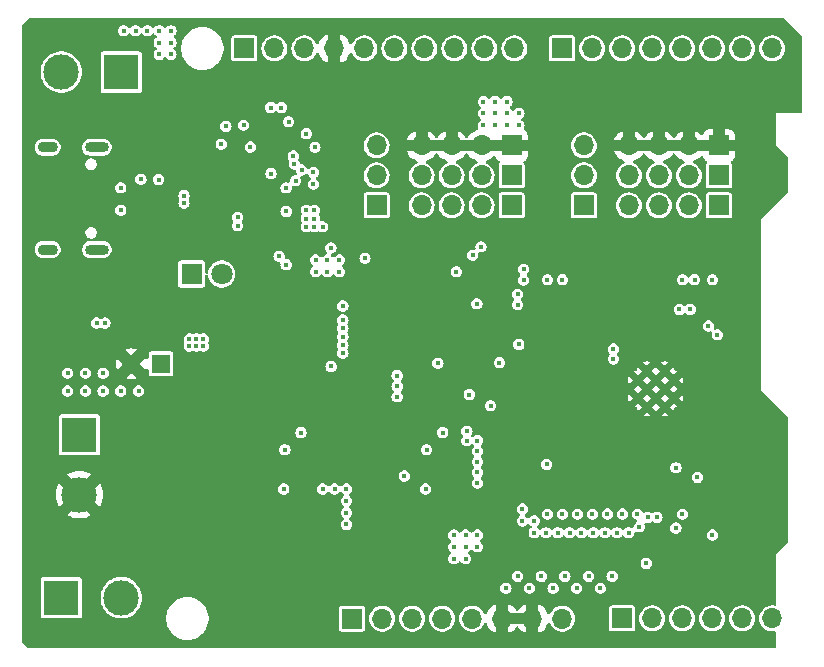
<source format=gbr>
%TF.GenerationSoftware,KiCad,Pcbnew,7.0.1*%
%TF.CreationDate,2023-08-18T21:24:28+01:00*%
%TF.ProjectId,101 PCB,31303120-5043-4422-9e6b-696361645f70,rev?*%
%TF.SameCoordinates,Original*%
%TF.FileFunction,Copper,L2,Inr*%
%TF.FilePolarity,Positive*%
%FSLAX46Y46*%
G04 Gerber Fmt 4.6, Leading zero omitted, Abs format (unit mm)*
G04 Created by KiCad (PCBNEW 7.0.1) date 2023-08-18 21:24:28*
%MOMM*%
%LPD*%
G01*
G04 APERTURE LIST*
%TA.AperFunction,ComponentPad*%
%ADD10R,1.700000X1.700000*%
%TD*%
%TA.AperFunction,ComponentPad*%
%ADD11O,1.700000X1.700000*%
%TD*%
%TA.AperFunction,ComponentPad*%
%ADD12R,3.000000X3.000000*%
%TD*%
%TA.AperFunction,ComponentPad*%
%ADD13C,3.000000*%
%TD*%
%TA.AperFunction,ComponentPad*%
%ADD14O,2.000000X0.900000*%
%TD*%
%TA.AperFunction,ComponentPad*%
%ADD15O,1.700000X0.900000*%
%TD*%
%TA.AperFunction,HeatsinkPad*%
%ADD16C,0.600000*%
%TD*%
%TA.AperFunction,ComponentPad*%
%ADD17R,1.600000X1.600000*%
%TD*%
%TA.AperFunction,ComponentPad*%
%ADD18C,1.600000*%
%TD*%
%TA.AperFunction,ComponentPad*%
%ADD19R,1.800000X1.800000*%
%TD*%
%TA.AperFunction,ComponentPad*%
%ADD20C,1.800000*%
%TD*%
%TA.AperFunction,ViaPad*%
%ADD21C,0.450000*%
%TD*%
G04 APERTURE END LIST*
D10*
%TO.N,SCL*%
%TO.C,J1*%
X126460000Y-65001000D03*
D11*
%TO.N,SDA*%
X129000000Y-65001000D03*
%TO.N,+3.3V*%
X131540000Y-65001000D03*
%TO.N,GND*%
X134080000Y-65001000D03*
%TO.N,GPIO13*%
X136620000Y-65001000D03*
%TO.N,GPIO2*%
X139160000Y-65001000D03*
%TO.N,GPIO12*%
X141700000Y-65001000D03*
%TO.N,GPIO14*%
X144240000Y-65001000D03*
%TO.N,GPIO4*%
X146780000Y-65001000D03*
%TO.N,GPIO16*%
X149320000Y-65001000D03*
%TD*%
D10*
%TO.N,GPIO15*%
%TO.C,J5*%
X158455000Y-113260000D03*
D11*
%TO.N,GPIO27*%
X160995000Y-113260000D03*
%TO.N,GPIO26*%
X163535000Y-113260000D03*
%TO.N,GPIO25*%
X166075000Y-113260000D03*
%TO.N,GPIO33*%
X168615000Y-113260000D03*
%TO.N,GPIO32*%
X171155000Y-113260000D03*
%TD*%
D10*
%TO.N,unconnected-(J4-Pin_1-Pad1)*%
%TO.C,J4*%
X135597000Y-113264000D03*
D11*
%TO.N,+3.3V*%
X138137000Y-113264000D03*
%TO.N,EN*%
X140677000Y-113264000D03*
%TO.N,+3.3V*%
X143217000Y-113264000D03*
%TO.N,+5V*%
X145757000Y-113264000D03*
%TO.N,GND*%
X148297000Y-113264000D03*
X150837000Y-113264000D03*
%TO.N,VIN*%
X153377000Y-113264000D03*
%TD*%
D10*
%TO.N,GPIO17*%
%TO.C,J3*%
X153382000Y-65003000D03*
D11*
%TO.N,GPIO5*%
X155922000Y-65003000D03*
%TO.N,GPIO18*%
X158462000Y-65003000D03*
%TO.N,GPIO19*%
X161002000Y-65003000D03*
%TO.N,GPIO23*%
X163542000Y-65003000D03*
%TO.N,IO0*%
X166082000Y-65003000D03*
%TO.N,ESP32_TX*%
X168622000Y-65003000D03*
%TO.N,ESP32_RX*%
X171162000Y-65003000D03*
%TD*%
D12*
%TO.N,+BATT*%
%TO.C,J110*%
X112500000Y-97710000D03*
D13*
%TO.N,GND*%
X112500000Y-102790000D03*
%TD*%
D10*
%TO.N,VDDIO1*%
%TO.C,J106*%
X166630000Y-75750000D03*
D11*
X164090000Y-75750000D03*
X161550000Y-75750000D03*
X159010000Y-75750000D03*
%TD*%
D14*
%TO.N,unconnected-(J101-SHIELD-PadS1)*%
%TO.C,J101*%
X113970000Y-73375000D03*
%TO.N,unconnected-(J101-SHIELD-PadS2)*%
X113970000Y-82025000D03*
D15*
%TO.N,unconnected-(J101-SHIELD-PadS3)*%
X109800000Y-73375000D03*
%TO.N,unconnected-(J101-SHIELD-PadS4)*%
X109800000Y-82025000D03*
%TD*%
D10*
%TO.N,GND*%
%TO.C,J108*%
X166630000Y-73210000D03*
D11*
X164090000Y-73210000D03*
X161550000Y-73210000D03*
X159010000Y-73210000D03*
%TD*%
D10*
%TO.N,GND*%
%TO.C,J109*%
X149090000Y-73210000D03*
D11*
X146550000Y-73210000D03*
X144010000Y-73210000D03*
X141470000Y-73210000D03*
%TD*%
D10*
%TO.N,+5V*%
%TO.C,JP102*%
X137660000Y-78290000D03*
D11*
%TO.N,VDDIO2*%
X137660000Y-75750000D03*
%TO.N,VIN*%
X137660000Y-73210000D03*
%TD*%
D16*
%TO.N,GND*%
%TO.C,U101*%
X162057500Y-92295000D03*
X160532500Y-92295000D03*
X162820000Y-93057500D03*
X161295000Y-93057500D03*
X159770000Y-93057500D03*
X162057500Y-93820000D03*
X160532500Y-93820000D03*
X162820000Y-94582500D03*
X161295000Y-94582500D03*
X159770000Y-94582500D03*
X162057500Y-95345000D03*
X160532500Y-95345000D03*
%TD*%
D17*
%TO.N,VIN*%
%TO.C,C119*%
X119405113Y-91700000D03*
D18*
%TO.N,GND*%
X116905113Y-91700000D03*
%TD*%
D10*
%TO.N,S4*%
%TO.C,J105*%
X149090000Y-78290000D03*
D11*
%TO.N,S5*%
X146550000Y-78290000D03*
%TO.N,S6*%
X144010000Y-78290000D03*
%TO.N,S7*%
X141470000Y-78290000D03*
%TD*%
D12*
%TO.N,/M1_OUT1*%
%TO.C,J102*%
X110960000Y-111500000D03*
D13*
%TO.N,/M1_OUT2*%
X116040000Y-111500000D03*
%TD*%
D10*
%TO.N,VDDIO2*%
%TO.C,J107*%
X149090000Y-75750000D03*
D11*
X146550000Y-75750000D03*
X144010000Y-75750000D03*
X141470000Y-75750000D03*
%TD*%
D10*
%TO.N,S0*%
%TO.C,J104*%
X166630000Y-78290000D03*
D11*
%TO.N,S1*%
X164090000Y-78290000D03*
%TO.N,S2*%
X161550000Y-78290000D03*
%TO.N,S3*%
X159010000Y-78290000D03*
%TD*%
D10*
%TO.N,+5V*%
%TO.C,JP101*%
X155200000Y-78290000D03*
D11*
%TO.N,VDDIO1*%
X155200000Y-75750000D03*
%TO.N,VIN*%
X155200000Y-73210000D03*
%TD*%
D12*
%TO.N,/M2_OUT1*%
%TO.C,J103*%
X116040000Y-67000000D03*
D13*
%TO.N,/M2_OUT2*%
X110960000Y-67000000D03*
%TD*%
D19*
%TO.N,/STM_LED_K*%
%TO.C,D1*%
X122000000Y-84100000D03*
D20*
%TO.N,/STM_LED_A*%
X124540000Y-84100000D03*
%TD*%
D21*
%TO.N,GND*%
X127659000Y-70041000D03*
X130425000Y-69956000D03*
%TO.N,CC1*%
X117700000Y-76075500D03*
X119200000Y-76100000D03*
X130000000Y-78800000D03*
X134800000Y-88700000D03*
X130000000Y-83300000D03*
X130000000Y-76800000D03*
%TO.N,CC2*%
X129400000Y-82600000D03*
X134800000Y-88000000D03*
%TO.N,NRST*%
X139400000Y-92700000D03*
X133803000Y-91925000D03*
%TO.N,VBUS{slash}11*%
X149600000Y-85800000D03*
X130800000Y-76200000D03*
X157700000Y-90437844D03*
X163555000Y-84582844D03*
X146500000Y-81800000D03*
%TO.N,GND*%
X117300000Y-73800000D03*
X168635000Y-86926498D03*
X120747361Y-77747361D03*
X127315625Y-86179000D03*
X135720000Y-82755604D03*
X128900000Y-72612500D03*
X134050513Y-90783451D03*
X155300000Y-104950000D03*
X148051000Y-65448000D03*
X125500000Y-97500000D03*
X140800000Y-100500000D03*
X115600000Y-74500000D03*
X130900000Y-100500000D03*
X128600000Y-99000000D03*
X145357567Y-83902916D03*
X146143293Y-88617500D03*
X159100000Y-104950000D03*
X130900000Y-99800000D03*
X155550000Y-110750000D03*
X125500000Y-98500000D03*
X137500000Y-97500000D03*
X154550000Y-109750000D03*
X139400000Y-86200000D03*
X126500000Y-97500000D03*
X129500000Y-100500000D03*
X137901000Y-65398000D03*
X152600000Y-109700000D03*
X132750000Y-112179633D03*
X149600000Y-110700000D03*
X137500000Y-98500000D03*
X127330513Y-87449000D03*
X130900000Y-101200000D03*
X149712052Y-88790000D03*
X121250000Y-101965208D03*
X139400000Y-88200000D03*
X138500000Y-97500000D03*
X132426407Y-74330000D03*
X142900000Y-100500000D03*
X129500000Y-72612500D03*
X127400000Y-99000000D03*
X148600000Y-109700000D03*
X121800000Y-109300000D03*
X128963229Y-91636771D03*
X168635000Y-104428589D03*
X152000000Y-88790000D03*
X134400000Y-93600000D03*
X154697000Y-65454000D03*
X134400000Y-94200000D03*
X152750000Y-104950000D03*
X141400000Y-88200000D03*
X154050000Y-104950000D03*
X137400000Y-88200000D03*
X159751000Y-65448000D03*
X142900000Y-99800000D03*
X141400000Y-86200000D03*
X165000000Y-87750000D03*
X168635000Y-84569199D03*
X141500000Y-100500000D03*
X146123176Y-84637500D03*
X156600000Y-104950000D03*
X164801000Y-65448000D03*
X141400000Y-90200000D03*
X139400000Y-99000000D03*
X139400000Y-90200000D03*
X163750000Y-105250000D03*
X168635000Y-102066274D03*
X135000000Y-93600000D03*
X128800000Y-100500000D03*
X130200000Y-100500000D03*
X157600000Y-110700000D03*
X135000000Y-94200000D03*
X139200000Y-106500000D03*
X123000000Y-87900000D03*
X140600000Y-99000000D03*
X156600000Y-109700000D03*
X157850000Y-104950000D03*
X115600000Y-80900000D03*
X137400000Y-86200000D03*
X150600000Y-109700000D03*
X169901000Y-65448000D03*
X146142473Y-85660443D03*
X121800000Y-71100000D03*
X124450000Y-72250000D03*
X142200000Y-100500000D03*
X142900000Y-101200000D03*
X121800000Y-69900000D03*
X137400000Y-90200000D03*
X129677638Y-75592170D03*
X121800000Y-70500000D03*
X151600000Y-110700000D03*
X113933210Y-87250000D03*
X165374500Y-101750000D03*
X153600000Y-110700000D03*
X116049500Y-77800000D03*
X142951000Y-65448000D03*
X121800000Y-108700000D03*
X127200000Y-106500000D03*
X121800000Y-109900000D03*
X131410000Y-80900000D03*
%TO.N,/5V_SW*%
X131258156Y-97520000D03*
X129800000Y-102300000D03*
%TO.N,+5V*%
X148700000Y-71500000D03*
X135100000Y-102300000D03*
X146700000Y-70500000D03*
X147700000Y-70500000D03*
X135100000Y-103300000D03*
X135100000Y-105300000D03*
X135100000Y-104300000D03*
X148700000Y-69500000D03*
X133100000Y-102300000D03*
X146700000Y-71500000D03*
X148700000Y-70500000D03*
X149700000Y-70500000D03*
X147700000Y-71500000D03*
X134100000Y-102300000D03*
X147700000Y-69500000D03*
X146700000Y-69500000D03*
X149700000Y-71500000D03*
%TO.N,/3V3_SW*%
X143258156Y-97520000D03*
X141800000Y-102300000D03*
%TO.N,+3.3V*%
X121800000Y-90200000D03*
X132400000Y-78700000D03*
X146200000Y-100000000D03*
X123000000Y-89600000D03*
X166500000Y-89250000D03*
X145200000Y-108200000D03*
X144400000Y-83900000D03*
X132400000Y-80100000D03*
X160600000Y-104700000D03*
X159000000Y-106000000D03*
X132400000Y-79400000D03*
X134500000Y-82900000D03*
X134500000Y-83900000D03*
X150000000Y-104000000D03*
X121800000Y-89600000D03*
X152000000Y-106000000D03*
X130200000Y-71200000D03*
X131300000Y-75300000D03*
X113952329Y-88250000D03*
X152600000Y-110700000D03*
X149600000Y-109700000D03*
X146145507Y-86619014D03*
X132300000Y-76500000D03*
X133500000Y-83900000D03*
X157000000Y-106000000D03*
X123000000Y-90200000D03*
X164200000Y-87100000D03*
X148600000Y-110700000D03*
X132300000Y-75500000D03*
X133100000Y-80100000D03*
X128720000Y-75592033D03*
X144200000Y-108200000D03*
X154000000Y-106000000D03*
X150600000Y-110700000D03*
X122400000Y-90200000D03*
X131700000Y-79400000D03*
X157600000Y-109700000D03*
X151600000Y-109700000D03*
X146200000Y-99100000D03*
X146200000Y-100900000D03*
X151000000Y-105000000D03*
X132439493Y-73370000D03*
X146200000Y-101800000D03*
X132500000Y-83900000D03*
X156600000Y-110700000D03*
X130700000Y-74800000D03*
X144200000Y-107200000D03*
X133500000Y-82900000D03*
X146200000Y-98200000D03*
X122400000Y-89600000D03*
X136680000Y-82767611D03*
X130600000Y-74100000D03*
X154600000Y-110700000D03*
X163300000Y-87100000D03*
X145200000Y-107200000D03*
X156000000Y-106000000D03*
X151000000Y-106000000D03*
X159900000Y-105500000D03*
X161400000Y-104700000D03*
X146200000Y-106200000D03*
X155600000Y-109700000D03*
X145300000Y-97400000D03*
X114653545Y-88250000D03*
X145200000Y-106200000D03*
X153000000Y-106000000D03*
X165750000Y-88500000D03*
X155000000Y-106000000D03*
X145300000Y-98200000D03*
X150000000Y-105000000D03*
X158000000Y-106000000D03*
X132500000Y-82900000D03*
X144200000Y-106200000D03*
X131700000Y-80100000D03*
X153600000Y-109700000D03*
X131700000Y-78700000D03*
X146200000Y-107200000D03*
%TO.N,USB_DP*%
X121353453Y-78099999D03*
X116000000Y-78700000D03*
%TO.N,USB_DN*%
X121353453Y-77449999D03*
X116000000Y-76800000D03*
%TO.N,EN*%
X166095582Y-84575867D03*
X163000000Y-105600000D03*
X147320000Y-95250000D03*
%TO.N,SDA*%
X125900000Y-79300000D03*
X128700000Y-70000000D03*
X160485000Y-108600000D03*
X134800000Y-89400000D03*
%TO.N,SCL*%
X166095000Y-106200000D03*
X134800000Y-86800000D03*
X125900000Y-80000000D03*
X129587500Y-70000000D03*
%TO.N,IMU_INT1*%
X150100000Y-83700000D03*
X126962500Y-73350000D03*
%TO.N,IMU_INT2*%
X131700000Y-72212500D03*
X150100000Y-84600000D03*
%TO.N,ESP32_RX*%
X163555000Y-104432301D03*
%TO.N,ESP32_TX*%
X164825000Y-101312197D03*
%TO.N,GPIO5*%
X157205000Y-104423128D03*
%TO.N,GPIO23*%
X163000000Y-100500000D03*
%TO.N,GPIO19*%
X159745000Y-104426075D03*
%TO.N,GPIO18*%
X158475000Y-104421663D03*
%TO.N,GPIO14*%
X153395000Y-84570217D03*
%TO.N,GPIO12*%
X152125000Y-84579888D03*
%TO.N,GPIO13*%
X149696709Y-90059341D03*
%TO.N,GPIO2*%
X152045825Y-100220000D03*
%TO.N,IO0*%
X148050000Y-91600000D03*
X152125000Y-104427058D03*
%TO.N,GPIO4*%
X153395000Y-104430948D03*
%TO.N,GPIO16*%
X154665000Y-104426314D03*
%TO.N,GPIO17*%
X155935000Y-104427779D03*
%TO.N,MOTOR_SLEEP*%
X139400000Y-93600000D03*
X126400000Y-71500000D03*
%TO.N,M2_IN2*%
X124900000Y-71600000D03*
X134800000Y-90100000D03*
%TO.N,M2_IN1*%
X134800000Y-90800000D03*
X124500000Y-73100000D03*
%TO.N,/STM_LED_A*%
X139400000Y-94500000D03*
%TO.N,VIN*%
X111500000Y-92500000D03*
X129888850Y-98972203D03*
X140000000Y-101200000D03*
X119250000Y-65500000D03*
X119250000Y-64500000D03*
X114500000Y-92500000D03*
X118250000Y-63500000D03*
X116000000Y-94000000D03*
X120250000Y-64500000D03*
X120250000Y-63500000D03*
X117500000Y-94000000D03*
X113000000Y-94000000D03*
X111500000Y-94000000D03*
X117250000Y-63500000D03*
X120250000Y-65500000D03*
X114500000Y-94000000D03*
X119250000Y-63500000D03*
X113000000Y-92500000D03*
X116250000Y-63500000D03*
X141888850Y-98972203D03*
%TO.N,/STM32_EN*%
X142850000Y-91650000D03*
X145500000Y-94300000D03*
%TO.N,VIN{slash}11*%
X133790000Y-81880000D03*
X164591790Y-84574456D03*
X145800000Y-82500000D03*
X157700000Y-91283123D03*
X149600000Y-86700000D03*
%TD*%
%TA.AperFunction,Conductor*%
%TO.N,GND*%
G36*
X172175883Y-62469939D02*
G01*
X172216111Y-62496819D01*
X173663181Y-63943888D01*
X173690061Y-63984116D01*
X173699500Y-64031569D01*
X173699500Y-70376000D01*
X173682887Y-70438000D01*
X173637500Y-70483387D01*
X173575500Y-70500000D01*
X171500000Y-70500000D01*
X171500000Y-73200000D01*
X172463681Y-74163681D01*
X172490561Y-74203909D01*
X172500000Y-74251362D01*
X172500000Y-77148401D01*
X172490484Y-77196040D01*
X172463396Y-77236366D01*
X170990218Y-78699999D01*
X170185000Y-79500000D01*
X170185000Y-94000000D01*
X172461420Y-96163337D01*
X172489948Y-96204314D01*
X172500000Y-96253222D01*
X172500000Y-106748638D01*
X172490561Y-106796091D01*
X172463681Y-106836319D01*
X171500000Y-107799999D01*
X171500000Y-112055602D01*
X171488247Y-112108295D01*
X171455217Y-112151000D01*
X171407170Y-112175620D01*
X171353219Y-112177490D01*
X171256976Y-112159500D01*
X171053024Y-112159500D01*
X170975279Y-112174033D01*
X170852542Y-112196976D01*
X170662361Y-112270652D01*
X170488958Y-112378018D01*
X170338236Y-112515419D01*
X170215324Y-112678181D01*
X170124418Y-112860748D01*
X170068602Y-113056916D01*
X170049785Y-113259999D01*
X170068602Y-113463083D01*
X170124418Y-113659251D01*
X170215324Y-113841818D01*
X170338236Y-114004580D01*
X170488958Y-114141981D01*
X170662361Y-114249347D01*
X170662363Y-114249348D01*
X170852544Y-114323024D01*
X171053024Y-114360500D01*
X171256974Y-114360500D01*
X171256976Y-114360500D01*
X171353219Y-114342509D01*
X171407170Y-114344380D01*
X171455217Y-114369000D01*
X171488247Y-114411705D01*
X171500000Y-114464398D01*
X171500000Y-115675500D01*
X171483387Y-115737500D01*
X171438000Y-115782887D01*
X171376000Y-115799500D01*
X108251569Y-115799500D01*
X108204116Y-115790061D01*
X108163888Y-115763181D01*
X107696819Y-115296111D01*
X107669939Y-115255883D01*
X107660500Y-115208430D01*
X107660500Y-113394929D01*
X119829500Y-113394929D01*
X119869719Y-113661771D01*
X119901253Y-113764000D01*
X119949262Y-113919641D01*
X119992093Y-114008580D01*
X120066347Y-114162771D01*
X120066348Y-114162772D01*
X120066349Y-114162774D01*
X120218365Y-114385741D01*
X120401915Y-114583561D01*
X120612898Y-114751815D01*
X120846602Y-114886743D01*
X121097805Y-114985334D01*
X121360897Y-115045383D01*
X121418533Y-115049702D01*
X121562619Y-115060500D01*
X121562624Y-115060500D01*
X121697376Y-115060500D01*
X121697381Y-115060500D01*
X121823455Y-115051051D01*
X121899103Y-115045383D01*
X122162195Y-114985334D01*
X122413398Y-114886743D01*
X122647102Y-114751815D01*
X122858085Y-114583561D01*
X123041635Y-114385741D01*
X123193651Y-114162775D01*
X123205257Y-114138675D01*
X134496500Y-114138675D01*
X134511033Y-114211738D01*
X134511033Y-114211739D01*
X134511034Y-114211740D01*
X134566399Y-114294601D01*
X134649260Y-114349966D01*
X134685792Y-114357232D01*
X134722325Y-114364500D01*
X134722326Y-114364500D01*
X136471674Y-114364500D01*
X136471675Y-114364500D01*
X136496029Y-114359655D01*
X136544740Y-114349966D01*
X136627601Y-114294601D01*
X136682966Y-114211740D01*
X136697500Y-114138674D01*
X136697500Y-113263999D01*
X137031785Y-113263999D01*
X137050602Y-113467083D01*
X137106418Y-113663251D01*
X137197324Y-113845818D01*
X137320236Y-114008580D01*
X137470958Y-114145981D01*
X137644361Y-114253347D01*
X137644363Y-114253348D01*
X137834544Y-114327024D01*
X138035024Y-114364500D01*
X138238974Y-114364500D01*
X138238976Y-114364500D01*
X138439456Y-114327024D01*
X138629637Y-114253348D01*
X138803041Y-114145981D01*
X138953764Y-114008579D01*
X139076673Y-113845821D01*
X139076673Y-113845819D01*
X139076675Y-113845818D01*
X139152276Y-113693989D01*
X139167582Y-113663250D01*
X139223397Y-113467083D01*
X139242215Y-113264000D01*
X139242215Y-113263999D01*
X139571785Y-113263999D01*
X139590602Y-113467083D01*
X139646418Y-113663251D01*
X139737324Y-113845818D01*
X139860236Y-114008580D01*
X140010958Y-114145981D01*
X140184361Y-114253347D01*
X140184363Y-114253348D01*
X140374544Y-114327024D01*
X140575024Y-114364500D01*
X140778974Y-114364500D01*
X140778976Y-114364500D01*
X140979456Y-114327024D01*
X141169637Y-114253348D01*
X141343041Y-114145981D01*
X141493764Y-114008579D01*
X141616673Y-113845821D01*
X141616673Y-113845819D01*
X141616675Y-113845818D01*
X141692276Y-113693989D01*
X141707582Y-113663250D01*
X141763397Y-113467083D01*
X141782215Y-113264000D01*
X141782215Y-113263999D01*
X142111785Y-113263999D01*
X142130602Y-113467083D01*
X142186418Y-113663251D01*
X142277324Y-113845818D01*
X142400236Y-114008580D01*
X142550958Y-114145981D01*
X142724361Y-114253347D01*
X142724363Y-114253348D01*
X142914544Y-114327024D01*
X143115024Y-114364500D01*
X143318974Y-114364500D01*
X143318976Y-114364500D01*
X143519456Y-114327024D01*
X143709637Y-114253348D01*
X143883041Y-114145981D01*
X144033764Y-114008579D01*
X144156673Y-113845821D01*
X144156673Y-113845819D01*
X144156675Y-113845818D01*
X144232276Y-113693989D01*
X144247582Y-113663250D01*
X144303397Y-113467083D01*
X144322215Y-113264000D01*
X144322215Y-113263999D01*
X144651785Y-113263999D01*
X144670602Y-113467083D01*
X144726418Y-113663251D01*
X144817324Y-113845818D01*
X144940236Y-114008580D01*
X145090958Y-114145981D01*
X145264361Y-114253347D01*
X145264363Y-114253348D01*
X145454544Y-114327024D01*
X145655024Y-114364500D01*
X145858974Y-114364500D01*
X145858976Y-114364500D01*
X146059456Y-114327024D01*
X146249637Y-114253348D01*
X146423041Y-114145981D01*
X146573764Y-114008579D01*
X146696673Y-113845821D01*
X146744521Y-113749728D01*
X146783817Y-113670812D01*
X146822240Y-113625541D01*
X146877307Y-113603326D01*
X146936388Y-113609259D01*
X146985937Y-113641981D01*
X147014592Y-113693989D01*
X147023569Y-113727492D01*
X147123399Y-113941576D01*
X147258893Y-114135081D01*
X147425918Y-114302106D01*
X147619423Y-114437600D01*
X147796999Y-114520406D01*
X147797000Y-114520407D01*
X147797000Y-113764000D01*
X148797000Y-113764000D01*
X148797000Y-114520406D01*
X148974576Y-114437600D01*
X149168081Y-114302106D01*
X149335106Y-114135081D01*
X149465425Y-113948968D01*
X149509743Y-113910103D01*
X149567000Y-113896092D01*
X149624257Y-113910103D01*
X149668575Y-113948968D01*
X149798893Y-114135081D01*
X149965918Y-114302106D01*
X150159423Y-114437600D01*
X150336999Y-114520406D01*
X150337000Y-114520407D01*
X150337000Y-113764000D01*
X148797000Y-113764000D01*
X147797000Y-113764000D01*
X147797000Y-112007595D01*
X147796999Y-112007594D01*
X147619421Y-112090400D01*
X147425921Y-112225890D01*
X147258890Y-112392921D01*
X147123400Y-112586421D01*
X147023567Y-112800511D01*
X147014591Y-112834011D01*
X146985937Y-112886018D01*
X146936388Y-112918740D01*
X146877307Y-112924673D01*
X146822241Y-112902458D01*
X146783817Y-112857187D01*
X146696675Y-112682181D01*
X146573763Y-112519419D01*
X146423041Y-112382018D01*
X146249638Y-112274652D01*
X146059457Y-112200976D01*
X145936726Y-112178034D01*
X145858976Y-112163500D01*
X145655024Y-112163500D01*
X145577279Y-112178033D01*
X145454542Y-112200976D01*
X145264361Y-112274652D01*
X145090958Y-112382018D01*
X144940236Y-112519419D01*
X144817324Y-112682181D01*
X144726418Y-112864748D01*
X144670602Y-113060916D01*
X144651785Y-113263999D01*
X144322215Y-113263999D01*
X144303397Y-113060917D01*
X144247582Y-112864750D01*
X144197415Y-112764000D01*
X144156675Y-112682181D01*
X144033763Y-112519419D01*
X143883041Y-112382018D01*
X143709638Y-112274652D01*
X143519457Y-112200976D01*
X143396726Y-112178034D01*
X143318976Y-112163500D01*
X143115024Y-112163500D01*
X143037279Y-112178033D01*
X142914542Y-112200976D01*
X142724361Y-112274652D01*
X142550958Y-112382018D01*
X142400236Y-112519419D01*
X142277324Y-112682181D01*
X142186418Y-112864748D01*
X142130602Y-113060916D01*
X142111785Y-113263999D01*
X141782215Y-113263999D01*
X141763397Y-113060917D01*
X141707582Y-112864750D01*
X141657415Y-112764000D01*
X141616675Y-112682181D01*
X141493763Y-112519419D01*
X141343041Y-112382018D01*
X141169638Y-112274652D01*
X140979457Y-112200976D01*
X140856726Y-112178034D01*
X140778976Y-112163500D01*
X140575024Y-112163500D01*
X140497279Y-112178033D01*
X140374542Y-112200976D01*
X140184361Y-112274652D01*
X140010958Y-112382018D01*
X139860236Y-112519419D01*
X139737324Y-112682181D01*
X139646418Y-112864748D01*
X139590602Y-113060916D01*
X139571785Y-113263999D01*
X139242215Y-113263999D01*
X139223397Y-113060917D01*
X139167582Y-112864750D01*
X139117415Y-112764000D01*
X139076675Y-112682181D01*
X138953763Y-112519419D01*
X138803041Y-112382018D01*
X138629638Y-112274652D01*
X138439457Y-112200976D01*
X138316726Y-112178034D01*
X138238976Y-112163500D01*
X138035024Y-112163500D01*
X137957279Y-112178033D01*
X137834542Y-112200976D01*
X137644361Y-112274652D01*
X137470958Y-112382018D01*
X137320236Y-112519419D01*
X137197324Y-112682181D01*
X137106418Y-112864748D01*
X137050602Y-113060916D01*
X137031785Y-113263999D01*
X136697500Y-113263999D01*
X136697500Y-112389326D01*
X136696704Y-112385326D01*
X136682966Y-112316261D01*
X136682966Y-112316260D01*
X136627601Y-112233399D01*
X136544740Y-112178034D01*
X136544739Y-112178033D01*
X136544738Y-112178033D01*
X136471675Y-112163500D01*
X136471674Y-112163500D01*
X134722326Y-112163500D01*
X134722325Y-112163500D01*
X134649261Y-112178033D01*
X134566399Y-112233399D01*
X134511033Y-112316261D01*
X134496500Y-112389325D01*
X134496500Y-114138675D01*
X123205257Y-114138675D01*
X123310738Y-113919641D01*
X123390280Y-113661772D01*
X123430500Y-113394929D01*
X123430500Y-113125071D01*
X123390280Y-112858228D01*
X123310738Y-112600359D01*
X123193651Y-112357226D01*
X123041635Y-112134259D01*
X122924106Y-112007593D01*
X148797000Y-112007593D01*
X148797000Y-112764000D01*
X150337000Y-112764000D01*
X150337000Y-112007595D01*
X150336999Y-112007594D01*
X150159421Y-112090400D01*
X149965921Y-112225890D01*
X149798893Y-112392918D01*
X149668575Y-112579032D01*
X149624257Y-112617897D01*
X149567000Y-112631908D01*
X149509743Y-112617897D01*
X149465425Y-112579032D01*
X149335106Y-112392918D01*
X149168081Y-112225893D01*
X148974576Y-112090399D01*
X148797000Y-112007593D01*
X151337000Y-112007593D01*
X151337000Y-114520406D01*
X151514576Y-114437600D01*
X151708081Y-114302106D01*
X151875106Y-114135081D01*
X152010600Y-113941576D01*
X152110431Y-113727491D01*
X152119407Y-113693991D01*
X152148060Y-113641983D01*
X152197609Y-113609260D01*
X152256691Y-113603325D01*
X152311758Y-113625541D01*
X152350182Y-113670811D01*
X152437326Y-113845820D01*
X152560236Y-114008580D01*
X152710958Y-114145981D01*
X152884361Y-114253347D01*
X152884363Y-114253348D01*
X153074544Y-114327024D01*
X153275024Y-114364500D01*
X153478974Y-114364500D01*
X153478976Y-114364500D01*
X153679456Y-114327024D01*
X153869637Y-114253348D01*
X154043041Y-114145981D01*
X154055443Y-114134675D01*
X157354500Y-114134675D01*
X157369033Y-114207738D01*
X157369033Y-114207739D01*
X157369034Y-114207740D01*
X157424399Y-114290601D01*
X157507260Y-114345966D01*
X157527369Y-114349966D01*
X157580325Y-114360500D01*
X157580326Y-114360500D01*
X159329674Y-114360500D01*
X159329675Y-114360500D01*
X159354029Y-114355655D01*
X159402740Y-114345966D01*
X159485601Y-114290601D01*
X159540966Y-114207740D01*
X159554704Y-114138675D01*
X159555500Y-114134675D01*
X159555500Y-113259999D01*
X159889785Y-113259999D01*
X159908602Y-113463083D01*
X159964418Y-113659251D01*
X160055324Y-113841818D01*
X160178236Y-114004580D01*
X160328958Y-114141981D01*
X160502361Y-114249347D01*
X160502363Y-114249348D01*
X160692544Y-114323024D01*
X160893024Y-114360500D01*
X161096974Y-114360500D01*
X161096976Y-114360500D01*
X161297456Y-114323024D01*
X161487637Y-114249348D01*
X161661041Y-114141981D01*
X161811764Y-114004579D01*
X161934673Y-113841821D01*
X161934673Y-113841819D01*
X161934675Y-113841818D01*
X162008284Y-113693989D01*
X162025582Y-113659250D01*
X162081397Y-113463083D01*
X162100215Y-113260000D01*
X162100215Y-113259999D01*
X162429785Y-113259999D01*
X162448602Y-113463083D01*
X162504418Y-113659251D01*
X162595324Y-113841818D01*
X162718236Y-114004580D01*
X162868958Y-114141981D01*
X163042361Y-114249347D01*
X163042363Y-114249348D01*
X163232544Y-114323024D01*
X163433024Y-114360500D01*
X163636974Y-114360500D01*
X163636976Y-114360500D01*
X163837456Y-114323024D01*
X164027637Y-114249348D01*
X164201041Y-114141981D01*
X164351764Y-114004579D01*
X164474673Y-113841821D01*
X164474673Y-113841819D01*
X164474675Y-113841818D01*
X164548284Y-113693989D01*
X164565582Y-113659250D01*
X164621397Y-113463083D01*
X164640215Y-113260000D01*
X164640215Y-113259999D01*
X164969785Y-113259999D01*
X164988602Y-113463083D01*
X165044418Y-113659251D01*
X165135324Y-113841818D01*
X165258236Y-114004580D01*
X165408958Y-114141981D01*
X165582361Y-114249347D01*
X165582363Y-114249348D01*
X165772544Y-114323024D01*
X165973024Y-114360500D01*
X166176974Y-114360500D01*
X166176976Y-114360500D01*
X166377456Y-114323024D01*
X166567637Y-114249348D01*
X166741041Y-114141981D01*
X166891764Y-114004579D01*
X167014673Y-113841821D01*
X167014673Y-113841819D01*
X167014675Y-113841818D01*
X167088284Y-113693989D01*
X167105582Y-113659250D01*
X167161397Y-113463083D01*
X167180215Y-113260000D01*
X167180215Y-113259999D01*
X167509785Y-113259999D01*
X167528602Y-113463083D01*
X167584418Y-113659251D01*
X167675324Y-113841818D01*
X167798236Y-114004580D01*
X167948958Y-114141981D01*
X168122361Y-114249347D01*
X168122363Y-114249348D01*
X168312544Y-114323024D01*
X168513024Y-114360500D01*
X168716974Y-114360500D01*
X168716976Y-114360500D01*
X168917456Y-114323024D01*
X169107637Y-114249348D01*
X169281041Y-114141981D01*
X169431764Y-114004579D01*
X169554673Y-113841821D01*
X169554673Y-113841819D01*
X169554675Y-113841818D01*
X169628284Y-113693989D01*
X169645582Y-113659250D01*
X169701397Y-113463083D01*
X169720215Y-113260000D01*
X169701397Y-113056917D01*
X169645582Y-112860750D01*
X169597407Y-112764000D01*
X169554675Y-112678181D01*
X169431763Y-112515419D01*
X169281041Y-112378018D01*
X169107638Y-112270652D01*
X168917457Y-112196976D01*
X168850629Y-112184483D01*
X168716976Y-112159500D01*
X168513024Y-112159500D01*
X168435279Y-112174033D01*
X168312542Y-112196976D01*
X168122361Y-112270652D01*
X167948958Y-112378018D01*
X167798236Y-112515419D01*
X167675324Y-112678181D01*
X167584418Y-112860748D01*
X167528602Y-113056916D01*
X167509785Y-113259999D01*
X167180215Y-113259999D01*
X167161397Y-113056917D01*
X167105582Y-112860750D01*
X167057407Y-112764000D01*
X167014675Y-112678181D01*
X166891763Y-112515419D01*
X166741041Y-112378018D01*
X166567638Y-112270652D01*
X166377457Y-112196976D01*
X166310629Y-112184483D01*
X166176976Y-112159500D01*
X165973024Y-112159500D01*
X165895279Y-112174033D01*
X165772542Y-112196976D01*
X165582361Y-112270652D01*
X165408958Y-112378018D01*
X165258236Y-112515419D01*
X165135324Y-112678181D01*
X165044418Y-112860748D01*
X164988602Y-113056916D01*
X164969785Y-113259999D01*
X164640215Y-113259999D01*
X164621397Y-113056917D01*
X164565582Y-112860750D01*
X164517407Y-112764000D01*
X164474675Y-112678181D01*
X164351763Y-112515419D01*
X164201041Y-112378018D01*
X164027638Y-112270652D01*
X163837457Y-112196976D01*
X163770629Y-112184483D01*
X163636976Y-112159500D01*
X163433024Y-112159500D01*
X163355279Y-112174033D01*
X163232542Y-112196976D01*
X163042361Y-112270652D01*
X162868958Y-112378018D01*
X162718236Y-112515419D01*
X162595324Y-112678181D01*
X162504418Y-112860748D01*
X162448602Y-113056916D01*
X162429785Y-113259999D01*
X162100215Y-113259999D01*
X162081397Y-113056917D01*
X162025582Y-112860750D01*
X161977407Y-112764000D01*
X161934675Y-112678181D01*
X161811763Y-112515419D01*
X161661041Y-112378018D01*
X161487638Y-112270652D01*
X161297457Y-112196976D01*
X161230629Y-112184483D01*
X161096976Y-112159500D01*
X160893024Y-112159500D01*
X160815279Y-112174033D01*
X160692542Y-112196976D01*
X160502361Y-112270652D01*
X160328958Y-112378018D01*
X160178236Y-112515419D01*
X160055324Y-112678181D01*
X159964418Y-112860748D01*
X159908602Y-113056916D01*
X159889785Y-113259999D01*
X159555500Y-113259999D01*
X159555500Y-112385325D01*
X159541762Y-112316261D01*
X159540966Y-112312260D01*
X159485601Y-112229399D01*
X159402740Y-112174034D01*
X159402739Y-112174033D01*
X159402738Y-112174033D01*
X159329675Y-112159500D01*
X159329674Y-112159500D01*
X157580326Y-112159500D01*
X157580325Y-112159500D01*
X157507261Y-112174033D01*
X157424399Y-112229399D01*
X157369033Y-112312261D01*
X157354500Y-112385325D01*
X157354500Y-114134675D01*
X154055443Y-114134675D01*
X154193764Y-114008579D01*
X154316673Y-113845821D01*
X154316673Y-113845819D01*
X154316675Y-113845818D01*
X154392276Y-113693989D01*
X154407582Y-113663250D01*
X154463397Y-113467083D01*
X154482215Y-113264000D01*
X154463397Y-113060917D01*
X154407582Y-112864750D01*
X154357415Y-112764000D01*
X154316675Y-112682181D01*
X154193763Y-112519419D01*
X154043041Y-112382018D01*
X153869638Y-112274652D01*
X153679457Y-112200976D01*
X153556726Y-112178034D01*
X153478976Y-112163500D01*
X153275024Y-112163500D01*
X153197279Y-112178033D01*
X153074542Y-112200976D01*
X152884361Y-112274652D01*
X152710958Y-112382018D01*
X152560236Y-112519419D01*
X152437326Y-112682179D01*
X152350182Y-112857188D01*
X152311758Y-112902458D01*
X152256691Y-112924674D01*
X152197609Y-112918739D01*
X152148061Y-112886016D01*
X152119407Y-112834009D01*
X152110430Y-112800507D01*
X152010599Y-112586421D01*
X151875109Y-112392921D01*
X151708081Y-112225893D01*
X151514576Y-112090399D01*
X151337000Y-112007593D01*
X148797000Y-112007593D01*
X122924106Y-112007593D01*
X122858085Y-111936439D01*
X122647102Y-111768185D01*
X122413398Y-111633257D01*
X122162195Y-111534666D01*
X122162194Y-111534665D01*
X121899100Y-111474616D01*
X121697381Y-111459500D01*
X121697376Y-111459500D01*
X121562624Y-111459500D01*
X121562619Y-111459500D01*
X121360899Y-111474616D01*
X121097804Y-111534666D01*
X120846601Y-111633257D01*
X120612899Y-111768184D01*
X120401914Y-111936439D01*
X120218366Y-112134256D01*
X120066348Y-112357227D01*
X119949262Y-112600359D01*
X119869719Y-112858228D01*
X119829500Y-113125071D01*
X119829500Y-113394929D01*
X107660500Y-113394929D01*
X107660500Y-113024675D01*
X109209500Y-113024675D01*
X109224033Y-113097738D01*
X109224033Y-113097739D01*
X109224034Y-113097740D01*
X109279399Y-113180601D01*
X109362260Y-113235966D01*
X109398792Y-113243232D01*
X109435325Y-113250500D01*
X109435326Y-113250500D01*
X112484674Y-113250500D01*
X112484675Y-113250500D01*
X112509029Y-113245655D01*
X112557740Y-113235966D01*
X112640601Y-113180601D01*
X112695966Y-113097740D01*
X112710500Y-113024674D01*
X112710500Y-111499999D01*
X114284591Y-111499999D01*
X114304197Y-111761627D01*
X114362580Y-112017418D01*
X114458431Y-112261641D01*
X114534223Y-112392918D01*
X114589614Y-112488857D01*
X114753195Y-112693981D01*
X114753197Y-112693983D01*
X114753198Y-112693984D01*
X114945514Y-112872428D01*
X114945520Y-112872432D01*
X114945521Y-112872433D01*
X115162296Y-113020228D01*
X115398677Y-113134063D01*
X115649385Y-113211396D01*
X115908818Y-113250500D01*
X116171182Y-113250500D01*
X116430615Y-113211396D01*
X116681323Y-113134063D01*
X116917704Y-113020228D01*
X117134479Y-112872433D01*
X117134482Y-112872429D01*
X117134485Y-112872428D01*
X117251342Y-112764000D01*
X117326805Y-112693981D01*
X117490386Y-112488857D01*
X117621568Y-112261643D01*
X117717420Y-112017416D01*
X117775802Y-111761630D01*
X117795408Y-111500000D01*
X117775802Y-111238370D01*
X117717420Y-110982584D01*
X117621568Y-110738357D01*
X117599422Y-110699999D01*
X148119610Y-110699999D01*
X148139068Y-110835342D01*
X148195869Y-110959717D01*
X148285412Y-111063056D01*
X148400437Y-111136977D01*
X148400439Y-111136978D01*
X148531633Y-111175500D01*
X148668367Y-111175500D01*
X148799561Y-111136978D01*
X148914589Y-111063055D01*
X149004130Y-110959718D01*
X149060931Y-110835342D01*
X149080390Y-110700000D01*
X149080390Y-110699999D01*
X150119610Y-110699999D01*
X150139068Y-110835342D01*
X150195869Y-110959717D01*
X150285412Y-111063056D01*
X150400437Y-111136977D01*
X150400439Y-111136978D01*
X150531633Y-111175500D01*
X150668367Y-111175500D01*
X150799561Y-111136978D01*
X150914589Y-111063055D01*
X151004130Y-110959718D01*
X151060931Y-110835342D01*
X151080390Y-110700000D01*
X151080390Y-110699999D01*
X152119610Y-110699999D01*
X152139068Y-110835342D01*
X152195869Y-110959717D01*
X152285412Y-111063056D01*
X152400437Y-111136977D01*
X152400439Y-111136978D01*
X152531633Y-111175500D01*
X152668367Y-111175500D01*
X152799561Y-111136978D01*
X152914589Y-111063055D01*
X153004130Y-110959718D01*
X153060931Y-110835342D01*
X153080390Y-110700000D01*
X153080390Y-110699999D01*
X154119610Y-110699999D01*
X154139068Y-110835342D01*
X154195869Y-110959717D01*
X154285412Y-111063056D01*
X154400437Y-111136977D01*
X154400439Y-111136978D01*
X154531633Y-111175500D01*
X154668367Y-111175500D01*
X154799561Y-111136978D01*
X154914589Y-111063055D01*
X155004130Y-110959718D01*
X155060931Y-110835342D01*
X155080390Y-110700000D01*
X155080390Y-110699999D01*
X156119610Y-110699999D01*
X156139068Y-110835342D01*
X156195869Y-110959717D01*
X156285412Y-111063056D01*
X156400437Y-111136977D01*
X156400439Y-111136978D01*
X156531633Y-111175500D01*
X156668367Y-111175500D01*
X156799561Y-111136978D01*
X156914589Y-111063055D01*
X157004130Y-110959718D01*
X157060931Y-110835342D01*
X157080390Y-110700000D01*
X157060931Y-110564658D01*
X157036491Y-110511143D01*
X157004130Y-110440282D01*
X156914587Y-110336943D01*
X156799562Y-110263022D01*
X156668367Y-110224500D01*
X156531633Y-110224500D01*
X156400437Y-110263022D01*
X156285412Y-110336943D01*
X156195869Y-110440282D01*
X156139068Y-110564657D01*
X156119610Y-110699999D01*
X155080390Y-110699999D01*
X155060931Y-110564658D01*
X155036491Y-110511143D01*
X155004130Y-110440282D01*
X154914587Y-110336943D01*
X154799562Y-110263022D01*
X154668367Y-110224500D01*
X154531633Y-110224500D01*
X154400437Y-110263022D01*
X154285412Y-110336943D01*
X154195869Y-110440282D01*
X154139068Y-110564657D01*
X154119610Y-110699999D01*
X153080390Y-110699999D01*
X153060931Y-110564658D01*
X153036491Y-110511143D01*
X153004130Y-110440282D01*
X152914587Y-110336943D01*
X152799562Y-110263022D01*
X152668367Y-110224500D01*
X152531633Y-110224500D01*
X152400437Y-110263022D01*
X152285412Y-110336943D01*
X152195869Y-110440282D01*
X152139068Y-110564657D01*
X152119610Y-110699999D01*
X151080390Y-110699999D01*
X151060931Y-110564658D01*
X151036491Y-110511143D01*
X151004130Y-110440282D01*
X150914587Y-110336943D01*
X150799562Y-110263022D01*
X150668367Y-110224500D01*
X150531633Y-110224500D01*
X150400437Y-110263022D01*
X150285412Y-110336943D01*
X150195869Y-110440282D01*
X150139068Y-110564657D01*
X150119610Y-110699999D01*
X149080390Y-110699999D01*
X149060931Y-110564658D01*
X149036491Y-110511143D01*
X149004130Y-110440282D01*
X148914587Y-110336943D01*
X148799562Y-110263022D01*
X148668367Y-110224500D01*
X148531633Y-110224500D01*
X148400437Y-110263022D01*
X148285412Y-110336943D01*
X148195869Y-110440282D01*
X148139068Y-110564657D01*
X148119610Y-110699999D01*
X117599422Y-110699999D01*
X117490386Y-110511143D01*
X117326805Y-110306019D01*
X117326801Y-110306015D01*
X117134485Y-110127571D01*
X117117170Y-110115766D01*
X116917704Y-109979772D01*
X116681323Y-109865937D01*
X116430615Y-109788604D01*
X116171182Y-109749500D01*
X115908818Y-109749500D01*
X115649385Y-109788604D01*
X115398677Y-109865937D01*
X115162296Y-109979772D01*
X115092922Y-110027070D01*
X114945514Y-110127571D01*
X114753198Y-110306015D01*
X114589613Y-110511143D01*
X114458431Y-110738358D01*
X114362580Y-110982581D01*
X114304197Y-111238372D01*
X114284591Y-111499999D01*
X112710500Y-111499999D01*
X112710500Y-109975326D01*
X112695966Y-109902260D01*
X112640601Y-109819399D01*
X112557740Y-109764034D01*
X112557739Y-109764033D01*
X112557738Y-109764033D01*
X112484675Y-109749500D01*
X112484674Y-109749500D01*
X109435326Y-109749500D01*
X109435325Y-109749500D01*
X109362261Y-109764033D01*
X109279399Y-109819399D01*
X109224033Y-109902261D01*
X109209500Y-109975325D01*
X109209500Y-113024675D01*
X107660500Y-113024675D01*
X107660500Y-109700000D01*
X149119610Y-109700000D01*
X149139068Y-109835342D01*
X149195869Y-109959717D01*
X149285412Y-110063056D01*
X149385795Y-110127567D01*
X149400439Y-110136978D01*
X149531633Y-110175500D01*
X149668367Y-110175500D01*
X149799561Y-110136978D01*
X149914589Y-110063055D01*
X150004130Y-109959718D01*
X150060931Y-109835342D01*
X150080390Y-109700000D01*
X150080390Y-109699999D01*
X151119610Y-109699999D01*
X151139068Y-109835342D01*
X151195869Y-109959717D01*
X151285412Y-110063056D01*
X151385795Y-110127567D01*
X151400439Y-110136978D01*
X151531633Y-110175500D01*
X151668367Y-110175500D01*
X151799561Y-110136978D01*
X151914589Y-110063055D01*
X152004130Y-109959718D01*
X152060931Y-109835342D01*
X152080390Y-109700000D01*
X152080390Y-109699999D01*
X153119610Y-109699999D01*
X153139068Y-109835342D01*
X153195869Y-109959717D01*
X153285412Y-110063056D01*
X153385795Y-110127567D01*
X153400439Y-110136978D01*
X153531633Y-110175500D01*
X153668367Y-110175500D01*
X153799561Y-110136978D01*
X153914589Y-110063055D01*
X154004130Y-109959718D01*
X154060931Y-109835342D01*
X154080390Y-109700000D01*
X154080390Y-109699999D01*
X155119610Y-109699999D01*
X155139068Y-109835342D01*
X155195869Y-109959717D01*
X155285412Y-110063056D01*
X155385795Y-110127567D01*
X155400439Y-110136978D01*
X155531633Y-110175500D01*
X155668367Y-110175500D01*
X155799561Y-110136978D01*
X155914589Y-110063055D01*
X156004130Y-109959718D01*
X156060931Y-109835342D01*
X156080390Y-109700000D01*
X156080390Y-109699999D01*
X157119610Y-109699999D01*
X157139068Y-109835342D01*
X157195869Y-109959717D01*
X157285412Y-110063056D01*
X157385795Y-110127567D01*
X157400439Y-110136978D01*
X157531633Y-110175500D01*
X157668367Y-110175500D01*
X157799561Y-110136978D01*
X157914589Y-110063055D01*
X158004130Y-109959718D01*
X158060931Y-109835342D01*
X158080390Y-109700000D01*
X158060931Y-109564658D01*
X158004130Y-109440282D01*
X157914589Y-109336945D01*
X157914588Y-109336944D01*
X157914587Y-109336943D01*
X157799562Y-109263022D01*
X157668367Y-109224500D01*
X157531633Y-109224500D01*
X157400437Y-109263022D01*
X157285412Y-109336943D01*
X157195869Y-109440282D01*
X157139068Y-109564657D01*
X157119610Y-109699999D01*
X156080390Y-109699999D01*
X156060931Y-109564658D01*
X156004130Y-109440282D01*
X155914589Y-109336945D01*
X155914588Y-109336944D01*
X155914587Y-109336943D01*
X155799562Y-109263022D01*
X155668367Y-109224500D01*
X155531633Y-109224500D01*
X155400437Y-109263022D01*
X155285412Y-109336943D01*
X155195869Y-109440282D01*
X155139068Y-109564657D01*
X155119610Y-109699999D01*
X154080390Y-109699999D01*
X154060931Y-109564658D01*
X154004130Y-109440282D01*
X153914589Y-109336945D01*
X153914588Y-109336944D01*
X153914587Y-109336943D01*
X153799562Y-109263022D01*
X153668367Y-109224500D01*
X153531633Y-109224500D01*
X153400437Y-109263022D01*
X153285412Y-109336943D01*
X153195869Y-109440282D01*
X153139068Y-109564657D01*
X153119610Y-109699999D01*
X152080390Y-109699999D01*
X152060931Y-109564658D01*
X152004130Y-109440282D01*
X151914589Y-109336945D01*
X151914588Y-109336944D01*
X151914587Y-109336943D01*
X151799562Y-109263022D01*
X151668367Y-109224500D01*
X151531633Y-109224500D01*
X151400437Y-109263022D01*
X151285412Y-109336943D01*
X151195869Y-109440282D01*
X151139068Y-109564657D01*
X151119610Y-109699999D01*
X150080390Y-109699999D01*
X150060931Y-109564658D01*
X150004130Y-109440282D01*
X149914589Y-109336945D01*
X149914588Y-109336944D01*
X149914587Y-109336943D01*
X149799562Y-109263022D01*
X149668367Y-109224500D01*
X149531633Y-109224500D01*
X149400437Y-109263022D01*
X149285412Y-109336943D01*
X149195869Y-109440282D01*
X149139068Y-109564657D01*
X149119610Y-109700000D01*
X107660500Y-109700000D01*
X107660500Y-108200000D01*
X143719610Y-108200000D01*
X143739068Y-108335342D01*
X143795869Y-108459717D01*
X143885412Y-108563056D01*
X143942899Y-108600000D01*
X144000439Y-108636978D01*
X144131633Y-108675500D01*
X144268367Y-108675500D01*
X144399561Y-108636978D01*
X144514589Y-108563055D01*
X144604130Y-108459718D01*
X144604130Y-108459716D01*
X144606286Y-108457229D01*
X144648488Y-108425637D01*
X144700000Y-108414431D01*
X144751512Y-108425637D01*
X144793714Y-108457229D01*
X144795869Y-108459716D01*
X144795870Y-108459718D01*
X144885411Y-108563055D01*
X144885412Y-108563056D01*
X144942899Y-108600000D01*
X145000439Y-108636978D01*
X145131633Y-108675500D01*
X145268367Y-108675500D01*
X145399561Y-108636978D01*
X145457102Y-108599999D01*
X160004610Y-108599999D01*
X160024068Y-108735342D01*
X160080869Y-108859717D01*
X160170412Y-108963056D01*
X160285437Y-109036977D01*
X160285439Y-109036978D01*
X160416633Y-109075500D01*
X160553367Y-109075500D01*
X160684561Y-109036978D01*
X160799589Y-108963055D01*
X160889130Y-108859718D01*
X160945931Y-108735342D01*
X160965390Y-108600000D01*
X160945931Y-108464658D01*
X160942538Y-108457229D01*
X160889130Y-108340282D01*
X160799587Y-108236943D01*
X160684562Y-108163022D01*
X160553367Y-108124500D01*
X160416633Y-108124500D01*
X160285437Y-108163022D01*
X160170412Y-108236943D01*
X160080869Y-108340282D01*
X160024068Y-108464657D01*
X160004610Y-108599999D01*
X145457102Y-108599999D01*
X145514589Y-108563055D01*
X145604130Y-108459718D01*
X145660931Y-108335342D01*
X145680390Y-108200000D01*
X145660931Y-108064658D01*
X145604130Y-107940282D01*
X145514589Y-107836945D01*
X145514588Y-107836944D01*
X145463816Y-107804315D01*
X145422023Y-107759425D01*
X145406855Y-107699998D01*
X145422024Y-107640570D01*
X145463815Y-107595684D01*
X145514589Y-107563055D01*
X145604130Y-107459718D01*
X145604130Y-107459716D01*
X145606286Y-107457229D01*
X145648488Y-107425637D01*
X145700000Y-107414431D01*
X145751512Y-107425637D01*
X145793714Y-107457229D01*
X145795869Y-107459716D01*
X145795870Y-107459718D01*
X145885411Y-107563055D01*
X145885412Y-107563056D01*
X146000437Y-107636977D01*
X146000439Y-107636978D01*
X146131633Y-107675500D01*
X146268367Y-107675500D01*
X146399561Y-107636978D01*
X146514589Y-107563055D01*
X146604130Y-107459718D01*
X146660931Y-107335342D01*
X146680390Y-107200000D01*
X146660931Y-107064658D01*
X146604130Y-106940282D01*
X146514589Y-106836945D01*
X146514588Y-106836944D01*
X146514587Y-106836943D01*
X146463817Y-106804316D01*
X146422023Y-106759428D01*
X146406855Y-106700000D01*
X146422023Y-106640572D01*
X146463817Y-106595684D01*
X146514587Y-106563056D01*
X146514586Y-106563056D01*
X146514589Y-106563055D01*
X146604130Y-106459718D01*
X146660931Y-106335342D01*
X146680390Y-106200000D01*
X146660931Y-106064658D01*
X146648289Y-106036977D01*
X146604130Y-105940282D01*
X146576756Y-105908690D01*
X146514589Y-105836945D01*
X146514588Y-105836944D01*
X146514587Y-105836943D01*
X146399562Y-105763022D01*
X146268367Y-105724500D01*
X146131633Y-105724500D01*
X146000437Y-105763022D01*
X145885410Y-105836944D01*
X145793713Y-105942770D01*
X145751512Y-105974362D01*
X145700000Y-105985568D01*
X145648488Y-105974362D01*
X145606287Y-105942770D01*
X145514589Y-105836944D01*
X145399562Y-105763022D01*
X145268367Y-105724500D01*
X145131633Y-105724500D01*
X145000437Y-105763022D01*
X144885410Y-105836944D01*
X144793713Y-105942770D01*
X144751512Y-105974362D01*
X144700000Y-105985568D01*
X144648488Y-105974362D01*
X144606287Y-105942770D01*
X144514589Y-105836944D01*
X144399562Y-105763022D01*
X144268367Y-105724500D01*
X144131633Y-105724500D01*
X144000437Y-105763022D01*
X143885412Y-105836943D01*
X143795869Y-105940282D01*
X143739068Y-106064657D01*
X143719610Y-106200000D01*
X143739068Y-106335342D01*
X143795869Y-106459717D01*
X143885411Y-106563055D01*
X143936183Y-106595684D01*
X143977976Y-106640573D01*
X143993144Y-106700000D01*
X143977976Y-106759427D01*
X143936183Y-106804316D01*
X143885411Y-106836944D01*
X143795869Y-106940282D01*
X143739068Y-107064657D01*
X143719610Y-107199999D01*
X143739068Y-107335342D01*
X143795869Y-107459717D01*
X143885412Y-107563056D01*
X143936182Y-107595683D01*
X143977975Y-107640571D01*
X143993144Y-107699998D01*
X143977977Y-107759425D01*
X143936184Y-107804314D01*
X143885412Y-107836943D01*
X143795869Y-107940282D01*
X143739068Y-108064657D01*
X143719610Y-108200000D01*
X107660500Y-108200000D01*
X107660500Y-104513657D01*
X111483448Y-104513657D01*
X111667045Y-104613909D01*
X111935100Y-104713889D01*
X112214642Y-104774699D01*
X112500000Y-104795109D01*
X112785357Y-104774699D01*
X113064899Y-104713889D01*
X113332954Y-104613909D01*
X113516550Y-104513658D01*
X113516550Y-104513657D01*
X112500000Y-103497107D01*
X111483448Y-104513657D01*
X107660500Y-104513657D01*
X107660500Y-102790000D01*
X110494890Y-102790000D01*
X110515300Y-103075357D01*
X110576111Y-103354902D01*
X110676088Y-103622952D01*
X110776341Y-103806550D01*
X111792893Y-102790001D01*
X111792893Y-102790000D01*
X113207107Y-102790000D01*
X114223657Y-103806550D01*
X114223658Y-103806550D01*
X114323909Y-103622954D01*
X114423889Y-103354899D01*
X114484699Y-103075357D01*
X114505109Y-102790000D01*
X114484699Y-102504642D01*
X114440182Y-102300000D01*
X129319610Y-102300000D01*
X129339068Y-102435342D01*
X129395869Y-102559717D01*
X129485412Y-102663056D01*
X129536183Y-102695684D01*
X129600439Y-102736978D01*
X129731633Y-102775500D01*
X129868367Y-102775500D01*
X129999561Y-102736978D01*
X130114589Y-102663055D01*
X130204130Y-102559718D01*
X130260931Y-102435342D01*
X130280390Y-102300000D01*
X132619610Y-102300000D01*
X132639068Y-102435342D01*
X132695869Y-102559717D01*
X132785412Y-102663056D01*
X132836183Y-102695684D01*
X132900439Y-102736978D01*
X133031633Y-102775500D01*
X133168367Y-102775500D01*
X133299561Y-102736978D01*
X133414589Y-102663055D01*
X133504130Y-102559718D01*
X133504130Y-102559715D01*
X133506285Y-102557230D01*
X133548486Y-102525637D01*
X133599998Y-102514431D01*
X133651510Y-102525637D01*
X133693712Y-102557229D01*
X133785410Y-102663055D01*
X133836183Y-102695684D01*
X133900439Y-102736978D01*
X134031633Y-102775500D01*
X134168367Y-102775500D01*
X134299561Y-102736978D01*
X134414589Y-102663055D01*
X134504130Y-102559718D01*
X134504130Y-102559716D01*
X134506286Y-102557229D01*
X134548488Y-102525637D01*
X134600000Y-102514431D01*
X134651512Y-102525637D01*
X134693714Y-102557229D01*
X134695869Y-102559716D01*
X134695870Y-102559718D01*
X134785410Y-102663054D01*
X134785411Y-102663055D01*
X134836183Y-102695684D01*
X134877976Y-102740573D01*
X134893144Y-102800000D01*
X134877976Y-102859427D01*
X134836183Y-102904316D01*
X134785411Y-102936944D01*
X134695869Y-103040282D01*
X134639068Y-103164657D01*
X134619610Y-103299999D01*
X134639068Y-103435342D01*
X134695869Y-103559717D01*
X134785411Y-103663055D01*
X134836183Y-103695684D01*
X134877976Y-103740573D01*
X134893144Y-103800000D01*
X134877976Y-103859427D01*
X134836183Y-103904316D01*
X134785411Y-103936944D01*
X134695869Y-104040282D01*
X134639068Y-104164657D01*
X134619610Y-104300000D01*
X134639068Y-104435342D01*
X134695869Y-104559717D01*
X134785412Y-104663056D01*
X134821163Y-104686031D01*
X134830480Y-104692019D01*
X134836182Y-104695683D01*
X134877975Y-104740571D01*
X134893144Y-104799998D01*
X134877977Y-104859425D01*
X134836184Y-104904314D01*
X134785412Y-104936943D01*
X134695869Y-105040282D01*
X134639068Y-105164657D01*
X134619610Y-105299999D01*
X134639068Y-105435342D01*
X134695869Y-105559717D01*
X134785412Y-105663056D01*
X134897893Y-105735342D01*
X134900439Y-105736978D01*
X135031633Y-105775500D01*
X135168367Y-105775500D01*
X135299561Y-105736978D01*
X135414589Y-105663055D01*
X135504130Y-105559718D01*
X135560931Y-105435342D01*
X135580390Y-105300000D01*
X135560931Y-105164658D01*
X135559539Y-105161611D01*
X135504130Y-105040282D01*
X135469225Y-104999999D01*
X149519610Y-104999999D01*
X149539068Y-105135342D01*
X149595869Y-105259717D01*
X149595870Y-105259718D01*
X149661367Y-105335307D01*
X149685412Y-105363056D01*
X149687905Y-105364658D01*
X149800439Y-105436978D01*
X149931633Y-105475500D01*
X150068367Y-105475500D01*
X150199561Y-105436978D01*
X150314589Y-105363055D01*
X150404130Y-105259718D01*
X150404130Y-105259716D01*
X150406286Y-105257229D01*
X150448488Y-105225637D01*
X150500000Y-105214431D01*
X150551512Y-105225637D01*
X150593714Y-105257229D01*
X150595869Y-105259716D01*
X150595870Y-105259718D01*
X150665678Y-105340282D01*
X150685411Y-105363055D01*
X150736183Y-105395684D01*
X150777976Y-105440573D01*
X150793144Y-105500000D01*
X150777976Y-105559427D01*
X150736183Y-105604316D01*
X150685411Y-105636944D01*
X150595869Y-105740282D01*
X150539068Y-105864657D01*
X150519610Y-105999999D01*
X150539068Y-106135342D01*
X150595869Y-106259717D01*
X150685412Y-106363056D01*
X150800437Y-106436977D01*
X150800439Y-106436978D01*
X150931633Y-106475500D01*
X151068367Y-106475500D01*
X151199561Y-106436978D01*
X151314589Y-106363055D01*
X151404130Y-106259718D01*
X151404130Y-106259716D01*
X151406286Y-106257229D01*
X151448488Y-106225637D01*
X151500000Y-106214431D01*
X151551512Y-106225637D01*
X151593714Y-106257229D01*
X151595869Y-106259716D01*
X151595870Y-106259718D01*
X151661398Y-106335342D01*
X151685412Y-106363056D01*
X151800437Y-106436977D01*
X151800439Y-106436978D01*
X151931633Y-106475500D01*
X152068367Y-106475500D01*
X152199561Y-106436978D01*
X152314589Y-106363055D01*
X152404130Y-106259718D01*
X152404130Y-106259716D01*
X152406286Y-106257229D01*
X152448488Y-106225637D01*
X152500000Y-106214431D01*
X152551512Y-106225637D01*
X152593714Y-106257229D01*
X152595869Y-106259716D01*
X152595870Y-106259718D01*
X152661398Y-106335342D01*
X152685412Y-106363056D01*
X152800437Y-106436977D01*
X152800439Y-106436978D01*
X152931633Y-106475500D01*
X153068367Y-106475500D01*
X153199561Y-106436978D01*
X153314589Y-106363055D01*
X153404130Y-106259718D01*
X153404130Y-106259716D01*
X153406286Y-106257229D01*
X153448488Y-106225637D01*
X153500000Y-106214431D01*
X153551512Y-106225637D01*
X153593714Y-106257229D01*
X153595869Y-106259716D01*
X153595870Y-106259718D01*
X153661398Y-106335342D01*
X153685412Y-106363056D01*
X153800437Y-106436977D01*
X153800439Y-106436978D01*
X153931633Y-106475500D01*
X154068367Y-106475500D01*
X154199561Y-106436978D01*
X154314589Y-106363055D01*
X154404130Y-106259718D01*
X154404130Y-106259716D01*
X154406286Y-106257229D01*
X154448488Y-106225637D01*
X154500000Y-106214431D01*
X154551512Y-106225637D01*
X154593714Y-106257229D01*
X154595869Y-106259716D01*
X154595870Y-106259718D01*
X154661398Y-106335342D01*
X154685412Y-106363056D01*
X154800437Y-106436977D01*
X154800439Y-106436978D01*
X154931633Y-106475500D01*
X155068367Y-106475500D01*
X155199561Y-106436978D01*
X155314589Y-106363055D01*
X155404130Y-106259718D01*
X155404130Y-106259716D01*
X155406286Y-106257229D01*
X155448488Y-106225637D01*
X155500000Y-106214431D01*
X155551512Y-106225637D01*
X155593714Y-106257229D01*
X155595869Y-106259716D01*
X155595870Y-106259718D01*
X155661398Y-106335342D01*
X155685412Y-106363056D01*
X155800437Y-106436977D01*
X155800439Y-106436978D01*
X155931633Y-106475500D01*
X156068367Y-106475500D01*
X156199561Y-106436978D01*
X156314589Y-106363055D01*
X156404130Y-106259718D01*
X156404130Y-106259716D01*
X156406286Y-106257229D01*
X156448488Y-106225637D01*
X156500000Y-106214431D01*
X156551512Y-106225637D01*
X156593714Y-106257229D01*
X156595869Y-106259716D01*
X156595870Y-106259718D01*
X156661398Y-106335342D01*
X156685412Y-106363056D01*
X156800437Y-106436977D01*
X156800439Y-106436978D01*
X156931633Y-106475500D01*
X157068367Y-106475500D01*
X157199561Y-106436978D01*
X157314589Y-106363055D01*
X157404130Y-106259718D01*
X157404130Y-106259716D01*
X157406286Y-106257229D01*
X157448488Y-106225637D01*
X157500000Y-106214431D01*
X157551512Y-106225637D01*
X157593714Y-106257229D01*
X157595869Y-106259716D01*
X157595870Y-106259718D01*
X157661398Y-106335342D01*
X157685412Y-106363056D01*
X157800437Y-106436977D01*
X157800439Y-106436978D01*
X157931633Y-106475500D01*
X158068367Y-106475500D01*
X158199561Y-106436978D01*
X158314589Y-106363055D01*
X158404130Y-106259718D01*
X158404130Y-106259716D01*
X158406286Y-106257229D01*
X158448488Y-106225637D01*
X158500000Y-106214431D01*
X158551512Y-106225637D01*
X158593714Y-106257229D01*
X158595869Y-106259716D01*
X158595870Y-106259718D01*
X158661398Y-106335342D01*
X158685412Y-106363056D01*
X158800437Y-106436977D01*
X158800439Y-106436978D01*
X158931633Y-106475500D01*
X159068367Y-106475500D01*
X159199561Y-106436978D01*
X159314589Y-106363055D01*
X159404130Y-106259718D01*
X159431403Y-106199999D01*
X165614610Y-106199999D01*
X165634068Y-106335342D01*
X165690869Y-106459717D01*
X165780412Y-106563056D01*
X165831183Y-106595684D01*
X165895439Y-106636978D01*
X166026633Y-106675500D01*
X166163367Y-106675500D01*
X166294561Y-106636978D01*
X166409589Y-106563055D01*
X166499130Y-106459718D01*
X166555931Y-106335342D01*
X166575390Y-106200000D01*
X166555931Y-106064658D01*
X166543289Y-106036977D01*
X166499130Y-105940282D01*
X166471756Y-105908690D01*
X166409589Y-105836945D01*
X166409588Y-105836944D01*
X166409587Y-105836943D01*
X166294562Y-105763022D01*
X166163367Y-105724500D01*
X166026633Y-105724500D01*
X165895437Y-105763022D01*
X165780412Y-105836943D01*
X165690869Y-105940282D01*
X165634068Y-106064657D01*
X165614610Y-106199999D01*
X159431403Y-106199999D01*
X159460931Y-106135342D01*
X159479838Y-106003837D01*
X159503309Y-105947174D01*
X159551064Y-105908690D01*
X159611422Y-105897800D01*
X159669615Y-105917169D01*
X159700439Y-105936978D01*
X159831633Y-105975500D01*
X159968367Y-105975500D01*
X160099561Y-105936978D01*
X160214589Y-105863055D01*
X160304130Y-105759718D01*
X160360931Y-105635342D01*
X160366012Y-105599999D01*
X162519610Y-105599999D01*
X162539068Y-105735342D01*
X162595869Y-105859717D01*
X162685412Y-105963056D01*
X162742899Y-106000000D01*
X162800439Y-106036978D01*
X162931633Y-106075500D01*
X163068367Y-106075500D01*
X163199561Y-106036978D01*
X163314589Y-105963055D01*
X163404130Y-105859718D01*
X163460931Y-105735342D01*
X163480390Y-105600000D01*
X163460931Y-105464658D01*
X163449931Y-105440572D01*
X163404130Y-105340282D01*
X163352116Y-105280254D01*
X163314589Y-105236945D01*
X163314588Y-105236944D01*
X163314587Y-105236943D01*
X163199562Y-105163022D01*
X163068367Y-105124500D01*
X162931633Y-105124500D01*
X162800437Y-105163022D01*
X162685412Y-105236943D01*
X162595869Y-105340282D01*
X162539068Y-105464657D01*
X162519610Y-105599999D01*
X160366012Y-105599999D01*
X160380390Y-105500000D01*
X160360931Y-105364658D01*
X160360199Y-105363056D01*
X160347527Y-105335307D01*
X160336372Y-105280254D01*
X160350651Y-105225928D01*
X160387436Y-105183477D01*
X160439177Y-105161611D01*
X160495252Y-105164817D01*
X160531633Y-105175500D01*
X160668367Y-105175500D01*
X160799561Y-105136978D01*
X160851188Y-105103800D01*
X160929589Y-105053416D01*
X160930359Y-105054615D01*
X160948486Y-105041046D01*
X161000000Y-105029839D01*
X161051514Y-105041046D01*
X161069640Y-105054615D01*
X161070411Y-105053416D01*
X161200437Y-105136977D01*
X161200439Y-105136978D01*
X161331633Y-105175500D01*
X161468367Y-105175500D01*
X161599561Y-105136978D01*
X161714589Y-105063055D01*
X161804130Y-104959718D01*
X161860931Y-104835342D01*
X161880390Y-104700000D01*
X161860931Y-104564658D01*
X161860229Y-104563121D01*
X161804130Y-104440282D01*
X161799850Y-104435342D01*
X161797215Y-104432301D01*
X163074610Y-104432301D01*
X163094068Y-104567643D01*
X163150869Y-104692018D01*
X163150870Y-104692019D01*
X163239239Y-104794004D01*
X163240412Y-104795357D01*
X163355437Y-104869278D01*
X163355439Y-104869279D01*
X163486633Y-104907801D01*
X163623367Y-104907801D01*
X163754561Y-104869279D01*
X163869589Y-104795356D01*
X163959130Y-104692019D01*
X164015931Y-104567643D01*
X164035390Y-104432301D01*
X164015931Y-104296959D01*
X164015313Y-104295606D01*
X163959130Y-104172583D01*
X163869587Y-104069244D01*
X163754562Y-103995323D01*
X163623367Y-103956801D01*
X163486633Y-103956801D01*
X163355437Y-103995323D01*
X163240412Y-104069244D01*
X163150869Y-104172583D01*
X163094068Y-104296958D01*
X163074610Y-104432301D01*
X161797215Y-104432301D01*
X161714589Y-104336945D01*
X161714588Y-104336944D01*
X161714587Y-104336943D01*
X161599562Y-104263022D01*
X161468367Y-104224500D01*
X161331633Y-104224500D01*
X161200437Y-104263022D01*
X161070411Y-104346584D01*
X161068480Y-104343579D01*
X161034932Y-104365138D01*
X160965068Y-104365138D01*
X160931519Y-104343579D01*
X160929589Y-104346584D01*
X160799562Y-104263022D01*
X160668367Y-104224500D01*
X160531633Y-104224500D01*
X160400439Y-104263021D01*
X160372737Y-104280824D01*
X160360665Y-104288582D01*
X160293628Y-104308266D01*
X160226589Y-104288581D01*
X160180834Y-104235778D01*
X160149130Y-104166357D01*
X160063811Y-104067893D01*
X160059589Y-104063020D01*
X160059588Y-104063019D01*
X160059587Y-104063018D01*
X159944562Y-103989097D01*
X159813367Y-103950575D01*
X159676633Y-103950575D01*
X159545437Y-103989097D01*
X159430412Y-104063018D01*
X159340869Y-104166357D01*
X159284068Y-104290732D01*
X159267059Y-104409040D01*
X159264610Y-104426075D01*
X159264751Y-104427058D01*
X159284068Y-104561417D01*
X159340869Y-104685792D01*
X159345092Y-104690666D01*
X159427857Y-104786183D01*
X159430412Y-104789131D01*
X159545437Y-104863052D01*
X159545439Y-104863053D01*
X159604882Y-104880507D01*
X159653793Y-104908128D01*
X159685498Y-104954496D01*
X159693492Y-105010096D01*
X159676134Y-105063518D01*
X159636986Y-105103800D01*
X159585411Y-105136944D01*
X159495869Y-105240282D01*
X159439068Y-105364657D01*
X159420161Y-105496162D01*
X159396690Y-105552825D01*
X159348935Y-105591309D01*
X159288577Y-105602199D01*
X159230385Y-105582831D01*
X159211966Y-105570994D01*
X159199560Y-105563021D01*
X159068367Y-105524500D01*
X158931633Y-105524500D01*
X158800437Y-105563022D01*
X158685410Y-105636944D01*
X158593713Y-105742770D01*
X158551512Y-105774362D01*
X158500000Y-105785568D01*
X158448488Y-105774362D01*
X158406287Y-105742770D01*
X158314589Y-105636944D01*
X158199562Y-105563022D01*
X158068367Y-105524500D01*
X157931633Y-105524500D01*
X157800437Y-105563022D01*
X157685410Y-105636944D01*
X157593713Y-105742770D01*
X157551512Y-105774362D01*
X157500000Y-105785568D01*
X157448488Y-105774362D01*
X157406287Y-105742770D01*
X157314589Y-105636944D01*
X157199562Y-105563022D01*
X157068367Y-105524500D01*
X156931633Y-105524500D01*
X156800437Y-105563022D01*
X156685410Y-105636944D01*
X156593713Y-105742770D01*
X156551512Y-105774362D01*
X156500000Y-105785568D01*
X156448488Y-105774362D01*
X156406287Y-105742770D01*
X156314589Y-105636944D01*
X156199562Y-105563022D01*
X156068367Y-105524500D01*
X155931633Y-105524500D01*
X155800437Y-105563022D01*
X155685410Y-105636944D01*
X155593713Y-105742770D01*
X155551512Y-105774362D01*
X155500000Y-105785568D01*
X155448488Y-105774362D01*
X155406287Y-105742770D01*
X155314589Y-105636944D01*
X155199562Y-105563022D01*
X155068367Y-105524500D01*
X154931633Y-105524500D01*
X154800437Y-105563022D01*
X154685410Y-105636944D01*
X154593713Y-105742770D01*
X154551512Y-105774362D01*
X154500000Y-105785568D01*
X154448488Y-105774362D01*
X154406287Y-105742770D01*
X154314589Y-105636944D01*
X154199562Y-105563022D01*
X154068367Y-105524500D01*
X153931633Y-105524500D01*
X153800437Y-105563022D01*
X153685410Y-105636944D01*
X153593713Y-105742770D01*
X153551512Y-105774362D01*
X153500000Y-105785568D01*
X153448488Y-105774362D01*
X153406287Y-105742770D01*
X153314589Y-105636944D01*
X153199562Y-105563022D01*
X153068367Y-105524500D01*
X152931633Y-105524500D01*
X152800437Y-105563022D01*
X152685410Y-105636944D01*
X152593713Y-105742770D01*
X152551512Y-105774362D01*
X152500000Y-105785568D01*
X152448488Y-105774362D01*
X152406287Y-105742770D01*
X152314589Y-105636944D01*
X152199562Y-105563022D01*
X152068367Y-105524500D01*
X151931633Y-105524500D01*
X151800437Y-105563022D01*
X151685410Y-105636944D01*
X151593713Y-105742770D01*
X151551512Y-105774362D01*
X151500000Y-105785568D01*
X151448488Y-105774362D01*
X151406287Y-105742770D01*
X151314590Y-105636945D01*
X151263817Y-105604316D01*
X151222023Y-105559428D01*
X151206855Y-105500000D01*
X151222023Y-105440572D01*
X151263817Y-105395684D01*
X151288086Y-105380086D01*
X151314589Y-105363055D01*
X151404130Y-105259718D01*
X151460931Y-105135342D01*
X151480390Y-105000000D01*
X151463210Y-104880507D01*
X151460931Y-104864657D01*
X151404130Y-104740282D01*
X151357122Y-104686031D01*
X151314589Y-104636945D01*
X151314588Y-104636944D01*
X151314587Y-104636943D01*
X151199562Y-104563022D01*
X151068367Y-104524500D01*
X150931633Y-104524500D01*
X150800437Y-104563022D01*
X150685410Y-104636944D01*
X150593713Y-104742770D01*
X150551512Y-104774362D01*
X150500000Y-104785568D01*
X150448488Y-104774362D01*
X150406287Y-104742770D01*
X150314590Y-104636945D01*
X150263817Y-104604316D01*
X150222023Y-104559428D01*
X150206855Y-104500000D01*
X150222023Y-104440572D01*
X150234606Y-104427058D01*
X151644610Y-104427058D01*
X151664068Y-104562400D01*
X151720869Y-104686775D01*
X151810412Y-104790114D01*
X151924281Y-104863292D01*
X151925439Y-104864036D01*
X152056633Y-104902558D01*
X152193367Y-104902558D01*
X152324561Y-104864036D01*
X152439589Y-104790113D01*
X152529130Y-104686776D01*
X152585931Y-104562400D01*
X152604831Y-104430948D01*
X152914610Y-104430948D01*
X152934068Y-104566290D01*
X152990869Y-104690665D01*
X152992042Y-104692019D01*
X153076189Y-104789131D01*
X153080412Y-104794004D01*
X153195437Y-104867925D01*
X153195439Y-104867926D01*
X153326633Y-104906448D01*
X153463367Y-104906448D01*
X153594561Y-104867926D01*
X153709589Y-104794003D01*
X153799130Y-104690666D01*
X153855931Y-104566290D01*
X153875390Y-104430948D01*
X153874724Y-104426314D01*
X154184610Y-104426314D01*
X154204068Y-104561656D01*
X154260869Y-104686031D01*
X154272973Y-104700000D01*
X154347117Y-104785568D01*
X154350412Y-104789370D01*
X154465067Y-104863053D01*
X154465439Y-104863292D01*
X154596633Y-104901814D01*
X154733367Y-104901814D01*
X154864561Y-104863292D01*
X154979589Y-104789369D01*
X155069130Y-104686032D01*
X155125931Y-104561656D01*
X155145179Y-104427779D01*
X155454610Y-104427779D01*
X155474068Y-104563121D01*
X155530869Y-104687496D01*
X155556464Y-104717034D01*
X155619142Y-104789370D01*
X155620412Y-104790835D01*
X155734317Y-104864036D01*
X155735439Y-104864757D01*
X155866633Y-104903279D01*
X156003367Y-104903279D01*
X156134561Y-104864757D01*
X156249589Y-104790834D01*
X156339130Y-104687497D01*
X156395931Y-104563121D01*
X156415390Y-104427779D01*
X156414721Y-104423127D01*
X156724610Y-104423127D01*
X156744068Y-104558470D01*
X156800869Y-104682845D01*
X156803630Y-104686031D01*
X156889142Y-104784719D01*
X156890412Y-104786184D01*
X157003159Y-104858641D01*
X157005439Y-104860106D01*
X157136633Y-104898628D01*
X157273367Y-104898628D01*
X157404561Y-104860106D01*
X157519589Y-104786183D01*
X157609130Y-104682846D01*
X157665931Y-104558470D01*
X157685390Y-104423128D01*
X157685179Y-104421663D01*
X157994610Y-104421663D01*
X158014068Y-104557005D01*
X158070869Y-104681380D01*
X158160412Y-104784719D01*
X158275437Y-104858640D01*
X158275439Y-104858641D01*
X158406633Y-104897163D01*
X158543367Y-104897163D01*
X158674561Y-104858641D01*
X158789589Y-104784718D01*
X158879130Y-104681381D01*
X158935931Y-104557005D01*
X158955390Y-104421663D01*
X158937898Y-104299999D01*
X158935931Y-104286320D01*
X158879130Y-104161945D01*
X158797634Y-104067893D01*
X158789589Y-104058608D01*
X158789588Y-104058607D01*
X158789587Y-104058606D01*
X158674562Y-103984685D01*
X158543367Y-103946163D01*
X158406633Y-103946163D01*
X158275437Y-103984685D01*
X158160412Y-104058606D01*
X158070869Y-104161945D01*
X158014068Y-104286320D01*
X157994610Y-104421663D01*
X157685179Y-104421663D01*
X157666355Y-104290732D01*
X157665931Y-104287785D01*
X157609130Y-104163410D01*
X157527537Y-104069246D01*
X157519589Y-104060073D01*
X157519588Y-104060072D01*
X157519587Y-104060071D01*
X157404562Y-103986150D01*
X157273367Y-103947628D01*
X157136633Y-103947628D01*
X157005437Y-103986150D01*
X156890412Y-104060071D01*
X156800869Y-104163410D01*
X156744068Y-104287785D01*
X156724610Y-104423127D01*
X156414721Y-104423127D01*
X156396387Y-104295606D01*
X156395931Y-104292436D01*
X156339130Y-104168061D01*
X156253507Y-104069246D01*
X156249589Y-104064724D01*
X156249588Y-104064723D01*
X156249587Y-104064722D01*
X156134562Y-103990801D01*
X156003367Y-103952279D01*
X155866633Y-103952279D01*
X155735437Y-103990801D01*
X155620412Y-104064722D01*
X155530869Y-104168061D01*
X155474068Y-104292436D01*
X155454610Y-104427779D01*
X155145179Y-104427779D01*
X155145390Y-104426314D01*
X155126142Y-104292437D01*
X155125931Y-104290971D01*
X155069130Y-104166596D01*
X155065100Y-104161945D01*
X154979589Y-104063259D01*
X154979588Y-104063258D01*
X154979587Y-104063257D01*
X154864562Y-103989336D01*
X154733367Y-103950814D01*
X154596633Y-103950814D01*
X154465437Y-103989336D01*
X154350412Y-104063257D01*
X154260869Y-104166596D01*
X154204068Y-104290971D01*
X154184610Y-104426314D01*
X153874724Y-104426314D01*
X153856126Y-104296959D01*
X153855931Y-104295605D01*
X153799130Y-104171230D01*
X153710761Y-104069246D01*
X153709589Y-104067893D01*
X153709588Y-104067892D01*
X153709587Y-104067891D01*
X153594562Y-103993970D01*
X153463367Y-103955448D01*
X153326633Y-103955448D01*
X153195437Y-103993970D01*
X153080412Y-104067891D01*
X152990869Y-104171230D01*
X152934068Y-104295605D01*
X152914610Y-104430948D01*
X152604831Y-104430948D01*
X152605390Y-104427058D01*
X152585931Y-104291716D01*
X152585591Y-104290972D01*
X152529130Y-104167340D01*
X152444130Y-104069244D01*
X152439589Y-104064003D01*
X152439588Y-104064002D01*
X152439587Y-104064001D01*
X152324562Y-103990080D01*
X152193367Y-103951558D01*
X152056633Y-103951558D01*
X151925437Y-103990080D01*
X151810412Y-104064001D01*
X151720869Y-104167340D01*
X151664068Y-104291715D01*
X151644610Y-104427058D01*
X150234606Y-104427058D01*
X150263817Y-104395684D01*
X150288086Y-104380086D01*
X150314589Y-104363055D01*
X150404130Y-104259718D01*
X150460931Y-104135342D01*
X150480390Y-104000000D01*
X150460931Y-103864658D01*
X150458542Y-103859427D01*
X150404130Y-103740282D01*
X150314587Y-103636943D01*
X150199562Y-103563022D01*
X150068367Y-103524500D01*
X149931633Y-103524500D01*
X149800437Y-103563022D01*
X149685412Y-103636943D01*
X149595869Y-103740282D01*
X149539068Y-103864657D01*
X149519610Y-103999999D01*
X149539068Y-104135342D01*
X149595869Y-104259717D01*
X149685411Y-104363055D01*
X149736183Y-104395684D01*
X149777976Y-104440573D01*
X149793144Y-104500000D01*
X149777976Y-104559427D01*
X149736183Y-104604316D01*
X149685411Y-104636944D01*
X149595869Y-104740282D01*
X149539068Y-104864657D01*
X149519610Y-104999999D01*
X135469225Y-104999999D01*
X135414588Y-104936944D01*
X135363816Y-104904315D01*
X135322023Y-104859425D01*
X135306855Y-104799998D01*
X135322024Y-104740570D01*
X135363815Y-104695684D01*
X135414589Y-104663055D01*
X135504130Y-104559718D01*
X135560931Y-104435342D01*
X135580390Y-104300000D01*
X135563728Y-104184115D01*
X135560931Y-104164657D01*
X135504130Y-104040282D01*
X135460630Y-103990080D01*
X135414589Y-103936945D01*
X135414588Y-103936944D01*
X135414587Y-103936943D01*
X135363817Y-103904316D01*
X135322023Y-103859428D01*
X135306855Y-103800000D01*
X135322023Y-103740572D01*
X135363817Y-103695684D01*
X135414587Y-103663056D01*
X135414586Y-103663056D01*
X135414589Y-103663055D01*
X135504130Y-103559718D01*
X135560931Y-103435342D01*
X135580390Y-103300000D01*
X135560931Y-103164658D01*
X135504130Y-103040282D01*
X135414589Y-102936945D01*
X135414588Y-102936944D01*
X135414587Y-102936943D01*
X135363817Y-102904316D01*
X135322023Y-102859428D01*
X135306855Y-102800000D01*
X135322023Y-102740572D01*
X135363817Y-102695684D01*
X135414587Y-102663056D01*
X135414586Y-102663056D01*
X135414589Y-102663055D01*
X135504130Y-102559718D01*
X135560931Y-102435342D01*
X135580390Y-102300000D01*
X141319610Y-102300000D01*
X141339068Y-102435342D01*
X141395869Y-102559717D01*
X141485412Y-102663056D01*
X141536183Y-102695684D01*
X141600439Y-102736978D01*
X141731633Y-102775500D01*
X141868367Y-102775500D01*
X141999561Y-102736978D01*
X142114589Y-102663055D01*
X142204130Y-102559718D01*
X142260931Y-102435342D01*
X142280390Y-102300000D01*
X142260931Y-102164658D01*
X142260199Y-102163056D01*
X142204130Y-102040282D01*
X142114589Y-101936945D01*
X142114588Y-101936944D01*
X142114587Y-101936943D01*
X141999562Y-101863022D01*
X141868367Y-101824500D01*
X141731633Y-101824500D01*
X141600437Y-101863022D01*
X141485412Y-101936943D01*
X141395869Y-102040282D01*
X141339068Y-102164657D01*
X141319610Y-102300000D01*
X135580390Y-102300000D01*
X135560931Y-102164658D01*
X135560199Y-102163056D01*
X135504130Y-102040282D01*
X135414589Y-101936945D01*
X135414588Y-101936944D01*
X135414587Y-101936943D01*
X135299562Y-101863022D01*
X135168367Y-101824500D01*
X135031633Y-101824500D01*
X134900437Y-101863022D01*
X134785410Y-101936944D01*
X134693713Y-102042770D01*
X134651512Y-102074362D01*
X134600000Y-102085568D01*
X134548488Y-102074362D01*
X134506287Y-102042770D01*
X134414589Y-101936944D01*
X134299562Y-101863022D01*
X134168367Y-101824500D01*
X134031633Y-101824500D01*
X133900437Y-101863022D01*
X133785411Y-101936943D01*
X133693712Y-102042771D01*
X133651510Y-102074362D01*
X133599998Y-102085568D01*
X133548487Y-102074362D01*
X133506285Y-102042770D01*
X133504130Y-102040284D01*
X133504130Y-102040282D01*
X133414589Y-101936945D01*
X133414588Y-101936944D01*
X133414587Y-101936943D01*
X133299562Y-101863022D01*
X133168367Y-101824500D01*
X133031633Y-101824500D01*
X132900437Y-101863022D01*
X132785412Y-101936943D01*
X132695869Y-102040282D01*
X132639068Y-102164657D01*
X132619610Y-102300000D01*
X130280390Y-102300000D01*
X130260931Y-102164658D01*
X130260199Y-102163056D01*
X130204130Y-102040282D01*
X130114589Y-101936945D01*
X130114588Y-101936944D01*
X130114587Y-101936943D01*
X129999562Y-101863022D01*
X129868367Y-101824500D01*
X129731633Y-101824500D01*
X129600437Y-101863022D01*
X129485412Y-101936943D01*
X129395869Y-102040282D01*
X129339068Y-102164657D01*
X129319610Y-102300000D01*
X114440182Y-102300000D01*
X114423889Y-102225100D01*
X114323909Y-101957045D01*
X114223657Y-101773448D01*
X113207107Y-102790000D01*
X111792893Y-102790000D01*
X111792893Y-102789999D01*
X110776341Y-101773448D01*
X110776339Y-101773448D01*
X110676090Y-101957043D01*
X110576111Y-102225097D01*
X110515300Y-102504642D01*
X110494890Y-102790000D01*
X107660500Y-102790000D01*
X107660500Y-101066341D01*
X111483448Y-101066341D01*
X112500000Y-102082893D01*
X112500001Y-102082893D01*
X113382891Y-101200000D01*
X139519610Y-101200000D01*
X139539068Y-101335342D01*
X139595869Y-101459717D01*
X139685412Y-101563056D01*
X139800437Y-101636977D01*
X139800439Y-101636978D01*
X139931633Y-101675500D01*
X140068367Y-101675500D01*
X140199561Y-101636978D01*
X140314589Y-101563055D01*
X140404130Y-101459718D01*
X140460931Y-101335342D01*
X140480390Y-101200000D01*
X140460931Y-101064658D01*
X140404130Y-100940282D01*
X140314589Y-100836945D01*
X140314588Y-100836944D01*
X140314587Y-100836943D01*
X140199562Y-100763022D01*
X140068367Y-100724500D01*
X139931633Y-100724500D01*
X139800437Y-100763022D01*
X139685412Y-100836943D01*
X139595869Y-100940282D01*
X139539068Y-101064657D01*
X139519610Y-101200000D01*
X113382891Y-101200000D01*
X113516550Y-101066341D01*
X113516550Y-101066340D01*
X113332952Y-100966088D01*
X113064902Y-100866111D01*
X112785357Y-100805300D01*
X112500000Y-100784890D01*
X112214642Y-100805300D01*
X111935097Y-100866111D01*
X111667043Y-100966090D01*
X111483448Y-101066339D01*
X111483448Y-101066341D01*
X107660500Y-101066341D01*
X107660500Y-99234675D01*
X110749500Y-99234675D01*
X110764033Y-99307738D01*
X110764033Y-99307739D01*
X110764034Y-99307740D01*
X110819399Y-99390601D01*
X110902260Y-99445966D01*
X110938793Y-99453233D01*
X110975325Y-99460500D01*
X110975326Y-99460500D01*
X114024674Y-99460500D01*
X114024675Y-99460500D01*
X114049029Y-99455655D01*
X114097740Y-99445966D01*
X114180601Y-99390601D01*
X114235966Y-99307740D01*
X114250500Y-99234674D01*
X114250500Y-98972203D01*
X129408460Y-98972203D01*
X129427918Y-99107545D01*
X129484719Y-99231920D01*
X129574262Y-99335259D01*
X129689287Y-99409180D01*
X129689289Y-99409181D01*
X129820483Y-99447703D01*
X129957217Y-99447703D01*
X130088411Y-99409181D01*
X130203439Y-99335258D01*
X130292980Y-99231921D01*
X130349781Y-99107545D01*
X130369240Y-98972203D01*
X141408460Y-98972203D01*
X141427918Y-99107545D01*
X141484719Y-99231920D01*
X141574262Y-99335259D01*
X141689287Y-99409180D01*
X141689289Y-99409181D01*
X141820483Y-99447703D01*
X141957217Y-99447703D01*
X142088411Y-99409181D01*
X142203439Y-99335258D01*
X142292980Y-99231921D01*
X142349781Y-99107545D01*
X142369240Y-98972203D01*
X142349781Y-98836861D01*
X142292980Y-98712485D01*
X142203439Y-98609148D01*
X142203438Y-98609147D01*
X142203437Y-98609146D01*
X142088412Y-98535225D01*
X141957217Y-98496703D01*
X141820483Y-98496703D01*
X141689287Y-98535225D01*
X141574262Y-98609146D01*
X141484719Y-98712485D01*
X141427918Y-98836860D01*
X141408460Y-98972203D01*
X130369240Y-98972203D01*
X130349781Y-98836861D01*
X130292980Y-98712485D01*
X130203439Y-98609148D01*
X130203438Y-98609147D01*
X130203437Y-98609146D01*
X130088412Y-98535225D01*
X129957217Y-98496703D01*
X129820483Y-98496703D01*
X129689287Y-98535225D01*
X129574262Y-98609146D01*
X129484719Y-98712485D01*
X129427918Y-98836860D01*
X129408460Y-98972203D01*
X114250500Y-98972203D01*
X114250500Y-98199999D01*
X144819610Y-98199999D01*
X144839068Y-98335342D01*
X144895869Y-98459717D01*
X144895870Y-98459718D01*
X144961296Y-98535225D01*
X144985412Y-98563056D01*
X145100437Y-98636977D01*
X145100439Y-98636978D01*
X145231633Y-98675500D01*
X145368367Y-98675500D01*
X145499561Y-98636978D01*
X145614589Y-98563055D01*
X145656287Y-98514931D01*
X145698488Y-98483341D01*
X145750000Y-98472135D01*
X145801512Y-98483341D01*
X145843714Y-98514934D01*
X145890387Y-98568799D01*
X145917178Y-98620767D01*
X145917178Y-98679234D01*
X145890387Y-98731202D01*
X145795869Y-98840282D01*
X145739068Y-98964657D01*
X145719610Y-99100000D01*
X145739068Y-99235342D01*
X145795869Y-99359717D01*
X145890387Y-99468798D01*
X145917178Y-99520766D01*
X145917178Y-99579234D01*
X145890387Y-99631202D01*
X145795869Y-99740282D01*
X145739068Y-99864657D01*
X145719610Y-100000000D01*
X145739068Y-100135342D01*
X145795869Y-100259717D01*
X145890387Y-100368798D01*
X145917178Y-100420766D01*
X145917178Y-100479234D01*
X145890387Y-100531202D01*
X145795869Y-100640282D01*
X145739068Y-100764657D01*
X145719610Y-100900000D01*
X145739068Y-101035342D01*
X145795870Y-101159719D01*
X145890386Y-101268797D01*
X145917178Y-101320765D01*
X145917178Y-101379232D01*
X145890387Y-101431201D01*
X145795869Y-101540282D01*
X145739068Y-101664657D01*
X145719610Y-101800000D01*
X145739068Y-101935342D01*
X145795869Y-102059717D01*
X145885412Y-102163056D01*
X145981956Y-102225100D01*
X146000439Y-102236978D01*
X146131633Y-102275500D01*
X146268367Y-102275500D01*
X146399561Y-102236978D01*
X146514589Y-102163055D01*
X146604130Y-102059718D01*
X146660931Y-101935342D01*
X146680390Y-101800000D01*
X146660931Y-101664658D01*
X146648289Y-101636977D01*
X146604129Y-101540280D01*
X146509613Y-101431202D01*
X146482821Y-101379234D01*
X146482821Y-101320766D01*
X146487239Y-101312196D01*
X164344610Y-101312196D01*
X164364068Y-101447539D01*
X164420869Y-101571914D01*
X164420870Y-101571915D01*
X164501230Y-101664657D01*
X164510412Y-101675253D01*
X164625437Y-101749174D01*
X164625439Y-101749175D01*
X164756633Y-101787697D01*
X164893367Y-101787697D01*
X165024561Y-101749175D01*
X165139589Y-101675252D01*
X165229130Y-101571915D01*
X165285931Y-101447539D01*
X165305390Y-101312197D01*
X165285931Y-101176855D01*
X165278105Y-101159719D01*
X165229130Y-101052479D01*
X165154274Y-100966090D01*
X165139589Y-100949142D01*
X165139588Y-100949141D01*
X165139587Y-100949140D01*
X165024562Y-100875219D01*
X164893367Y-100836697D01*
X164756633Y-100836697D01*
X164625437Y-100875219D01*
X164510412Y-100949140D01*
X164420869Y-101052479D01*
X164364068Y-101176854D01*
X164344610Y-101312196D01*
X146487239Y-101312196D01*
X146509613Y-101268798D01*
X146604129Y-101159719D01*
X146604128Y-101159719D01*
X146604130Y-101159718D01*
X146660931Y-101035342D01*
X146680390Y-100900000D01*
X146660931Y-100764658D01*
X146642591Y-100724500D01*
X146604129Y-100640280D01*
X146509613Y-100531202D01*
X146482821Y-100479234D01*
X146482821Y-100420766D01*
X146509613Y-100368798D01*
X146604129Y-100259719D01*
X146604128Y-100259719D01*
X146604130Y-100259718D01*
X146622269Y-100220000D01*
X151565435Y-100220000D01*
X151584893Y-100355342D01*
X151641694Y-100479717D01*
X151731237Y-100583056D01*
X151812597Y-100635342D01*
X151846264Y-100656978D01*
X151977458Y-100695500D01*
X152114192Y-100695500D01*
X152245386Y-100656978D01*
X152360414Y-100583055D01*
X152432381Y-100500000D01*
X162519610Y-100500000D01*
X162539068Y-100635342D01*
X162595869Y-100759717D01*
X162685412Y-100863056D01*
X162742899Y-100900000D01*
X162800439Y-100936978D01*
X162931633Y-100975500D01*
X163068367Y-100975500D01*
X163199561Y-100936978D01*
X163314589Y-100863055D01*
X163404130Y-100759718D01*
X163460931Y-100635342D01*
X163480390Y-100500000D01*
X163460931Y-100364658D01*
X163456676Y-100355342D01*
X163404130Y-100240282D01*
X163314587Y-100136943D01*
X163199562Y-100063022D01*
X163068367Y-100024500D01*
X162931633Y-100024500D01*
X162800437Y-100063022D01*
X162685412Y-100136943D01*
X162595869Y-100240282D01*
X162539068Y-100364657D01*
X162519610Y-100500000D01*
X152432381Y-100500000D01*
X152449955Y-100479718D01*
X152506756Y-100355342D01*
X152526215Y-100220000D01*
X152506756Y-100084658D01*
X152449955Y-99960282D01*
X152360414Y-99856945D01*
X152360413Y-99856944D01*
X152360412Y-99856943D01*
X152245387Y-99783022D01*
X152114192Y-99744500D01*
X151977458Y-99744500D01*
X151846262Y-99783022D01*
X151731237Y-99856943D01*
X151641694Y-99960282D01*
X151584893Y-100084657D01*
X151565435Y-100220000D01*
X146622269Y-100220000D01*
X146660931Y-100135342D01*
X146680390Y-100000000D01*
X146660931Y-99864658D01*
X146604130Y-99740282D01*
X146604129Y-99740281D01*
X146604129Y-99740280D01*
X146509613Y-99631202D01*
X146482821Y-99579234D01*
X146482821Y-99520766D01*
X146509613Y-99468798D01*
X146604129Y-99359719D01*
X146604128Y-99359719D01*
X146604130Y-99359718D01*
X146660931Y-99235342D01*
X146680390Y-99100000D01*
X146660931Y-98964658D01*
X146604130Y-98840282D01*
X146604129Y-98840281D01*
X146604129Y-98840280D01*
X146509613Y-98731202D01*
X146482821Y-98679234D01*
X146482821Y-98620766D01*
X146509613Y-98568798D01*
X146604129Y-98459719D01*
X146604128Y-98459719D01*
X146604130Y-98459718D01*
X146660931Y-98335342D01*
X146680390Y-98200000D01*
X146660931Y-98064658D01*
X146629347Y-97995500D01*
X146604130Y-97940282D01*
X146514587Y-97836943D01*
X146399562Y-97763022D01*
X146268367Y-97724500D01*
X146131633Y-97724500D01*
X146000437Y-97763022D01*
X145885411Y-97836943D01*
X145843713Y-97885067D01*
X145784940Y-97922840D01*
X145715075Y-97922844D01*
X145656297Y-97885078D01*
X145652948Y-97881214D01*
X145626149Y-97829244D01*
X145626145Y-97770771D01*
X145652938Y-97718798D01*
X145704129Y-97659719D01*
X145704128Y-97659719D01*
X145704130Y-97659718D01*
X145760931Y-97535342D01*
X145780390Y-97400000D01*
X145760931Y-97264658D01*
X145704130Y-97140282D01*
X145614589Y-97036945D01*
X145614588Y-97036944D01*
X145614587Y-97036943D01*
X145499562Y-96963022D01*
X145368367Y-96924500D01*
X145231633Y-96924500D01*
X145100437Y-96963022D01*
X144985412Y-97036943D01*
X144895869Y-97140282D01*
X144839068Y-97264657D01*
X144819610Y-97399999D01*
X144839068Y-97535342D01*
X144895869Y-97659717D01*
X144947062Y-97718798D01*
X144973853Y-97770766D01*
X144973853Y-97829234D01*
X144947062Y-97881202D01*
X144895869Y-97940282D01*
X144839068Y-98064657D01*
X144819610Y-98199999D01*
X114250500Y-98199999D01*
X114250500Y-97520000D01*
X130777766Y-97520000D01*
X130797224Y-97655342D01*
X130854025Y-97779717D01*
X130854026Y-97779718D01*
X130941961Y-97881202D01*
X130943568Y-97883056D01*
X131032615Y-97940282D01*
X131058595Y-97956978D01*
X131189789Y-97995500D01*
X131326523Y-97995500D01*
X131457717Y-97956978D01*
X131572745Y-97883055D01*
X131662286Y-97779718D01*
X131719087Y-97655342D01*
X131738546Y-97520000D01*
X142777766Y-97520000D01*
X142797224Y-97655342D01*
X142854025Y-97779717D01*
X142854026Y-97779718D01*
X142941961Y-97881202D01*
X142943568Y-97883056D01*
X143032615Y-97940282D01*
X143058595Y-97956978D01*
X143189789Y-97995500D01*
X143326523Y-97995500D01*
X143457717Y-97956978D01*
X143572745Y-97883055D01*
X143662286Y-97779718D01*
X143719087Y-97655342D01*
X143738546Y-97520000D01*
X143719087Y-97384658D01*
X143662286Y-97260282D01*
X143572745Y-97156945D01*
X143572744Y-97156944D01*
X143572743Y-97156943D01*
X143457718Y-97083022D01*
X143326523Y-97044500D01*
X143189789Y-97044500D01*
X143058593Y-97083022D01*
X142943568Y-97156943D01*
X142854025Y-97260282D01*
X142797224Y-97384657D01*
X142777766Y-97520000D01*
X131738546Y-97520000D01*
X131719087Y-97384658D01*
X131662286Y-97260282D01*
X131572745Y-97156945D01*
X131572744Y-97156944D01*
X131572743Y-97156943D01*
X131457718Y-97083022D01*
X131326523Y-97044500D01*
X131189789Y-97044500D01*
X131058593Y-97083022D01*
X130943568Y-97156943D01*
X130854025Y-97260282D01*
X130797224Y-97384657D01*
X130777766Y-97520000D01*
X114250500Y-97520000D01*
X114250500Y-96185326D01*
X114235966Y-96112260D01*
X114216307Y-96082837D01*
X160218924Y-96082837D01*
X160353359Y-96129877D01*
X160532500Y-96150062D01*
X160711640Y-96129877D01*
X160846074Y-96082837D01*
X161743924Y-96082837D01*
X161878359Y-96129877D01*
X162057500Y-96150062D01*
X162236640Y-96129877D01*
X162371074Y-96082837D01*
X162057501Y-95769264D01*
X162057500Y-95769264D01*
X161743924Y-96082837D01*
X160846074Y-96082837D01*
X160532501Y-95769264D01*
X160532500Y-95769264D01*
X160218924Y-96082837D01*
X114216307Y-96082837D01*
X114180601Y-96029399D01*
X114097740Y-95974034D01*
X114097739Y-95974033D01*
X114097738Y-95974033D01*
X114024675Y-95959500D01*
X114024674Y-95959500D01*
X110975326Y-95959500D01*
X110975325Y-95959500D01*
X110902261Y-95974033D01*
X110819399Y-96029399D01*
X110764033Y-96112261D01*
X110749500Y-96185325D01*
X110749500Y-99234675D01*
X107660500Y-99234675D01*
X107660500Y-95250000D01*
X146839610Y-95250000D01*
X146859068Y-95385342D01*
X146915869Y-95509717D01*
X147005412Y-95613056D01*
X147120437Y-95686977D01*
X147120439Y-95686978D01*
X147251633Y-95725500D01*
X147388367Y-95725500D01*
X147519561Y-95686978D01*
X147634589Y-95613055D01*
X147724130Y-95509718D01*
X147780931Y-95385342D01*
X147790277Y-95320337D01*
X159456424Y-95320337D01*
X159590855Y-95367376D01*
X159633480Y-95372178D01*
X159685569Y-95390404D01*
X159724592Y-95429425D01*
X159742819Y-95481514D01*
X159747622Y-95524142D01*
X159794660Y-95658574D01*
X159794661Y-95658574D01*
X160108236Y-95345001D01*
X160108236Y-95345000D01*
X160956764Y-95345000D01*
X161271004Y-95659241D01*
X161318994Y-95659241D01*
X161633236Y-95345001D01*
X161633236Y-95345000D01*
X162481764Y-95345000D01*
X162795337Y-95658573D01*
X162842376Y-95524144D01*
X162847178Y-95481518D01*
X162865405Y-95429428D01*
X162904428Y-95390405D01*
X162956518Y-95372178D01*
X162999144Y-95367376D01*
X163133573Y-95320337D01*
X162820000Y-95006764D01*
X162481764Y-95345000D01*
X161633236Y-95345000D01*
X161295000Y-95006764D01*
X160956764Y-95345000D01*
X160108236Y-95345000D01*
X159770001Y-95006764D01*
X159770000Y-95006764D01*
X159456424Y-95320337D01*
X147790277Y-95320337D01*
X147800390Y-95250000D01*
X147780931Y-95114658D01*
X147724130Y-94990282D01*
X147634589Y-94886945D01*
X147634588Y-94886944D01*
X147634587Y-94886943D01*
X147519562Y-94813022D01*
X147388367Y-94774500D01*
X147251633Y-94774500D01*
X147120437Y-94813022D01*
X147005412Y-94886943D01*
X146915869Y-94990282D01*
X146859068Y-95114657D01*
X146839610Y-95250000D01*
X107660500Y-95250000D01*
X107660500Y-94499999D01*
X138919610Y-94499999D01*
X138939068Y-94635342D01*
X138995869Y-94759717D01*
X139085412Y-94863056D01*
X139200437Y-94936977D01*
X139200439Y-94936978D01*
X139331633Y-94975500D01*
X139468367Y-94975500D01*
X139599561Y-94936978D01*
X139714589Y-94863055D01*
X139804130Y-94759718D01*
X139860931Y-94635342D01*
X139880390Y-94500000D01*
X139860931Y-94364658D01*
X139860199Y-94363056D01*
X139831402Y-94300000D01*
X145019610Y-94300000D01*
X145039068Y-94435342D01*
X145095869Y-94559717D01*
X145185412Y-94663056D01*
X145300437Y-94736977D01*
X145300439Y-94736978D01*
X145431633Y-94775500D01*
X145568367Y-94775500D01*
X145699561Y-94736978D01*
X145814589Y-94663055D01*
X145884390Y-94582500D01*
X158964937Y-94582500D01*
X158985122Y-94761642D01*
X159032160Y-94896074D01*
X159032161Y-94896074D01*
X159345736Y-94582501D01*
X159345736Y-94582500D01*
X160194264Y-94582500D01*
X160532500Y-94920736D01*
X160870736Y-94582500D01*
X161719264Y-94582500D01*
X162057500Y-94920736D01*
X162395735Y-94582501D01*
X163244264Y-94582501D01*
X163557837Y-94896073D01*
X163604877Y-94761640D01*
X163625062Y-94582500D01*
X163604877Y-94403359D01*
X163557837Y-94268925D01*
X163557837Y-94268924D01*
X163244264Y-94582500D01*
X163244264Y-94582501D01*
X162395735Y-94582501D01*
X162395736Y-94582500D01*
X162057500Y-94244264D01*
X161719264Y-94582500D01*
X160870736Y-94582500D01*
X160532500Y-94244264D01*
X160194264Y-94582500D01*
X159345736Y-94582500D01*
X159032160Y-94268924D01*
X158985122Y-94403357D01*
X158964937Y-94582500D01*
X145884390Y-94582500D01*
X145904130Y-94559718D01*
X145960931Y-94435342D01*
X145980390Y-94300000D01*
X145960931Y-94164658D01*
X145957998Y-94158236D01*
X145904130Y-94040282D01*
X145814587Y-93936943D01*
X145699562Y-93863022D01*
X145634751Y-93843992D01*
X159455756Y-93843992D01*
X159770000Y-94158236D01*
X160108236Y-93820000D01*
X160956764Y-93820000D01*
X161295000Y-94158236D01*
X161633236Y-93820000D01*
X162481764Y-93820000D01*
X162820000Y-94158236D01*
X162820001Y-94158236D01*
X163134241Y-93843994D01*
X163134241Y-93796004D01*
X162820000Y-93481764D01*
X162481764Y-93820000D01*
X161633236Y-93820000D01*
X161295000Y-93481764D01*
X160956764Y-93820000D01*
X160108236Y-93820000D01*
X159770001Y-93481764D01*
X159770000Y-93481764D01*
X159455756Y-93796006D01*
X159455756Y-93843992D01*
X145634751Y-93843992D01*
X145568367Y-93824500D01*
X145431633Y-93824500D01*
X145300437Y-93863022D01*
X145185412Y-93936943D01*
X145095869Y-94040282D01*
X145039068Y-94164657D01*
X145019610Y-94300000D01*
X139831402Y-94300000D01*
X139813006Y-94259717D01*
X139804130Y-94240282D01*
X139804129Y-94240281D01*
X139804129Y-94240280D01*
X139709613Y-94131202D01*
X139682821Y-94079234D01*
X139682821Y-94020766D01*
X139709613Y-93968798D01*
X139773696Y-93894840D01*
X139804130Y-93859718D01*
X139860931Y-93735342D01*
X139880390Y-93600000D01*
X139860931Y-93464658D01*
X139804130Y-93340282D01*
X139804129Y-93340281D01*
X139804129Y-93340280D01*
X139709613Y-93231202D01*
X139682821Y-93179234D01*
X139682821Y-93120766D01*
X139709613Y-93068798D01*
X139719403Y-93057499D01*
X158964937Y-93057499D01*
X158985122Y-93236642D01*
X159032160Y-93371074D01*
X159032161Y-93371074D01*
X159345736Y-93057501D01*
X159345736Y-93057500D01*
X160194264Y-93057500D01*
X160532500Y-93395736D01*
X160870736Y-93057500D01*
X161719264Y-93057500D01*
X162057500Y-93395736D01*
X162395735Y-93057501D01*
X163244264Y-93057501D01*
X163557837Y-93371073D01*
X163604877Y-93236640D01*
X163625062Y-93057499D01*
X163604877Y-92878359D01*
X163557837Y-92743925D01*
X163557837Y-92743924D01*
X163244264Y-93057500D01*
X163244264Y-93057501D01*
X162395735Y-93057501D01*
X162395736Y-93057500D01*
X162057500Y-92719264D01*
X161719264Y-93057500D01*
X160870736Y-93057500D01*
X160532500Y-92719264D01*
X160194264Y-93057500D01*
X159345736Y-93057500D01*
X159032160Y-92743924D01*
X158985122Y-92878357D01*
X158964937Y-93057499D01*
X139719403Y-93057499D01*
X139804129Y-92959719D01*
X139804128Y-92959719D01*
X139804130Y-92959718D01*
X139860931Y-92835342D01*
X139880390Y-92700000D01*
X139860931Y-92564658D01*
X139842671Y-92524675D01*
X139804130Y-92440282D01*
X139714587Y-92336943D01*
X139687694Y-92319660D01*
X159456424Y-92319660D01*
X159770000Y-92633236D01*
X160108235Y-92295001D01*
X160956764Y-92295001D01*
X161294999Y-92633236D01*
X161633235Y-92295001D01*
X162481764Y-92295001D01*
X162820000Y-92633236D01*
X162820001Y-92633236D01*
X163133574Y-92319661D01*
X163133574Y-92319660D01*
X162999142Y-92272622D01*
X162956514Y-92267819D01*
X162904425Y-92249592D01*
X162865404Y-92210569D01*
X162847178Y-92158480D01*
X162842376Y-92115855D01*
X162795337Y-91981425D01*
X162795337Y-91981424D01*
X162481764Y-92295000D01*
X162481764Y-92295001D01*
X161633235Y-92295001D01*
X161633236Y-92295000D01*
X161318992Y-91980756D01*
X161271006Y-91980756D01*
X160956764Y-92295000D01*
X160956764Y-92295001D01*
X160108235Y-92295001D01*
X160108236Y-92295000D01*
X159794660Y-91981424D01*
X159747622Y-92115857D01*
X159742819Y-92158485D01*
X159724592Y-92210572D01*
X159685572Y-92249592D01*
X159633485Y-92267819D01*
X159590857Y-92272622D01*
X159456424Y-92319660D01*
X139687694Y-92319660D01*
X139599562Y-92263022D01*
X139468367Y-92224500D01*
X139331633Y-92224500D01*
X139200437Y-92263022D01*
X139085412Y-92336943D01*
X138995869Y-92440282D01*
X138939068Y-92564657D01*
X138919610Y-92700000D01*
X138939068Y-92835342D01*
X138995869Y-92959717D01*
X139090387Y-93068798D01*
X139117178Y-93120766D01*
X139117178Y-93179234D01*
X139090387Y-93231202D01*
X138995869Y-93340282D01*
X138939068Y-93464657D01*
X138919610Y-93600000D01*
X138939068Y-93735342D01*
X138995869Y-93859717D01*
X139090387Y-93968798D01*
X139117178Y-94020766D01*
X139117178Y-94079234D01*
X139090387Y-94131202D01*
X138995869Y-94240282D01*
X138939068Y-94364657D01*
X138919610Y-94499999D01*
X107660500Y-94499999D01*
X107660500Y-93999999D01*
X111019610Y-93999999D01*
X111039068Y-94135342D01*
X111095869Y-94259717D01*
X111185412Y-94363056D01*
X111248126Y-94403359D01*
X111300439Y-94436978D01*
X111431633Y-94475500D01*
X111568367Y-94475500D01*
X111699561Y-94436978D01*
X111814589Y-94363055D01*
X111904130Y-94259718D01*
X111960931Y-94135342D01*
X111980390Y-94000000D01*
X111980390Y-93999999D01*
X112519610Y-93999999D01*
X112539068Y-94135342D01*
X112595869Y-94259717D01*
X112685412Y-94363056D01*
X112748126Y-94403359D01*
X112800439Y-94436978D01*
X112931633Y-94475500D01*
X113068367Y-94475500D01*
X113199561Y-94436978D01*
X113314589Y-94363055D01*
X113404130Y-94259718D01*
X113460931Y-94135342D01*
X113480390Y-94000000D01*
X113480390Y-93999999D01*
X114019610Y-93999999D01*
X114039068Y-94135342D01*
X114095869Y-94259717D01*
X114185412Y-94363056D01*
X114248126Y-94403359D01*
X114300439Y-94436978D01*
X114431633Y-94475500D01*
X114568367Y-94475500D01*
X114699561Y-94436978D01*
X114814589Y-94363055D01*
X114904130Y-94259718D01*
X114960931Y-94135342D01*
X114980390Y-94000000D01*
X114980390Y-93999999D01*
X115519610Y-93999999D01*
X115539068Y-94135342D01*
X115595869Y-94259717D01*
X115685412Y-94363056D01*
X115748126Y-94403359D01*
X115800439Y-94436978D01*
X115931633Y-94475500D01*
X116068367Y-94475500D01*
X116199561Y-94436978D01*
X116314589Y-94363055D01*
X116404130Y-94259718D01*
X116460931Y-94135342D01*
X116480390Y-94000000D01*
X116480390Y-93999999D01*
X117019610Y-93999999D01*
X117039068Y-94135342D01*
X117095869Y-94259717D01*
X117185412Y-94363056D01*
X117248126Y-94403359D01*
X117300439Y-94436978D01*
X117431633Y-94475500D01*
X117568367Y-94475500D01*
X117699561Y-94436978D01*
X117814589Y-94363055D01*
X117904130Y-94259718D01*
X117960931Y-94135342D01*
X117980390Y-94000000D01*
X117960931Y-93864658D01*
X117958675Y-93859719D01*
X117904130Y-93740282D01*
X117814587Y-93636943D01*
X117699562Y-93563022D01*
X117568367Y-93524500D01*
X117431633Y-93524500D01*
X117300437Y-93563022D01*
X117185412Y-93636943D01*
X117095869Y-93740282D01*
X117039068Y-93864657D01*
X117019610Y-93999999D01*
X116480390Y-93999999D01*
X116460931Y-93864658D01*
X116458675Y-93859719D01*
X116404130Y-93740282D01*
X116314587Y-93636943D01*
X116199562Y-93563022D01*
X116068367Y-93524500D01*
X115931633Y-93524500D01*
X115800437Y-93563022D01*
X115685412Y-93636943D01*
X115595869Y-93740282D01*
X115539068Y-93864657D01*
X115519610Y-93999999D01*
X114980390Y-93999999D01*
X114960931Y-93864658D01*
X114958675Y-93859719D01*
X114904130Y-93740282D01*
X114814587Y-93636943D01*
X114699562Y-93563022D01*
X114568367Y-93524500D01*
X114431633Y-93524500D01*
X114300437Y-93563022D01*
X114185412Y-93636943D01*
X114095869Y-93740282D01*
X114039068Y-93864657D01*
X114019610Y-93999999D01*
X113480390Y-93999999D01*
X113460931Y-93864658D01*
X113458675Y-93859719D01*
X113404130Y-93740282D01*
X113314587Y-93636943D01*
X113199562Y-93563022D01*
X113068367Y-93524500D01*
X112931633Y-93524500D01*
X112800437Y-93563022D01*
X112685412Y-93636943D01*
X112595869Y-93740282D01*
X112539068Y-93864657D01*
X112519610Y-93999999D01*
X111980390Y-93999999D01*
X111960931Y-93864658D01*
X111958675Y-93859719D01*
X111904130Y-93740282D01*
X111814587Y-93636943D01*
X111699562Y-93563022D01*
X111568367Y-93524500D01*
X111431633Y-93524500D01*
X111300437Y-93563022D01*
X111185412Y-93636943D01*
X111095869Y-93740282D01*
X111039068Y-93864657D01*
X111019610Y-93999999D01*
X107660500Y-93999999D01*
X107660500Y-92500000D01*
X111019610Y-92500000D01*
X111039068Y-92635342D01*
X111095869Y-92759717D01*
X111185412Y-92863056D01*
X111300437Y-92936977D01*
X111300439Y-92936978D01*
X111431633Y-92975500D01*
X111568367Y-92975500D01*
X111699561Y-92936978D01*
X111814589Y-92863055D01*
X111904130Y-92759718D01*
X111960931Y-92635342D01*
X111980390Y-92500000D01*
X112519610Y-92500000D01*
X112539068Y-92635342D01*
X112595869Y-92759717D01*
X112685412Y-92863056D01*
X112800437Y-92936977D01*
X112800439Y-92936978D01*
X112931633Y-92975500D01*
X113068367Y-92975500D01*
X113199561Y-92936978D01*
X113314589Y-92863055D01*
X113404130Y-92759718D01*
X113460931Y-92635342D01*
X113480390Y-92500000D01*
X114019610Y-92500000D01*
X114039068Y-92635342D01*
X114095869Y-92759717D01*
X114185412Y-92863056D01*
X114300437Y-92936977D01*
X114300439Y-92936978D01*
X114431633Y-92975500D01*
X114568367Y-92975500D01*
X114699561Y-92936978D01*
X114752271Y-92903104D01*
X116409113Y-92903104D01*
X116458786Y-92926266D01*
X116678510Y-92985141D01*
X116905112Y-93004966D01*
X117131715Y-92985141D01*
X117351439Y-92926266D01*
X117401111Y-92903104D01*
X116901644Y-92403636D01*
X116890326Y-92411198D01*
X116868794Y-92443424D01*
X116409113Y-92903104D01*
X114752271Y-92903104D01*
X114814589Y-92863055D01*
X114904130Y-92759718D01*
X114960931Y-92635342D01*
X114980390Y-92500000D01*
X114960931Y-92364658D01*
X114959707Y-92361978D01*
X114904130Y-92240282D01*
X114833249Y-92158480D01*
X114814589Y-92136945D01*
X114814588Y-92136944D01*
X114814587Y-92136943D01*
X114699562Y-92063022D01*
X114568367Y-92024500D01*
X114431633Y-92024500D01*
X114300437Y-92063022D01*
X114185412Y-92136943D01*
X114095869Y-92240282D01*
X114039068Y-92364657D01*
X114019610Y-92500000D01*
X113480390Y-92500000D01*
X113460931Y-92364658D01*
X113459707Y-92361978D01*
X113404130Y-92240282D01*
X113333249Y-92158480D01*
X113314589Y-92136945D01*
X113314588Y-92136944D01*
X113314587Y-92136943D01*
X113199562Y-92063022D01*
X113068367Y-92024500D01*
X112931633Y-92024500D01*
X112800437Y-92063022D01*
X112685412Y-92136943D01*
X112595869Y-92240282D01*
X112539068Y-92364657D01*
X112519610Y-92500000D01*
X111980390Y-92500000D01*
X111960931Y-92364658D01*
X111959707Y-92361978D01*
X111904130Y-92240282D01*
X111833249Y-92158480D01*
X111814589Y-92136945D01*
X111814588Y-92136944D01*
X111814587Y-92136943D01*
X111699562Y-92063022D01*
X111568367Y-92024500D01*
X111431633Y-92024500D01*
X111300437Y-92063022D01*
X111185412Y-92136943D01*
X111095869Y-92240282D01*
X111039068Y-92364657D01*
X111019610Y-92500000D01*
X107660500Y-92500000D01*
X107660500Y-91700000D01*
X115600146Y-91700000D01*
X115619971Y-91926602D01*
X115678846Y-92146326D01*
X115702008Y-92195997D01*
X116198006Y-91699999D01*
X116198005Y-91699998D01*
X116194538Y-91696531D01*
X117608749Y-91696531D01*
X118108216Y-92195997D01*
X118118231Y-92174523D01*
X118161273Y-92124127D01*
X118224123Y-92103098D01*
X118288828Y-92117443D01*
X118336902Y-92163063D01*
X118354613Y-92226928D01*
X118354613Y-92524675D01*
X118369146Y-92597738D01*
X118369146Y-92597739D01*
X118369147Y-92597740D01*
X118424512Y-92680601D01*
X118507373Y-92735966D01*
X118543905Y-92743232D01*
X118580438Y-92750500D01*
X118580439Y-92750500D01*
X120229787Y-92750500D01*
X120229788Y-92750500D01*
X120262846Y-92743924D01*
X120302853Y-92735966D01*
X120385714Y-92680601D01*
X120441079Y-92597740D01*
X120455613Y-92524674D01*
X120455613Y-91925000D01*
X133322610Y-91925000D01*
X133342068Y-92060342D01*
X133398869Y-92184717D01*
X133488412Y-92288056D01*
X133564483Y-92336943D01*
X133603439Y-92361978D01*
X133734633Y-92400500D01*
X133871367Y-92400500D01*
X134002561Y-92361978D01*
X134117589Y-92288055D01*
X134207130Y-92184718D01*
X134263931Y-92060342D01*
X134283390Y-91925000D01*
X134263931Y-91789658D01*
X134222984Y-91699998D01*
X134207130Y-91665282D01*
X134193887Y-91649999D01*
X142369610Y-91649999D01*
X142389068Y-91785342D01*
X142445869Y-91909717D01*
X142535412Y-92013056D01*
X142650437Y-92086977D01*
X142650439Y-92086978D01*
X142781633Y-92125500D01*
X142918367Y-92125500D01*
X143049561Y-92086978D01*
X143164589Y-92013055D01*
X143254130Y-91909718D01*
X143310931Y-91785342D01*
X143330390Y-91650000D01*
X143323201Y-91600000D01*
X147569610Y-91600000D01*
X147589068Y-91735342D01*
X147645869Y-91859717D01*
X147735412Y-91963056D01*
X147850437Y-92036977D01*
X147850439Y-92036978D01*
X147981633Y-92075500D01*
X148118367Y-92075500D01*
X148249561Y-92036978D01*
X148364589Y-91963055D01*
X148454130Y-91859718D01*
X148510931Y-91735342D01*
X148530390Y-91600000D01*
X148513376Y-91481670D01*
X148510931Y-91464657D01*
X148454130Y-91340282D01*
X148454129Y-91340281D01*
X148404601Y-91283122D01*
X157219610Y-91283122D01*
X157239068Y-91418465D01*
X157295869Y-91542840D01*
X157385412Y-91646179D01*
X157500437Y-91720100D01*
X157500439Y-91720101D01*
X157631633Y-91758623D01*
X157768367Y-91758623D01*
X157899561Y-91720101D01*
X158014589Y-91646178D01*
X158091723Y-91557160D01*
X160218924Y-91557160D01*
X160532500Y-91870736D01*
X160532501Y-91870736D01*
X160846074Y-91557161D01*
X160846074Y-91557160D01*
X161743924Y-91557160D01*
X162057500Y-91870736D01*
X162057501Y-91870736D01*
X162371074Y-91557161D01*
X162371074Y-91557160D01*
X162236642Y-91510122D01*
X162057500Y-91489937D01*
X161878357Y-91510122D01*
X161743924Y-91557160D01*
X160846074Y-91557160D01*
X160711642Y-91510122D01*
X160532500Y-91489937D01*
X160353357Y-91510122D01*
X160218924Y-91557160D01*
X158091723Y-91557160D01*
X158104130Y-91542841D01*
X158160931Y-91418465D01*
X158180390Y-91283123D01*
X158160931Y-91147781D01*
X158104130Y-91023405D01*
X158033319Y-90941684D01*
X158006529Y-90889717D01*
X158006529Y-90831249D01*
X158033319Y-90779282D01*
X158104130Y-90697562D01*
X158160931Y-90573186D01*
X158180390Y-90437844D01*
X158160931Y-90302502D01*
X158104130Y-90178126D01*
X158014589Y-90074789D01*
X158014588Y-90074788D01*
X158014587Y-90074787D01*
X157899562Y-90000866D01*
X157768367Y-89962344D01*
X157631633Y-89962344D01*
X157500437Y-90000866D01*
X157385412Y-90074787D01*
X157295869Y-90178126D01*
X157239068Y-90302501D01*
X157219610Y-90437843D01*
X157239068Y-90573186D01*
X157295869Y-90697561D01*
X157366679Y-90779281D01*
X157393470Y-90831249D01*
X157393470Y-90889716D01*
X157366679Y-90941684D01*
X157295870Y-91023403D01*
X157239068Y-91147780D01*
X157219610Y-91283122D01*
X148404601Y-91283122D01*
X148364589Y-91236945D01*
X148364588Y-91236944D01*
X148364587Y-91236943D01*
X148249562Y-91163022D01*
X148118367Y-91124500D01*
X147981633Y-91124500D01*
X147850437Y-91163022D01*
X147735412Y-91236943D01*
X147645869Y-91340282D01*
X147589068Y-91464657D01*
X147569610Y-91600000D01*
X143323201Y-91600000D01*
X143310931Y-91514658D01*
X143308859Y-91510122D01*
X143254130Y-91390282D01*
X143164587Y-91286943D01*
X143049562Y-91213022D01*
X142918367Y-91174500D01*
X142781633Y-91174500D01*
X142650437Y-91213022D01*
X142535412Y-91286943D01*
X142445869Y-91390282D01*
X142389068Y-91514657D01*
X142369610Y-91649999D01*
X134193887Y-91649999D01*
X134117587Y-91561943D01*
X134002562Y-91488022D01*
X133871367Y-91449500D01*
X133734633Y-91449500D01*
X133603437Y-91488022D01*
X133488412Y-91561943D01*
X133398869Y-91665282D01*
X133342068Y-91789657D01*
X133322610Y-91925000D01*
X120455613Y-91925000D01*
X120455613Y-90875326D01*
X120452660Y-90860483D01*
X120441079Y-90802261D01*
X120441079Y-90802260D01*
X120439569Y-90800000D01*
X134319610Y-90800000D01*
X134339068Y-90935342D01*
X134395869Y-91059717D01*
X134395870Y-91059718D01*
X134485382Y-91163022D01*
X134485412Y-91163056D01*
X134600437Y-91236977D01*
X134600439Y-91236978D01*
X134731633Y-91275500D01*
X134868367Y-91275500D01*
X134999561Y-91236978D01*
X135114589Y-91163055D01*
X135204130Y-91059718D01*
X135260931Y-90935342D01*
X135280390Y-90800000D01*
X135260931Y-90664658D01*
X135248289Y-90636977D01*
X135219157Y-90573186D01*
X135204130Y-90540282D01*
X135196261Y-90531200D01*
X135169470Y-90479233D01*
X135169471Y-90420764D01*
X135196264Y-90368796D01*
X135197221Y-90367690D01*
X135204130Y-90359718D01*
X135260931Y-90235342D01*
X135280390Y-90100000D01*
X135274544Y-90059341D01*
X149216319Y-90059341D01*
X149235777Y-90194683D01*
X149292578Y-90319058D01*
X149382121Y-90422397D01*
X149470561Y-90479233D01*
X149497148Y-90496319D01*
X149628342Y-90534841D01*
X149765076Y-90534841D01*
X149896270Y-90496319D01*
X150011298Y-90422396D01*
X150100839Y-90319059D01*
X150157640Y-90194683D01*
X150177099Y-90059341D01*
X150157640Y-89923999D01*
X150146679Y-89899999D01*
X150100839Y-89799623D01*
X150036612Y-89725500D01*
X150011298Y-89696286D01*
X150011297Y-89696285D01*
X150011296Y-89696284D01*
X149896271Y-89622363D01*
X149765076Y-89583841D01*
X149628342Y-89583841D01*
X149497146Y-89622363D01*
X149382121Y-89696284D01*
X149292578Y-89799623D01*
X149235777Y-89923998D01*
X149216319Y-90059341D01*
X135274544Y-90059341D01*
X135260931Y-89964658D01*
X135259874Y-89962344D01*
X135207877Y-89848487D01*
X135204130Y-89840282D01*
X135196264Y-89831204D01*
X135169471Y-89779235D01*
X135169471Y-89720765D01*
X135196264Y-89668796D01*
X135196649Y-89668351D01*
X135204130Y-89659718D01*
X135260931Y-89535342D01*
X135280390Y-89400000D01*
X135260931Y-89264658D01*
X135204130Y-89140282D01*
X135204129Y-89140281D01*
X135204129Y-89140280D01*
X135196262Y-89131201D01*
X135169470Y-89079231D01*
X135169471Y-89020762D01*
X135196262Y-88968797D01*
X135204130Y-88959718D01*
X135260931Y-88835342D01*
X135280390Y-88700000D01*
X135260931Y-88564658D01*
X135231402Y-88500000D01*
X165269610Y-88500000D01*
X165289068Y-88635342D01*
X165345869Y-88759717D01*
X165435412Y-88863056D01*
X165472585Y-88886945D01*
X165550439Y-88936978D01*
X165681633Y-88975500D01*
X165818364Y-88975500D01*
X165818367Y-88975500D01*
X165886119Y-88955605D01*
X165955976Y-88955603D01*
X166014752Y-88993368D01*
X166043785Y-89056913D01*
X166038100Y-89096507D01*
X166041606Y-89097011D01*
X166019610Y-89250000D01*
X166039068Y-89385342D01*
X166095869Y-89509717D01*
X166185412Y-89613056D01*
X166272153Y-89668800D01*
X166300439Y-89686978D01*
X166431633Y-89725500D01*
X166568367Y-89725500D01*
X166699561Y-89686978D01*
X166814589Y-89613055D01*
X166904130Y-89509718D01*
X166960931Y-89385342D01*
X166980390Y-89250000D01*
X166960931Y-89114658D01*
X166931402Y-89050000D01*
X166904130Y-88990282D01*
X166814587Y-88886943D01*
X166699562Y-88813022D01*
X166568367Y-88774500D01*
X166431633Y-88774500D01*
X166363884Y-88794393D01*
X166307804Y-88797600D01*
X166256063Y-88775734D01*
X166219279Y-88733282D01*
X166205000Y-88678956D01*
X166210208Y-88653249D01*
X166208394Y-88652989D01*
X166220112Y-88571486D01*
X166230390Y-88500000D01*
X166210931Y-88364658D01*
X166204236Y-88349999D01*
X166154130Y-88240282D01*
X166064587Y-88136943D01*
X165949562Y-88063022D01*
X165818367Y-88024500D01*
X165681633Y-88024500D01*
X165550437Y-88063022D01*
X165435412Y-88136943D01*
X165345869Y-88240282D01*
X165289068Y-88364657D01*
X165269610Y-88500000D01*
X135231402Y-88500000D01*
X135204130Y-88440282D01*
X135196261Y-88431200D01*
X135169470Y-88379233D01*
X135169471Y-88320764D01*
X135196264Y-88268796D01*
X135197221Y-88267690D01*
X135204130Y-88259718D01*
X135260931Y-88135342D01*
X135280390Y-88000000D01*
X135260931Y-87864658D01*
X135237349Y-87813022D01*
X135204130Y-87740282D01*
X135114587Y-87636943D01*
X134999562Y-87563022D01*
X134868367Y-87524500D01*
X134731633Y-87524500D01*
X134600437Y-87563022D01*
X134485412Y-87636943D01*
X134395869Y-87740282D01*
X134339068Y-87864657D01*
X134319610Y-88000000D01*
X134339068Y-88135342D01*
X134395869Y-88259717D01*
X134403738Y-88268798D01*
X134430528Y-88320765D01*
X134430529Y-88379232D01*
X134403739Y-88431200D01*
X134395870Y-88440281D01*
X134339068Y-88564657D01*
X134319610Y-88699999D01*
X134339068Y-88835342D01*
X134395870Y-88959718D01*
X134403739Y-88968800D01*
X134430529Y-89020767D01*
X134430529Y-89079233D01*
X134403739Y-89131200D01*
X134395870Y-89140281D01*
X134339068Y-89264657D01*
X134319610Y-89399999D01*
X134339068Y-89535342D01*
X134395870Y-89659718D01*
X134403739Y-89668800D01*
X134430529Y-89720767D01*
X134430529Y-89779233D01*
X134403739Y-89831200D01*
X134395870Y-89840281D01*
X134339068Y-89964657D01*
X134319610Y-90100000D01*
X134339068Y-90235342D01*
X134395869Y-90359717D01*
X134403738Y-90368798D01*
X134430528Y-90420765D01*
X134430529Y-90479232D01*
X134403739Y-90531200D01*
X134395870Y-90540281D01*
X134339068Y-90664657D01*
X134319610Y-90800000D01*
X120439569Y-90800000D01*
X120385714Y-90719399D01*
X120302853Y-90664034D01*
X120302852Y-90664033D01*
X120302851Y-90664033D01*
X120229788Y-90649500D01*
X120229787Y-90649500D01*
X118580439Y-90649500D01*
X118580438Y-90649500D01*
X118507374Y-90664033D01*
X118424512Y-90719399D01*
X118369146Y-90802261D01*
X118354613Y-90875325D01*
X118354613Y-91173071D01*
X118336902Y-91236936D01*
X118288827Y-91282557D01*
X118224123Y-91296901D01*
X118161272Y-91275871D01*
X118118230Y-91225475D01*
X118108216Y-91204001D01*
X117648537Y-91663681D01*
X117616311Y-91685213D01*
X117608749Y-91696531D01*
X116194538Y-91696531D01*
X115702008Y-91204000D01*
X115702007Y-91204001D01*
X115678847Y-91253671D01*
X115619971Y-91473397D01*
X115600146Y-91700000D01*
X107660500Y-91700000D01*
X107660500Y-90496895D01*
X116409113Y-90496895D01*
X116905111Y-90992892D01*
X116905112Y-90992893D01*
X116905113Y-90992893D01*
X116905113Y-90992892D01*
X117401110Y-90496895D01*
X117351439Y-90473733D01*
X117131715Y-90414858D01*
X116905113Y-90395033D01*
X116678510Y-90414858D01*
X116458784Y-90473734D01*
X116409114Y-90496894D01*
X116409113Y-90496895D01*
X107660500Y-90496895D01*
X107660500Y-90199999D01*
X121319610Y-90199999D01*
X121339068Y-90335342D01*
X121395869Y-90459717D01*
X121395870Y-90459718D01*
X121465677Y-90540281D01*
X121485412Y-90563056D01*
X121567038Y-90615513D01*
X121600439Y-90636978D01*
X121731633Y-90675500D01*
X121868367Y-90675500D01*
X121999561Y-90636978D01*
X122032963Y-90615511D01*
X122076533Y-90598069D01*
X122123467Y-90598069D01*
X122167036Y-90615511D01*
X122200439Y-90636978D01*
X122331633Y-90675500D01*
X122468367Y-90675500D01*
X122599561Y-90636978D01*
X122632963Y-90615511D01*
X122676533Y-90598069D01*
X122723467Y-90598069D01*
X122767036Y-90615511D01*
X122800439Y-90636978D01*
X122931633Y-90675500D01*
X123068367Y-90675500D01*
X123199561Y-90636978D01*
X123314589Y-90563055D01*
X123404130Y-90459718D01*
X123460931Y-90335342D01*
X123480390Y-90200000D01*
X123460931Y-90064658D01*
X123409257Y-89951508D01*
X123398052Y-89900000D01*
X123409257Y-89848491D01*
X123460931Y-89735342D01*
X123480390Y-89600000D01*
X123460931Y-89464658D01*
X123431402Y-89400000D01*
X123404130Y-89340282D01*
X123314587Y-89236943D01*
X123199562Y-89163022D01*
X123068367Y-89124500D01*
X122931633Y-89124500D01*
X122800438Y-89163022D01*
X122767037Y-89184487D01*
X122700000Y-89204170D01*
X122632963Y-89184487D01*
X122599561Y-89163022D01*
X122468367Y-89124500D01*
X122331633Y-89124500D01*
X122200438Y-89163022D01*
X122167037Y-89184487D01*
X122100000Y-89204170D01*
X122032963Y-89184487D01*
X121999561Y-89163022D01*
X121868367Y-89124500D01*
X121731633Y-89124500D01*
X121600437Y-89163022D01*
X121485412Y-89236943D01*
X121395869Y-89340282D01*
X121339068Y-89464657D01*
X121319610Y-89600000D01*
X121339068Y-89735342D01*
X121390741Y-89848487D01*
X121401947Y-89899999D01*
X121390741Y-89951510D01*
X121339069Y-90064655D01*
X121319610Y-90199999D01*
X107660500Y-90199999D01*
X107660500Y-88250000D01*
X113471939Y-88250000D01*
X113491397Y-88385342D01*
X113548198Y-88509717D01*
X113637741Y-88613056D01*
X113740285Y-88678956D01*
X113752768Y-88686978D01*
X113883962Y-88725500D01*
X114020696Y-88725500D01*
X114151890Y-88686978D01*
X114204779Y-88652989D01*
X114235899Y-88632990D01*
X114302937Y-88613306D01*
X114369975Y-88632990D01*
X114441501Y-88678956D01*
X114453984Y-88686978D01*
X114585178Y-88725500D01*
X114721912Y-88725500D01*
X114853106Y-88686978D01*
X114968134Y-88613055D01*
X115057675Y-88509718D01*
X115114476Y-88385342D01*
X115133935Y-88250000D01*
X115114476Y-88114658D01*
X115090894Y-88063022D01*
X115057675Y-87990282D01*
X114968132Y-87886943D01*
X114853107Y-87813022D01*
X114721912Y-87774500D01*
X114585178Y-87774500D01*
X114453982Y-87813022D01*
X114369975Y-87867010D01*
X114302937Y-87886694D01*
X114235899Y-87867010D01*
X114151891Y-87813022D01*
X114020696Y-87774500D01*
X113883962Y-87774500D01*
X113752766Y-87813022D01*
X113637741Y-87886943D01*
X113548198Y-87990282D01*
X113491397Y-88114657D01*
X113471939Y-88250000D01*
X107660500Y-88250000D01*
X107660500Y-86800000D01*
X134319610Y-86800000D01*
X134339068Y-86935342D01*
X134395869Y-87059717D01*
X134485412Y-87163056D01*
X134504776Y-87175500D01*
X134600439Y-87236978D01*
X134731633Y-87275500D01*
X134868367Y-87275500D01*
X134999561Y-87236978D01*
X135114589Y-87163055D01*
X135204130Y-87059718D01*
X135260931Y-86935342D01*
X135280390Y-86800000D01*
X135260931Y-86664658D01*
X135242591Y-86624500D01*
X135240085Y-86619013D01*
X145665117Y-86619013D01*
X145684575Y-86754356D01*
X145741376Y-86878731D01*
X145741377Y-86878732D01*
X145815831Y-86964658D01*
X145830919Y-86982070D01*
X145945944Y-87055991D01*
X145945946Y-87055992D01*
X146077140Y-87094514D01*
X146213874Y-87094514D01*
X146345068Y-87055992D01*
X146460096Y-86982069D01*
X146549637Y-86878732D01*
X146606438Y-86754356D01*
X146614253Y-86700000D01*
X149119610Y-86700000D01*
X149139068Y-86835342D01*
X149195869Y-86959717D01*
X149285412Y-87063056D01*
X149342899Y-87100000D01*
X149400439Y-87136978D01*
X149531633Y-87175500D01*
X149668367Y-87175500D01*
X149799561Y-87136978D01*
X149857101Y-87100000D01*
X162819610Y-87100000D01*
X162839068Y-87235342D01*
X162895869Y-87359717D01*
X162985412Y-87463056D01*
X163100437Y-87536977D01*
X163100439Y-87536978D01*
X163231633Y-87575500D01*
X163368367Y-87575500D01*
X163499561Y-87536978D01*
X163614589Y-87463055D01*
X163656287Y-87414931D01*
X163698488Y-87383341D01*
X163750000Y-87372135D01*
X163801512Y-87383341D01*
X163843714Y-87414933D01*
X163885412Y-87463056D01*
X164000437Y-87536977D01*
X164000439Y-87536978D01*
X164131633Y-87575500D01*
X164268367Y-87575500D01*
X164399561Y-87536978D01*
X164514589Y-87463055D01*
X164604130Y-87359718D01*
X164660931Y-87235342D01*
X164680390Y-87100000D01*
X164660931Y-86964658D01*
X164604130Y-86840282D01*
X164514589Y-86736945D01*
X164514588Y-86736944D01*
X164514587Y-86736943D01*
X164399562Y-86663022D01*
X164268367Y-86624500D01*
X164131633Y-86624500D01*
X164000437Y-86663022D01*
X163885411Y-86736943D01*
X163843713Y-86785067D01*
X163801512Y-86816658D01*
X163750000Y-86827864D01*
X163698488Y-86816658D01*
X163656287Y-86785067D01*
X163614588Y-86736943D01*
X163499562Y-86663022D01*
X163368367Y-86624500D01*
X163231633Y-86624500D01*
X163100437Y-86663022D01*
X162985412Y-86736943D01*
X162895869Y-86840282D01*
X162839068Y-86964657D01*
X162819610Y-87100000D01*
X149857101Y-87100000D01*
X149914589Y-87063055D01*
X150004130Y-86959718D01*
X150060931Y-86835342D01*
X150080390Y-86700000D01*
X150060931Y-86564658D01*
X150004130Y-86440282D01*
X150004129Y-86440281D01*
X150004129Y-86440280D01*
X149909613Y-86331202D01*
X149882821Y-86279234D01*
X149882821Y-86220766D01*
X149909613Y-86168798D01*
X150004129Y-86059719D01*
X150004128Y-86059719D01*
X150004130Y-86059718D01*
X150060931Y-85935342D01*
X150080390Y-85800000D01*
X150060931Y-85664658D01*
X150004130Y-85540282D01*
X149914589Y-85436945D01*
X149914588Y-85436944D01*
X149914587Y-85436943D01*
X149799562Y-85363022D01*
X149668367Y-85324500D01*
X149531633Y-85324500D01*
X149400437Y-85363022D01*
X149285412Y-85436943D01*
X149195869Y-85540282D01*
X149139068Y-85664657D01*
X149119610Y-85799999D01*
X149139068Y-85935342D01*
X149195869Y-86059717D01*
X149290387Y-86168798D01*
X149317178Y-86220766D01*
X149317178Y-86279234D01*
X149290387Y-86331202D01*
X149195869Y-86440282D01*
X149139068Y-86564657D01*
X149119610Y-86700000D01*
X146614253Y-86700000D01*
X146625897Y-86619014D01*
X146606438Y-86483672D01*
X146586622Y-86440282D01*
X146549637Y-86359296D01*
X146519486Y-86324500D01*
X146460096Y-86255959D01*
X146460095Y-86255958D01*
X146460094Y-86255957D01*
X146345069Y-86182036D01*
X146213874Y-86143514D01*
X146077140Y-86143514D01*
X145945944Y-86182036D01*
X145830919Y-86255957D01*
X145741376Y-86359296D01*
X145684575Y-86483671D01*
X145665117Y-86619013D01*
X135240085Y-86619013D01*
X135204130Y-86540282D01*
X135114587Y-86436943D01*
X134999562Y-86363022D01*
X134868367Y-86324500D01*
X134731633Y-86324500D01*
X134600437Y-86363022D01*
X134485412Y-86436943D01*
X134395869Y-86540282D01*
X134339068Y-86664657D01*
X134319610Y-86800000D01*
X107660500Y-86800000D01*
X107660500Y-85024675D01*
X120849500Y-85024675D01*
X120864033Y-85097738D01*
X120864033Y-85097739D01*
X120864034Y-85097740D01*
X120919399Y-85180601D01*
X121002260Y-85235966D01*
X121038792Y-85243232D01*
X121075325Y-85250500D01*
X121075326Y-85250500D01*
X122924674Y-85250500D01*
X122924675Y-85250500D01*
X122949029Y-85245655D01*
X122997740Y-85235966D01*
X123080601Y-85180601D01*
X123135966Y-85097740D01*
X123150500Y-85024674D01*
X123150500Y-84256054D01*
X123166171Y-84195715D01*
X123209223Y-84150627D01*
X123268773Y-84132186D01*
X123329772Y-84145054D01*
X123376800Y-84185977D01*
X123397971Y-84244613D01*
X123404243Y-84312310D01*
X123462595Y-84517390D01*
X123557631Y-84708252D01*
X123686126Y-84878405D01*
X123686128Y-84878407D01*
X123843698Y-85022052D01*
X124024981Y-85134298D01*
X124223802Y-85211321D01*
X124433390Y-85250500D01*
X124646608Y-85250500D01*
X124646610Y-85250500D01*
X124856198Y-85211321D01*
X125055019Y-85134298D01*
X125236302Y-85022052D01*
X125393872Y-84878407D01*
X125522366Y-84708255D01*
X125522366Y-84708253D01*
X125522368Y-84708252D01*
X125576270Y-84600000D01*
X125576270Y-84599999D01*
X149619610Y-84599999D01*
X149639068Y-84735342D01*
X149695869Y-84859717D01*
X149785412Y-84963056D01*
X149900437Y-85036977D01*
X149900439Y-85036978D01*
X150031633Y-85075500D01*
X150168367Y-85075500D01*
X150299561Y-85036978D01*
X150414589Y-84963055D01*
X150504130Y-84859718D01*
X150560931Y-84735342D01*
X150580390Y-84600000D01*
X150577498Y-84579887D01*
X151644610Y-84579887D01*
X151664068Y-84715230D01*
X151720869Y-84839605D01*
X151810412Y-84942944D01*
X151919182Y-85012845D01*
X151925439Y-85016866D01*
X152056633Y-85055388D01*
X152193367Y-85055388D01*
X152324561Y-85016866D01*
X152439589Y-84942943D01*
X152529130Y-84839606D01*
X152585931Y-84715230D01*
X152605390Y-84579888D01*
X152604000Y-84570217D01*
X152914610Y-84570217D01*
X152917055Y-84587229D01*
X152934068Y-84705559D01*
X152990869Y-84829934D01*
X153080412Y-84933273D01*
X153126756Y-84963056D01*
X153195439Y-85007195D01*
X153326633Y-85045717D01*
X153463367Y-85045717D01*
X153594561Y-85007195D01*
X153709589Y-84933272D01*
X153799130Y-84829935D01*
X153855931Y-84705559D01*
X153873575Y-84582844D01*
X163074610Y-84582844D01*
X163094068Y-84718186D01*
X163150869Y-84842561D01*
X163195640Y-84894230D01*
X163234365Y-84938922D01*
X163240412Y-84945900D01*
X163350839Y-85016866D01*
X163355439Y-85019822D01*
X163486633Y-85058344D01*
X163623367Y-85058344D01*
X163754561Y-85019822D01*
X163869589Y-84945899D01*
X163959130Y-84842562D01*
X163962515Y-84835147D01*
X164008269Y-84782344D01*
X164075308Y-84762659D01*
X164142348Y-84782343D01*
X164175757Y-84820898D01*
X164175986Y-84820701D01*
X164187659Y-84834173D01*
X164187660Y-84834174D01*
X164194928Y-84842562D01*
X164277202Y-84937512D01*
X164392227Y-85011433D01*
X164392229Y-85011434D01*
X164523423Y-85049956D01*
X164660157Y-85049956D01*
X164791351Y-85011434D01*
X164906379Y-84937511D01*
X164995920Y-84834174D01*
X165052721Y-84709798D01*
X165071977Y-84575867D01*
X165615192Y-84575867D01*
X165634650Y-84711209D01*
X165691451Y-84835584D01*
X165712362Y-84859717D01*
X165779770Y-84937511D01*
X165780994Y-84938923D01*
X165893825Y-85011434D01*
X165896021Y-85012845D01*
X166027215Y-85051367D01*
X166163949Y-85051367D01*
X166295143Y-85012845D01*
X166410171Y-84938922D01*
X166499712Y-84835585D01*
X166556513Y-84711209D01*
X166575972Y-84575867D01*
X166556513Y-84440525D01*
X166555868Y-84439113D01*
X166499712Y-84316149D01*
X166426106Y-84231202D01*
X166410171Y-84212812D01*
X166410170Y-84212811D01*
X166410169Y-84212810D01*
X166295144Y-84138889D01*
X166163949Y-84100367D01*
X166027215Y-84100367D01*
X165896019Y-84138889D01*
X165780994Y-84212810D01*
X165691451Y-84316149D01*
X165634650Y-84440524D01*
X165615192Y-84575867D01*
X165071977Y-84575867D01*
X165072180Y-84574456D01*
X165052721Y-84439114D01*
X165050785Y-84434875D01*
X164995920Y-84314738D01*
X164951137Y-84263055D01*
X164906379Y-84211401D01*
X164906378Y-84211400D01*
X164906377Y-84211399D01*
X164791352Y-84137478D01*
X164660157Y-84098956D01*
X164523423Y-84098956D01*
X164392227Y-84137478D01*
X164277202Y-84211399D01*
X164187657Y-84314740D01*
X164184271Y-84322156D01*
X164138515Y-84374958D01*
X164071476Y-84394640D01*
X164004438Y-84374954D01*
X163971032Y-84336401D01*
X163970804Y-84336599D01*
X163956568Y-84320170D01*
X163869589Y-84219789D01*
X163869588Y-84219788D01*
X163869587Y-84219787D01*
X163754562Y-84145866D01*
X163623367Y-84107344D01*
X163486633Y-84107344D01*
X163355437Y-84145866D01*
X163240412Y-84219787D01*
X163150869Y-84323126D01*
X163094068Y-84447501D01*
X163074610Y-84582844D01*
X153873575Y-84582844D01*
X153875390Y-84570217D01*
X153858728Y-84454333D01*
X153855931Y-84434874D01*
X153799130Y-84310499D01*
X153735396Y-84236945D01*
X153709589Y-84207162D01*
X153709588Y-84207161D01*
X153709587Y-84207160D01*
X153594562Y-84133239D01*
X153463367Y-84094717D01*
X153326633Y-84094717D01*
X153195437Y-84133239D01*
X153080412Y-84207160D01*
X152990869Y-84310499D01*
X152934068Y-84434874D01*
X152922205Y-84517389D01*
X152914610Y-84570217D01*
X152604000Y-84570217D01*
X152585931Y-84444546D01*
X152584094Y-84440524D01*
X152529130Y-84320170D01*
X152457016Y-84236945D01*
X152439589Y-84216833D01*
X152439588Y-84216832D01*
X152439587Y-84216831D01*
X152324562Y-84142910D01*
X152193367Y-84104388D01*
X152056633Y-84104388D01*
X151925437Y-84142910D01*
X151810412Y-84216831D01*
X151720869Y-84320170D01*
X151664068Y-84444545D01*
X151644610Y-84579887D01*
X150577498Y-84579887D01*
X150560931Y-84464658D01*
X150549909Y-84440524D01*
X150504129Y-84340280D01*
X150409613Y-84231202D01*
X150382821Y-84179234D01*
X150382821Y-84120766D01*
X150409613Y-84068798D01*
X150504129Y-83959719D01*
X150504128Y-83959719D01*
X150504130Y-83959718D01*
X150560931Y-83835342D01*
X150580390Y-83700000D01*
X150560931Y-83564658D01*
X150548275Y-83536946D01*
X150504130Y-83440282D01*
X150447997Y-83375500D01*
X150414589Y-83336945D01*
X150414588Y-83336944D01*
X150414587Y-83336943D01*
X150299562Y-83263022D01*
X150168367Y-83224500D01*
X150031633Y-83224500D01*
X149900437Y-83263022D01*
X149785412Y-83336943D01*
X149695869Y-83440282D01*
X149639068Y-83564657D01*
X149619610Y-83700000D01*
X149639068Y-83835342D01*
X149695869Y-83959717D01*
X149790387Y-84068798D01*
X149817178Y-84120766D01*
X149817178Y-84179234D01*
X149790387Y-84231202D01*
X149695869Y-84340282D01*
X149639068Y-84464657D01*
X149619610Y-84599999D01*
X125576270Y-84599999D01*
X125617405Y-84517389D01*
X125675756Y-84312310D01*
X125695429Y-84100000D01*
X125676897Y-83899999D01*
X132019610Y-83899999D01*
X132039068Y-84035342D01*
X132095869Y-84159717D01*
X132118623Y-84185977D01*
X132147919Y-84219787D01*
X132185412Y-84263056D01*
X132299541Y-84336401D01*
X132300439Y-84336978D01*
X132431633Y-84375500D01*
X132568367Y-84375500D01*
X132699561Y-84336978D01*
X132814589Y-84263055D01*
X132904130Y-84159718D01*
X132904130Y-84159716D01*
X132906286Y-84157229D01*
X132948488Y-84125637D01*
X133000000Y-84114431D01*
X133051512Y-84125637D01*
X133093714Y-84157229D01*
X133095869Y-84159716D01*
X133095870Y-84159718D01*
X133157811Y-84231202D01*
X133185412Y-84263056D01*
X133299541Y-84336401D01*
X133300439Y-84336978D01*
X133431633Y-84375500D01*
X133568367Y-84375500D01*
X133699561Y-84336978D01*
X133814589Y-84263055D01*
X133904130Y-84159718D01*
X133904130Y-84159716D01*
X133906286Y-84157229D01*
X133948488Y-84125637D01*
X134000000Y-84114431D01*
X134051512Y-84125637D01*
X134093714Y-84157229D01*
X134095869Y-84159716D01*
X134095870Y-84159718D01*
X134157811Y-84231202D01*
X134185412Y-84263056D01*
X134299541Y-84336401D01*
X134300439Y-84336978D01*
X134431633Y-84375500D01*
X134568367Y-84375500D01*
X134699561Y-84336978D01*
X134814589Y-84263055D01*
X134904130Y-84159718D01*
X134960931Y-84035342D01*
X134980390Y-83900000D01*
X134980390Y-83899999D01*
X143919610Y-83899999D01*
X143939068Y-84035342D01*
X143995869Y-84159717D01*
X144018623Y-84185977D01*
X144047919Y-84219787D01*
X144085412Y-84263056D01*
X144199541Y-84336401D01*
X144200439Y-84336978D01*
X144331633Y-84375500D01*
X144468367Y-84375500D01*
X144599561Y-84336978D01*
X144714589Y-84263055D01*
X144804130Y-84159718D01*
X144860931Y-84035342D01*
X144880390Y-83900000D01*
X144860931Y-83764658D01*
X144848289Y-83736977D01*
X144804130Y-83640282D01*
X144738601Y-83564657D01*
X144714589Y-83536945D01*
X144714588Y-83536944D01*
X144714587Y-83536943D01*
X144599562Y-83463022D01*
X144468367Y-83424500D01*
X144331633Y-83424500D01*
X144200437Y-83463022D01*
X144085412Y-83536943D01*
X143995869Y-83640282D01*
X143939068Y-83764657D01*
X143919610Y-83899999D01*
X134980390Y-83899999D01*
X134960931Y-83764658D01*
X134948289Y-83736977D01*
X134904130Y-83640282D01*
X134838601Y-83564657D01*
X134814589Y-83536945D01*
X134814588Y-83536944D01*
X134814587Y-83536943D01*
X134763817Y-83504316D01*
X134722023Y-83459428D01*
X134706855Y-83400000D01*
X134722023Y-83340572D01*
X134763817Y-83295684D01*
X134814587Y-83263056D01*
X134814586Y-83263056D01*
X134814589Y-83263055D01*
X134904130Y-83159718D01*
X134960931Y-83035342D01*
X134980390Y-82900000D01*
X134961356Y-82767611D01*
X136199610Y-82767611D01*
X136219068Y-82902953D01*
X136275869Y-83027328D01*
X136275870Y-83027329D01*
X136361053Y-83125637D01*
X136365412Y-83130667D01*
X136438984Y-83177948D01*
X136480439Y-83204589D01*
X136611633Y-83243111D01*
X136748367Y-83243111D01*
X136879561Y-83204589D01*
X136994589Y-83130666D01*
X137084130Y-83027329D01*
X137140931Y-82902953D01*
X137160390Y-82767611D01*
X137140931Y-82632269D01*
X137104813Y-82553183D01*
X137084130Y-82507893D01*
X137077291Y-82500000D01*
X145319610Y-82500000D01*
X145339068Y-82635342D01*
X145395869Y-82759717D01*
X145400150Y-82764658D01*
X145485382Y-82863022D01*
X145485412Y-82863056D01*
X145600437Y-82936977D01*
X145600439Y-82936978D01*
X145731633Y-82975500D01*
X145868367Y-82975500D01*
X145999561Y-82936978D01*
X146114589Y-82863055D01*
X146204130Y-82759718D01*
X146260931Y-82635342D01*
X146280390Y-82500000D01*
X146267482Y-82410220D01*
X146274039Y-82349239D01*
X146309019Y-82298860D01*
X146363865Y-82271407D01*
X146425154Y-82273597D01*
X146431633Y-82275500D01*
X146568367Y-82275500D01*
X146699561Y-82236978D01*
X146814589Y-82163055D01*
X146904130Y-82059718D01*
X146960931Y-81935342D01*
X146980390Y-81800000D01*
X146960931Y-81664658D01*
X146904130Y-81540282D01*
X146814589Y-81436945D01*
X146814588Y-81436944D01*
X146814587Y-81436943D01*
X146699562Y-81363022D01*
X146568367Y-81324500D01*
X146431633Y-81324500D01*
X146300437Y-81363022D01*
X146185412Y-81436943D01*
X146095869Y-81540282D01*
X146039068Y-81664657D01*
X146019610Y-81800000D01*
X146032517Y-81889780D01*
X146025960Y-81950760D01*
X145990981Y-82001139D01*
X145936136Y-82028591D01*
X145874844Y-82026402D01*
X145868367Y-82024500D01*
X145731633Y-82024500D01*
X145600437Y-82063022D01*
X145485412Y-82136943D01*
X145395869Y-82240282D01*
X145339068Y-82364657D01*
X145319610Y-82500000D01*
X137077291Y-82500000D01*
X137046666Y-82464657D01*
X136994589Y-82404556D01*
X136994588Y-82404555D01*
X136994587Y-82404554D01*
X136879562Y-82330633D01*
X136748367Y-82292111D01*
X136611633Y-82292111D01*
X136480437Y-82330633D01*
X136365412Y-82404554D01*
X136275869Y-82507893D01*
X136219068Y-82632268D01*
X136199610Y-82767611D01*
X134961356Y-82767611D01*
X134960931Y-82764657D01*
X134904130Y-82640282D01*
X134814587Y-82536943D01*
X134699562Y-82463022D01*
X134568367Y-82424500D01*
X134431633Y-82424500D01*
X134300437Y-82463022D01*
X134185410Y-82536944D01*
X134093713Y-82642770D01*
X134051512Y-82674362D01*
X134000000Y-82685568D01*
X133948488Y-82674362D01*
X133906287Y-82642770D01*
X133824487Y-82548367D01*
X133797034Y-82493522D01*
X133799223Y-82432229D01*
X133830519Y-82379483D01*
X133883262Y-82348189D01*
X133989561Y-82316978D01*
X134104589Y-82243055D01*
X134194130Y-82139718D01*
X134250931Y-82015342D01*
X134270390Y-81880000D01*
X134250931Y-81744658D01*
X134194130Y-81620282D01*
X134104589Y-81516945D01*
X134104588Y-81516944D01*
X134104587Y-81516943D01*
X133989562Y-81443022D01*
X133858367Y-81404500D01*
X133721633Y-81404500D01*
X133590437Y-81443022D01*
X133475412Y-81516943D01*
X133385869Y-81620282D01*
X133329068Y-81744657D01*
X133309610Y-81880000D01*
X133329068Y-82015342D01*
X133385869Y-82139717D01*
X133465513Y-82231632D01*
X133492965Y-82286477D01*
X133490776Y-82347769D01*
X133459480Y-82400515D01*
X133406734Y-82431811D01*
X133300437Y-82463022D01*
X133185410Y-82536944D01*
X133093713Y-82642770D01*
X133051512Y-82674362D01*
X133000000Y-82685568D01*
X132948488Y-82674362D01*
X132906287Y-82642770D01*
X132814589Y-82536944D01*
X132699562Y-82463022D01*
X132568367Y-82424500D01*
X132431633Y-82424500D01*
X132300437Y-82463022D01*
X132185412Y-82536943D01*
X132095869Y-82640282D01*
X132039068Y-82764657D01*
X132019610Y-82900000D01*
X132039068Y-83035342D01*
X132095869Y-83159717D01*
X132185411Y-83263055D01*
X132236183Y-83295684D01*
X132277976Y-83340573D01*
X132293144Y-83400000D01*
X132277976Y-83459427D01*
X132236183Y-83504316D01*
X132185411Y-83536944D01*
X132095869Y-83640282D01*
X132039068Y-83764657D01*
X132019610Y-83899999D01*
X125676897Y-83899999D01*
X125675756Y-83887690D01*
X125660861Y-83835342D01*
X125632874Y-83736978D01*
X125617405Y-83682611D01*
X125596328Y-83640282D01*
X125522368Y-83491747D01*
X125393873Y-83321594D01*
X125236301Y-83177947D01*
X125055017Y-83065701D01*
X124856198Y-82988679D01*
X124856197Y-82988678D01*
X124646610Y-82949500D01*
X124433390Y-82949500D01*
X124294303Y-82975500D01*
X124223801Y-82988679D01*
X124024982Y-83065701D01*
X123843698Y-83177947D01*
X123686126Y-83321594D01*
X123557631Y-83491747D01*
X123462595Y-83682609D01*
X123404243Y-83887689D01*
X123397971Y-83955387D01*
X123376800Y-84014023D01*
X123329772Y-84054946D01*
X123268773Y-84067814D01*
X123209223Y-84049373D01*
X123166171Y-84004285D01*
X123150500Y-83943946D01*
X123150500Y-83175325D01*
X123135966Y-83102261D01*
X123135966Y-83102260D01*
X123080601Y-83019399D01*
X122997740Y-82964034D01*
X122997739Y-82964033D01*
X122997738Y-82964033D01*
X122924675Y-82949500D01*
X122924674Y-82949500D01*
X121075326Y-82949500D01*
X121075325Y-82949500D01*
X121002261Y-82964033D01*
X120919399Y-83019399D01*
X120864033Y-83102261D01*
X120849500Y-83175325D01*
X120849500Y-85024675D01*
X107660500Y-85024675D01*
X107660500Y-82110056D01*
X108699500Y-82110056D01*
X108706811Y-82139717D01*
X108740209Y-82275224D01*
X108794929Y-82379483D01*
X108819266Y-82425852D01*
X108932071Y-82553183D01*
X109072070Y-82649818D01*
X109231128Y-82710140D01*
X109357628Y-82725500D01*
X110242371Y-82725500D01*
X110242372Y-82725500D01*
X110368872Y-82710140D01*
X110527930Y-82649818D01*
X110667929Y-82553183D01*
X110780734Y-82425852D01*
X110859790Y-82275225D01*
X110900500Y-82110056D01*
X112719500Y-82110056D01*
X112726811Y-82139717D01*
X112760209Y-82275224D01*
X112814929Y-82379483D01*
X112839266Y-82425852D01*
X112952071Y-82553183D01*
X113092070Y-82649818D01*
X113251128Y-82710140D01*
X113377628Y-82725500D01*
X114562371Y-82725500D01*
X114562372Y-82725500D01*
X114688872Y-82710140D01*
X114847930Y-82649818D01*
X114920105Y-82599999D01*
X128919610Y-82599999D01*
X128939068Y-82735342D01*
X128995869Y-82859717D01*
X129085412Y-82963056D01*
X129197893Y-83035342D01*
X129200439Y-83036978D01*
X129331633Y-83075500D01*
X129408784Y-83075500D01*
X129475823Y-83095184D01*
X129521578Y-83147988D01*
X129531522Y-83217146D01*
X129519610Y-83299999D01*
X129539068Y-83435342D01*
X129595869Y-83559717D01*
X129685412Y-83663056D01*
X129703005Y-83674362D01*
X129800439Y-83736978D01*
X129931633Y-83775500D01*
X130068367Y-83775500D01*
X130199561Y-83736978D01*
X130314589Y-83663055D01*
X130404130Y-83559718D01*
X130460931Y-83435342D01*
X130480390Y-83300000D01*
X130460931Y-83164658D01*
X130457538Y-83157229D01*
X130404130Y-83040282D01*
X130338061Y-82964034D01*
X130314589Y-82936945D01*
X130314588Y-82936944D01*
X130314587Y-82936943D01*
X130199562Y-82863022D01*
X130068367Y-82824500D01*
X129991216Y-82824500D01*
X129924177Y-82804816D01*
X129878422Y-82752012D01*
X129868478Y-82682854D01*
X129873227Y-82649817D01*
X129880390Y-82600000D01*
X129860931Y-82464658D01*
X129845930Y-82431811D01*
X129804130Y-82340282D01*
X129747758Y-82275225D01*
X129714589Y-82236945D01*
X129714588Y-82236944D01*
X129714587Y-82236943D01*
X129599562Y-82163022D01*
X129468367Y-82124500D01*
X129331633Y-82124500D01*
X129200437Y-82163022D01*
X129085412Y-82236943D01*
X128995869Y-82340282D01*
X128939068Y-82464657D01*
X128919610Y-82599999D01*
X114920105Y-82599999D01*
X114987929Y-82553183D01*
X115100734Y-82425852D01*
X115179790Y-82275225D01*
X115220500Y-82110056D01*
X115220500Y-81939944D01*
X115179790Y-81774775D01*
X115100734Y-81624148D01*
X114987929Y-81496817D01*
X114987928Y-81496816D01*
X114987927Y-81496815D01*
X114847930Y-81400182D01*
X114688872Y-81339860D01*
X114688871Y-81339859D01*
X114562372Y-81324500D01*
X113622042Y-81324500D01*
X113562615Y-81309332D01*
X113517726Y-81267539D01*
X113498358Y-81209346D01*
X113509248Y-81148988D01*
X113547732Y-81101233D01*
X113604396Y-81077762D01*
X113622457Y-81075165D01*
X113622456Y-81075165D01*
X113753373Y-81015377D01*
X113862143Y-80921128D01*
X113939953Y-80800053D01*
X113980500Y-80661961D01*
X113980500Y-80518039D01*
X113939953Y-80379947D01*
X113862143Y-80258872D01*
X113834988Y-80235342D01*
X113753374Y-80164623D01*
X113622457Y-80104834D01*
X113515799Y-80089500D01*
X113444201Y-80089500D01*
X113337542Y-80104834D01*
X113206625Y-80164623D01*
X113097858Y-80258870D01*
X113097856Y-80258872D01*
X113097857Y-80258872D01*
X113020047Y-80379947D01*
X112979500Y-80518039D01*
X112979500Y-80661961D01*
X113020047Y-80800053D01*
X113097857Y-80921128D01*
X113097858Y-80921129D01*
X113206625Y-81015376D01*
X113337542Y-81075165D01*
X113352550Y-81077322D01*
X113370331Y-81079879D01*
X113424981Y-81101873D01*
X113463314Y-81146604D01*
X113476679Y-81203978D01*
X113462058Y-81261044D01*
X113422753Y-81304924D01*
X113367633Y-81325713D01*
X113251127Y-81339860D01*
X113092069Y-81400182D01*
X112952072Y-81496815D01*
X112839265Y-81624149D01*
X112760209Y-81774775D01*
X112731864Y-81889780D01*
X112719500Y-81939944D01*
X112719500Y-82110056D01*
X110900500Y-82110056D01*
X110900500Y-81939944D01*
X110859790Y-81774775D01*
X110780734Y-81624148D01*
X110667929Y-81496817D01*
X110667928Y-81496816D01*
X110667927Y-81496815D01*
X110527930Y-81400182D01*
X110368872Y-81339860D01*
X110368871Y-81339859D01*
X110242372Y-81324500D01*
X109357628Y-81324500D01*
X109294378Y-81332179D01*
X109231127Y-81339860D01*
X109072069Y-81400182D01*
X108932072Y-81496815D01*
X108819265Y-81624149D01*
X108740209Y-81774775D01*
X108711864Y-81889780D01*
X108699500Y-81939944D01*
X108699500Y-82110056D01*
X107660500Y-82110056D01*
X107660500Y-79999999D01*
X125419610Y-79999999D01*
X125439068Y-80135342D01*
X125495869Y-80259717D01*
X125585412Y-80363056D01*
X125677425Y-80422188D01*
X125700439Y-80436978D01*
X125831633Y-80475500D01*
X125968367Y-80475500D01*
X126099561Y-80436978D01*
X126214589Y-80363055D01*
X126304130Y-80259718D01*
X126360931Y-80135342D01*
X126366012Y-80100000D01*
X131219610Y-80100000D01*
X131239068Y-80235342D01*
X131295869Y-80359717D01*
X131385412Y-80463056D01*
X131500437Y-80536977D01*
X131500439Y-80536978D01*
X131631633Y-80575500D01*
X131768367Y-80575500D01*
X131899561Y-80536978D01*
X131982963Y-80483379D01*
X132050000Y-80463696D01*
X132117036Y-80483379D01*
X132200439Y-80536978D01*
X132331633Y-80575500D01*
X132468367Y-80575500D01*
X132599561Y-80536978D01*
X132682963Y-80483379D01*
X132750000Y-80463696D01*
X132817036Y-80483379D01*
X132900439Y-80536978D01*
X133031633Y-80575500D01*
X133168367Y-80575500D01*
X133299561Y-80536978D01*
X133414589Y-80463055D01*
X133504130Y-80359718D01*
X133560931Y-80235342D01*
X133580390Y-80100000D01*
X133560931Y-79964658D01*
X133504130Y-79840282D01*
X133414589Y-79736945D01*
X133414588Y-79736944D01*
X133414587Y-79736943D01*
X133299562Y-79663022D01*
X133168367Y-79624500D01*
X133031633Y-79624500D01*
X133031632Y-79624500D01*
X133025154Y-79626402D01*
X132963861Y-79628591D01*
X132909017Y-79601138D01*
X132874038Y-79550759D01*
X132867482Y-79489778D01*
X132880390Y-79400000D01*
X132860931Y-79264658D01*
X132848289Y-79236977D01*
X132834990Y-79207856D01*
X132815270Y-79164675D01*
X136559500Y-79164675D01*
X136574033Y-79237738D01*
X136574033Y-79237739D01*
X136574034Y-79237740D01*
X136629399Y-79320601D01*
X136712260Y-79375966D01*
X136748792Y-79383232D01*
X136785325Y-79390500D01*
X136785326Y-79390500D01*
X138534674Y-79390500D01*
X138534675Y-79390500D01*
X138559029Y-79385655D01*
X138607740Y-79375966D01*
X138690601Y-79320601D01*
X138745966Y-79237740D01*
X138760500Y-79164674D01*
X138760500Y-78289999D01*
X140364785Y-78289999D01*
X140383602Y-78493083D01*
X140439418Y-78689251D01*
X140530324Y-78871818D01*
X140653236Y-79034580D01*
X140803958Y-79171981D01*
X140971148Y-79275500D01*
X140977363Y-79279348D01*
X141167544Y-79353024D01*
X141368024Y-79390500D01*
X141571974Y-79390500D01*
X141571976Y-79390500D01*
X141772456Y-79353024D01*
X141962637Y-79279348D01*
X142136041Y-79171981D01*
X142174439Y-79136977D01*
X142286763Y-79034580D01*
X142297196Y-79020765D01*
X142409673Y-78871821D01*
X142409673Y-78871819D01*
X142409675Y-78871818D01*
X142495229Y-78700000D01*
X142500582Y-78689250D01*
X142556397Y-78493083D01*
X142575215Y-78290000D01*
X142575215Y-78289999D01*
X142904785Y-78289999D01*
X142923602Y-78493083D01*
X142979418Y-78689251D01*
X143070324Y-78871818D01*
X143193236Y-79034580D01*
X143343958Y-79171981D01*
X143511148Y-79275500D01*
X143517363Y-79279348D01*
X143707544Y-79353024D01*
X143908024Y-79390500D01*
X144111974Y-79390500D01*
X144111976Y-79390500D01*
X144312456Y-79353024D01*
X144502637Y-79279348D01*
X144676041Y-79171981D01*
X144714439Y-79136977D01*
X144826763Y-79034580D01*
X144837196Y-79020765D01*
X144949673Y-78871821D01*
X144949673Y-78871819D01*
X144949675Y-78871818D01*
X145035229Y-78700000D01*
X145040582Y-78689250D01*
X145096397Y-78493083D01*
X145115215Y-78290000D01*
X145115215Y-78289999D01*
X145444785Y-78289999D01*
X145463602Y-78493083D01*
X145519418Y-78689251D01*
X145610324Y-78871818D01*
X145733236Y-79034580D01*
X145883958Y-79171981D01*
X146051148Y-79275500D01*
X146057363Y-79279348D01*
X146247544Y-79353024D01*
X146448024Y-79390500D01*
X146651974Y-79390500D01*
X146651976Y-79390500D01*
X146852456Y-79353024D01*
X147042637Y-79279348D01*
X147216041Y-79171981D01*
X147224055Y-79164675D01*
X147989500Y-79164675D01*
X148004033Y-79237738D01*
X148004033Y-79237739D01*
X148004034Y-79237740D01*
X148059399Y-79320601D01*
X148142260Y-79375966D01*
X148178792Y-79383232D01*
X148215325Y-79390500D01*
X148215326Y-79390500D01*
X149964674Y-79390500D01*
X149964675Y-79390500D01*
X149989029Y-79385655D01*
X150037740Y-79375966D01*
X150120601Y-79320601D01*
X150175966Y-79237740D01*
X150190500Y-79164675D01*
X154099500Y-79164675D01*
X154114033Y-79237738D01*
X154114033Y-79237739D01*
X154114034Y-79237740D01*
X154169399Y-79320601D01*
X154252260Y-79375966D01*
X154288792Y-79383232D01*
X154325325Y-79390500D01*
X154325326Y-79390500D01*
X156074674Y-79390500D01*
X156074675Y-79390500D01*
X156099029Y-79385655D01*
X156147740Y-79375966D01*
X156230601Y-79320601D01*
X156285966Y-79237740D01*
X156300500Y-79164674D01*
X156300500Y-78289999D01*
X157904785Y-78289999D01*
X157923602Y-78493083D01*
X157979418Y-78689251D01*
X158070324Y-78871818D01*
X158193236Y-79034580D01*
X158343958Y-79171981D01*
X158511148Y-79275500D01*
X158517363Y-79279348D01*
X158707544Y-79353024D01*
X158908024Y-79390500D01*
X159111974Y-79390500D01*
X159111976Y-79390500D01*
X159312456Y-79353024D01*
X159502637Y-79279348D01*
X159676041Y-79171981D01*
X159714439Y-79136977D01*
X159826763Y-79034580D01*
X159837196Y-79020765D01*
X159949673Y-78871821D01*
X159949673Y-78871819D01*
X159949675Y-78871818D01*
X160035229Y-78700000D01*
X160040582Y-78689250D01*
X160096397Y-78493083D01*
X160115215Y-78290000D01*
X160115215Y-78289999D01*
X160444785Y-78289999D01*
X160463602Y-78493083D01*
X160519418Y-78689251D01*
X160610324Y-78871818D01*
X160733236Y-79034580D01*
X160883958Y-79171981D01*
X161051148Y-79275500D01*
X161057363Y-79279348D01*
X161247544Y-79353024D01*
X161448024Y-79390500D01*
X161651974Y-79390500D01*
X161651976Y-79390500D01*
X161852456Y-79353024D01*
X162042637Y-79279348D01*
X162216041Y-79171981D01*
X162254439Y-79136977D01*
X162366763Y-79034580D01*
X162377196Y-79020765D01*
X162489673Y-78871821D01*
X162489673Y-78871819D01*
X162489675Y-78871818D01*
X162575229Y-78700000D01*
X162580582Y-78689250D01*
X162636397Y-78493083D01*
X162655215Y-78290000D01*
X162655215Y-78289999D01*
X162984785Y-78289999D01*
X163003602Y-78493083D01*
X163059418Y-78689251D01*
X163150324Y-78871818D01*
X163273236Y-79034580D01*
X163423958Y-79171981D01*
X163591148Y-79275500D01*
X163597363Y-79279348D01*
X163787544Y-79353024D01*
X163988024Y-79390500D01*
X164191974Y-79390500D01*
X164191976Y-79390500D01*
X164392456Y-79353024D01*
X164582637Y-79279348D01*
X164756041Y-79171981D01*
X164764055Y-79164675D01*
X165529500Y-79164675D01*
X165544033Y-79237738D01*
X165544033Y-79237739D01*
X165544034Y-79237740D01*
X165599399Y-79320601D01*
X165682260Y-79375966D01*
X165718792Y-79383232D01*
X165755325Y-79390500D01*
X165755326Y-79390500D01*
X167504674Y-79390500D01*
X167504675Y-79390500D01*
X167529029Y-79385655D01*
X167577740Y-79375966D01*
X167660601Y-79320601D01*
X167715966Y-79237740D01*
X167730500Y-79164674D01*
X167730500Y-77415326D01*
X167715966Y-77342260D01*
X167660601Y-77259399D01*
X167577740Y-77204034D01*
X167577739Y-77204033D01*
X167577738Y-77204033D01*
X167504675Y-77189500D01*
X167504674Y-77189500D01*
X165755326Y-77189500D01*
X165755325Y-77189500D01*
X165682261Y-77204033D01*
X165599399Y-77259399D01*
X165544033Y-77342261D01*
X165529500Y-77415325D01*
X165529500Y-79164675D01*
X164764055Y-79164675D01*
X164794439Y-79136977D01*
X164906763Y-79034580D01*
X164917196Y-79020765D01*
X165029673Y-78871821D01*
X165029673Y-78871819D01*
X165029675Y-78871818D01*
X165115229Y-78700000D01*
X165120582Y-78689250D01*
X165176397Y-78493083D01*
X165195215Y-78290000D01*
X165176397Y-78086917D01*
X165120582Y-77890750D01*
X165088595Y-77826511D01*
X165029675Y-77708181D01*
X164906763Y-77545419D01*
X164756041Y-77408018D01*
X164582638Y-77300652D01*
X164392457Y-77226976D01*
X164269726Y-77204034D01*
X164191976Y-77189500D01*
X163988024Y-77189500D01*
X163910279Y-77204033D01*
X163787542Y-77226976D01*
X163597361Y-77300652D01*
X163423958Y-77408018D01*
X163273236Y-77545419D01*
X163150324Y-77708181D01*
X163059418Y-77890748D01*
X163003602Y-78086916D01*
X162984785Y-78289999D01*
X162655215Y-78289999D01*
X162636397Y-78086917D01*
X162580582Y-77890750D01*
X162548595Y-77826511D01*
X162489675Y-77708181D01*
X162366763Y-77545419D01*
X162216041Y-77408018D01*
X162042638Y-77300652D01*
X161852457Y-77226976D01*
X161729726Y-77204034D01*
X161651976Y-77189500D01*
X161448024Y-77189500D01*
X161370279Y-77204033D01*
X161247542Y-77226976D01*
X161057361Y-77300652D01*
X160883958Y-77408018D01*
X160733236Y-77545419D01*
X160610324Y-77708181D01*
X160519418Y-77890748D01*
X160463602Y-78086916D01*
X160444785Y-78289999D01*
X160115215Y-78289999D01*
X160096397Y-78086917D01*
X160040582Y-77890750D01*
X160008595Y-77826511D01*
X159949675Y-77708181D01*
X159826763Y-77545419D01*
X159676041Y-77408018D01*
X159502638Y-77300652D01*
X159312457Y-77226976D01*
X159189726Y-77204034D01*
X159111976Y-77189500D01*
X158908024Y-77189500D01*
X158830279Y-77204033D01*
X158707542Y-77226976D01*
X158517361Y-77300652D01*
X158343958Y-77408018D01*
X158193236Y-77545419D01*
X158070324Y-77708181D01*
X157979418Y-77890748D01*
X157923602Y-78086916D01*
X157904785Y-78289999D01*
X156300500Y-78289999D01*
X156300500Y-77415326D01*
X156285966Y-77342260D01*
X156230601Y-77259399D01*
X156147740Y-77204034D01*
X156147739Y-77204033D01*
X156147738Y-77204033D01*
X156074675Y-77189500D01*
X156074674Y-77189500D01*
X154325326Y-77189500D01*
X154325325Y-77189500D01*
X154252261Y-77204033D01*
X154169399Y-77259399D01*
X154114033Y-77342261D01*
X154099500Y-77415325D01*
X154099500Y-79164675D01*
X150190500Y-79164675D01*
X150190500Y-79164674D01*
X150190500Y-77415326D01*
X150175966Y-77342260D01*
X150120601Y-77259399D01*
X150037740Y-77204034D01*
X150037739Y-77204033D01*
X150037738Y-77204033D01*
X149964675Y-77189500D01*
X149964674Y-77189500D01*
X148215326Y-77189500D01*
X148215325Y-77189500D01*
X148142261Y-77204033D01*
X148059399Y-77259399D01*
X148004033Y-77342261D01*
X147989500Y-77415325D01*
X147989500Y-79164675D01*
X147224055Y-79164675D01*
X147254439Y-79136977D01*
X147366763Y-79034580D01*
X147377196Y-79020765D01*
X147489673Y-78871821D01*
X147489673Y-78871819D01*
X147489675Y-78871818D01*
X147575229Y-78700000D01*
X147580582Y-78689250D01*
X147636397Y-78493083D01*
X147655215Y-78290000D01*
X147636397Y-78086917D01*
X147580582Y-77890750D01*
X147548595Y-77826511D01*
X147489675Y-77708181D01*
X147366763Y-77545419D01*
X147216041Y-77408018D01*
X147042638Y-77300652D01*
X146852457Y-77226976D01*
X146729726Y-77204034D01*
X146651976Y-77189500D01*
X146448024Y-77189500D01*
X146370279Y-77204033D01*
X146247542Y-77226976D01*
X146057361Y-77300652D01*
X145883958Y-77408018D01*
X145733236Y-77545419D01*
X145610324Y-77708181D01*
X145519418Y-77890748D01*
X145463602Y-78086916D01*
X145444785Y-78289999D01*
X145115215Y-78289999D01*
X145096397Y-78086917D01*
X145040582Y-77890750D01*
X145008595Y-77826511D01*
X144949675Y-77708181D01*
X144826763Y-77545419D01*
X144676041Y-77408018D01*
X144502638Y-77300652D01*
X144312457Y-77226976D01*
X144189726Y-77204034D01*
X144111976Y-77189500D01*
X143908024Y-77189500D01*
X143830279Y-77204033D01*
X143707542Y-77226976D01*
X143517361Y-77300652D01*
X143343958Y-77408018D01*
X143193236Y-77545419D01*
X143070324Y-77708181D01*
X142979418Y-77890748D01*
X142923602Y-78086916D01*
X142904785Y-78289999D01*
X142575215Y-78289999D01*
X142556397Y-78086917D01*
X142500582Y-77890750D01*
X142468595Y-77826511D01*
X142409675Y-77708181D01*
X142286763Y-77545419D01*
X142136041Y-77408018D01*
X141962638Y-77300652D01*
X141772457Y-77226976D01*
X141649726Y-77204034D01*
X141571976Y-77189500D01*
X141368024Y-77189500D01*
X141290279Y-77204033D01*
X141167542Y-77226976D01*
X140977361Y-77300652D01*
X140803958Y-77408018D01*
X140653236Y-77545419D01*
X140530324Y-77708181D01*
X140439418Y-77890748D01*
X140383602Y-78086916D01*
X140364785Y-78289999D01*
X138760500Y-78289999D01*
X138760500Y-77415326D01*
X138745966Y-77342260D01*
X138690601Y-77259399D01*
X138607740Y-77204034D01*
X138607739Y-77204033D01*
X138607738Y-77204033D01*
X138534675Y-77189500D01*
X138534674Y-77189500D01*
X136785326Y-77189500D01*
X136785325Y-77189500D01*
X136712261Y-77204033D01*
X136629399Y-77259399D01*
X136574033Y-77342261D01*
X136559500Y-77415325D01*
X136559500Y-79164675D01*
X132815270Y-79164675D01*
X132804130Y-79140282D01*
X132796261Y-79131200D01*
X132769470Y-79079233D01*
X132769471Y-79020764D01*
X132796264Y-78968796D01*
X132797221Y-78967690D01*
X132804130Y-78959718D01*
X132860931Y-78835342D01*
X132880390Y-78700000D01*
X132860931Y-78564658D01*
X132848289Y-78536977D01*
X132804130Y-78440282D01*
X132714589Y-78336945D01*
X132714588Y-78336944D01*
X132714587Y-78336943D01*
X132599562Y-78263022D01*
X132468367Y-78224500D01*
X132331633Y-78224500D01*
X132200437Y-78263022D01*
X132117038Y-78316619D01*
X132050000Y-78336303D01*
X131982962Y-78316619D01*
X131899562Y-78263022D01*
X131768367Y-78224500D01*
X131631633Y-78224500D01*
X131500437Y-78263022D01*
X131385412Y-78336943D01*
X131295869Y-78440282D01*
X131239068Y-78564657D01*
X131219610Y-78699999D01*
X131239068Y-78835342D01*
X131295869Y-78959717D01*
X131303738Y-78968798D01*
X131330528Y-79020765D01*
X131330529Y-79079232D01*
X131303739Y-79131200D01*
X131295870Y-79140281D01*
X131239068Y-79264657D01*
X131219610Y-79400000D01*
X131239068Y-79535342D01*
X131295869Y-79659717D01*
X131303738Y-79668798D01*
X131330528Y-79720765D01*
X131330529Y-79779232D01*
X131303739Y-79831200D01*
X131295870Y-79840281D01*
X131239068Y-79964657D01*
X131219610Y-80100000D01*
X126366012Y-80100000D01*
X126380390Y-80000000D01*
X126360931Y-79864658D01*
X126349798Y-79840281D01*
X126304129Y-79740280D01*
X126296262Y-79731201D01*
X126269470Y-79679231D01*
X126269471Y-79620762D01*
X126296262Y-79568797D01*
X126304130Y-79559718D01*
X126360931Y-79435342D01*
X126380390Y-79300000D01*
X126361984Y-79171981D01*
X126360931Y-79164657D01*
X126304130Y-79040282D01*
X126242188Y-78968796D01*
X126214589Y-78936945D01*
X126214588Y-78936944D01*
X126214587Y-78936943D01*
X126099562Y-78863022D01*
X125968367Y-78824500D01*
X125831633Y-78824500D01*
X125700437Y-78863022D01*
X125585412Y-78936943D01*
X125495869Y-79040282D01*
X125439068Y-79164657D01*
X125419610Y-79300000D01*
X125439068Y-79435342D01*
X125495869Y-79559717D01*
X125495870Y-79559718D01*
X125503733Y-79568793D01*
X125503738Y-79568798D01*
X125530528Y-79620765D01*
X125530529Y-79679232D01*
X125503739Y-79731200D01*
X125495870Y-79740281D01*
X125439068Y-79864657D01*
X125419610Y-79999999D01*
X107660500Y-79999999D01*
X107660500Y-78700000D01*
X115519610Y-78700000D01*
X115539068Y-78835342D01*
X115595869Y-78959717D01*
X115685412Y-79063056D01*
X115791448Y-79131200D01*
X115800439Y-79136978D01*
X115931633Y-79175500D01*
X116068367Y-79175500D01*
X116199561Y-79136978D01*
X116314589Y-79063055D01*
X116404130Y-78959718D01*
X116460931Y-78835342D01*
X116466012Y-78799999D01*
X129519610Y-78799999D01*
X129539068Y-78935342D01*
X129595869Y-79059717D01*
X129595870Y-79059718D01*
X129665677Y-79140281D01*
X129685412Y-79163056D01*
X129699300Y-79171981D01*
X129800439Y-79236978D01*
X129931633Y-79275500D01*
X130068367Y-79275500D01*
X130199561Y-79236978D01*
X130314589Y-79163055D01*
X130404130Y-79059718D01*
X130460931Y-78935342D01*
X130480390Y-78800000D01*
X130460931Y-78664658D01*
X130404130Y-78540282D01*
X130314589Y-78436945D01*
X130314588Y-78436944D01*
X130314587Y-78436943D01*
X130199562Y-78363022D01*
X130068367Y-78324500D01*
X129931633Y-78324500D01*
X129800437Y-78363022D01*
X129685412Y-78436943D01*
X129595869Y-78540282D01*
X129539068Y-78664657D01*
X129519610Y-78799999D01*
X116466012Y-78799999D01*
X116480390Y-78700000D01*
X116460931Y-78564658D01*
X116448289Y-78536977D01*
X116404130Y-78440282D01*
X116314589Y-78336945D01*
X116314588Y-78336944D01*
X116314587Y-78336943D01*
X116199562Y-78263022D01*
X116068367Y-78224500D01*
X115931633Y-78224500D01*
X115800437Y-78263022D01*
X115685412Y-78336943D01*
X115595869Y-78440282D01*
X115539068Y-78564657D01*
X115519610Y-78700000D01*
X107660500Y-78700000D01*
X107660500Y-78099999D01*
X120873063Y-78099999D01*
X120892521Y-78235341D01*
X120949322Y-78359716D01*
X121038865Y-78463055D01*
X121153890Y-78536976D01*
X121153892Y-78536977D01*
X121285086Y-78575499D01*
X121421820Y-78575499D01*
X121553014Y-78536977D01*
X121668042Y-78463054D01*
X121757583Y-78359717D01*
X121814384Y-78235341D01*
X121833843Y-78099999D01*
X121814384Y-77964657D01*
X121757583Y-77840281D01*
X121757582Y-77840280D01*
X121751294Y-77826511D01*
X121740088Y-77774999D01*
X121751294Y-77723487D01*
X121814384Y-77585341D01*
X121814384Y-77585340D01*
X121833843Y-77449999D01*
X121814384Y-77314657D01*
X121796501Y-77275500D01*
X121757583Y-77190281D01*
X121668040Y-77086942D01*
X121553015Y-77013021D01*
X121421820Y-76974499D01*
X121285086Y-76974499D01*
X121153890Y-77013021D01*
X121038865Y-77086942D01*
X120949322Y-77190281D01*
X120892521Y-77314656D01*
X120873063Y-77449998D01*
X120892521Y-77585341D01*
X120955611Y-77723487D01*
X120966817Y-77774999D01*
X120955611Y-77826511D01*
X120892521Y-77964656D01*
X120873063Y-78099999D01*
X107660500Y-78099999D01*
X107660500Y-76799999D01*
X115519610Y-76799999D01*
X115539068Y-76935342D01*
X115595869Y-77059717D01*
X115685412Y-77163056D01*
X115749176Y-77204034D01*
X115800439Y-77236978D01*
X115931633Y-77275500D01*
X116068367Y-77275500D01*
X116199561Y-77236978D01*
X116314589Y-77163055D01*
X116404130Y-77059718D01*
X116460931Y-76935342D01*
X116480390Y-76800000D01*
X116480390Y-76799999D01*
X129519610Y-76799999D01*
X129539068Y-76935342D01*
X129595869Y-77059717D01*
X129685412Y-77163056D01*
X129749176Y-77204034D01*
X129800439Y-77236978D01*
X129931633Y-77275500D01*
X130068367Y-77275500D01*
X130199561Y-77236978D01*
X130314589Y-77163055D01*
X130404130Y-77059718D01*
X130460931Y-76935342D01*
X130480390Y-76800000D01*
X130478085Y-76783970D01*
X130484641Y-76722992D01*
X130519620Y-76672612D01*
X130574465Y-76645159D01*
X130635755Y-76647347D01*
X130731633Y-76675500D01*
X130868367Y-76675500D01*
X130999561Y-76636978D01*
X131114589Y-76563055D01*
X131204130Y-76459718D01*
X131260931Y-76335342D01*
X131280390Y-76200000D01*
X131260931Y-76064658D01*
X131244651Y-76029011D01*
X131210892Y-75955089D01*
X131209029Y-75951011D01*
X131198140Y-75890655D01*
X131217508Y-75832461D01*
X131262397Y-75790668D01*
X131321824Y-75775500D01*
X131368367Y-75775500D01*
X131499561Y-75736978D01*
X131614589Y-75663055D01*
X131643524Y-75629661D01*
X131693904Y-75594681D01*
X131754885Y-75588124D01*
X131811549Y-75611594D01*
X131850033Y-75659350D01*
X131895869Y-75759717D01*
X131985411Y-75863055D01*
X132036183Y-75895684D01*
X132077976Y-75940573D01*
X132093144Y-76000000D01*
X132077976Y-76059427D01*
X132036183Y-76104316D01*
X131985411Y-76136944D01*
X131895869Y-76240282D01*
X131839068Y-76364657D01*
X131819610Y-76500000D01*
X131839068Y-76635342D01*
X131895869Y-76759717D01*
X131985412Y-76863056D01*
X132097893Y-76935342D01*
X132100439Y-76936978D01*
X132231633Y-76975500D01*
X132368367Y-76975500D01*
X132499561Y-76936978D01*
X132614589Y-76863055D01*
X132704130Y-76759718D01*
X132760931Y-76635342D01*
X132780390Y-76500000D01*
X132760931Y-76364658D01*
X132756447Y-76354840D01*
X132704130Y-76240282D01*
X132614587Y-76136943D01*
X132563817Y-76104316D01*
X132522023Y-76059428D01*
X132506855Y-76000000D01*
X132522023Y-75940572D01*
X132563817Y-75895684D01*
X132614587Y-75863056D01*
X132614586Y-75863056D01*
X132614589Y-75863055D01*
X132704130Y-75759718D01*
X132708568Y-75750000D01*
X136554785Y-75750000D01*
X136555992Y-75763022D01*
X136573602Y-75953083D01*
X136629418Y-76149251D01*
X136720324Y-76331818D01*
X136843236Y-76494580D01*
X136993958Y-76631981D01*
X137140947Y-76722992D01*
X137167363Y-76739348D01*
X137357544Y-76813024D01*
X137558024Y-76850500D01*
X137761974Y-76850500D01*
X137761976Y-76850500D01*
X137962456Y-76813024D01*
X138152637Y-76739348D01*
X138326041Y-76631981D01*
X138426630Y-76540282D01*
X138476763Y-76494580D01*
X138503090Y-76459718D01*
X138599673Y-76331821D01*
X138599673Y-76331819D01*
X138599675Y-76331818D01*
X138659913Y-76210842D01*
X138690582Y-76149250D01*
X138746397Y-75953083D01*
X138765215Y-75750000D01*
X138746397Y-75546917D01*
X138690582Y-75350750D01*
X138659976Y-75289284D01*
X138599675Y-75168181D01*
X138476763Y-75005419D01*
X138326041Y-74868018D01*
X138152638Y-74760652D01*
X137962457Y-74686976D01*
X137895629Y-74674484D01*
X137761976Y-74649500D01*
X137558024Y-74649500D01*
X137457784Y-74668237D01*
X137357542Y-74686976D01*
X137167361Y-74760652D01*
X136993958Y-74868018D01*
X136843236Y-75005419D01*
X136720324Y-75168181D01*
X136629418Y-75350748D01*
X136573602Y-75546916D01*
X136554785Y-75749999D01*
X136554785Y-75750000D01*
X132708568Y-75750000D01*
X132760931Y-75635342D01*
X132780390Y-75500000D01*
X132760931Y-75364658D01*
X132754579Y-75350750D01*
X132704130Y-75240282D01*
X132618214Y-75141129D01*
X132614589Y-75136945D01*
X132614588Y-75136944D01*
X132614587Y-75136943D01*
X132499562Y-75063022D01*
X132368367Y-75024500D01*
X132231633Y-75024500D01*
X132100437Y-75063022D01*
X131985410Y-75136944D01*
X131956472Y-75170341D01*
X131906093Y-75205319D01*
X131845112Y-75211875D01*
X131788449Y-75188404D01*
X131749966Y-75140648D01*
X131704131Y-75040283D01*
X131614587Y-74936943D01*
X131499562Y-74863022D01*
X131368367Y-74824500D01*
X131291359Y-74824500D01*
X131234539Y-74810715D01*
X131190351Y-74772426D01*
X131168621Y-74718146D01*
X131160931Y-74664657D01*
X131104129Y-74540280D01*
X131036829Y-74462611D01*
X131013362Y-74421965D01*
X131006683Y-74375508D01*
X131017746Y-74329902D01*
X131060931Y-74235342D01*
X131080390Y-74100000D01*
X131060931Y-73964658D01*
X131029104Y-73894968D01*
X131004130Y-73840282D01*
X130914587Y-73736943D01*
X130799562Y-73663022D01*
X130668367Y-73624500D01*
X130531633Y-73624500D01*
X130400437Y-73663022D01*
X130285412Y-73736943D01*
X130195869Y-73840282D01*
X130139068Y-73964657D01*
X130119610Y-74100000D01*
X130139068Y-74235342D01*
X130195870Y-74359719D01*
X130263170Y-74437388D01*
X130292195Y-74500943D01*
X130282251Y-74570102D01*
X130239068Y-74664657D01*
X130219610Y-74799999D01*
X130239068Y-74935342D01*
X130295869Y-75059717D01*
X130295870Y-75059718D01*
X130365995Y-75140648D01*
X130385412Y-75163056D01*
X130500437Y-75236977D01*
X130500439Y-75236978D01*
X130631633Y-75275500D01*
X130708640Y-75275500D01*
X130765460Y-75289284D01*
X130809647Y-75327573D01*
X130831378Y-75381853D01*
X130839068Y-75435342D01*
X130880262Y-75525541D01*
X130890023Y-75546916D01*
X130890970Y-75548988D01*
X130901860Y-75609345D01*
X130882492Y-75667539D01*
X130837603Y-75709332D01*
X130778176Y-75724500D01*
X130731633Y-75724500D01*
X130600437Y-75763022D01*
X130485412Y-75836943D01*
X130395869Y-75940282D01*
X130339068Y-76064657D01*
X130319610Y-76200000D01*
X130321914Y-76216029D01*
X130315357Y-76277009D01*
X130280378Y-76327388D01*
X130225534Y-76354840D01*
X130164241Y-76352651D01*
X130068367Y-76324500D01*
X129931633Y-76324500D01*
X129800437Y-76363022D01*
X129685412Y-76436943D01*
X129595869Y-76540282D01*
X129539068Y-76664657D01*
X129519610Y-76799999D01*
X116480390Y-76799999D01*
X116460931Y-76664658D01*
X116448289Y-76636977D01*
X116404130Y-76540282D01*
X116364529Y-76494580D01*
X116314589Y-76436945D01*
X116314588Y-76436944D01*
X116314587Y-76436943D01*
X116199562Y-76363022D01*
X116068367Y-76324500D01*
X115931633Y-76324500D01*
X115800437Y-76363022D01*
X115685412Y-76436943D01*
X115595869Y-76540282D01*
X115539068Y-76664657D01*
X115519610Y-76799999D01*
X107660500Y-76799999D01*
X107660500Y-76075500D01*
X117219610Y-76075500D01*
X117239068Y-76210842D01*
X117295869Y-76335217D01*
X117385412Y-76438556D01*
X117500437Y-76512477D01*
X117500439Y-76512478D01*
X117631633Y-76551000D01*
X117768367Y-76551000D01*
X117899561Y-76512478D01*
X118014589Y-76438555D01*
X118104130Y-76335218D01*
X118160931Y-76210842D01*
X118176867Y-76100000D01*
X118719610Y-76100000D01*
X118739068Y-76235342D01*
X118795869Y-76359717D01*
X118885412Y-76463056D01*
X119000437Y-76536977D01*
X119000439Y-76536978D01*
X119131633Y-76575500D01*
X119268367Y-76575500D01*
X119399561Y-76536978D01*
X119514589Y-76463055D01*
X119604130Y-76359718D01*
X119660931Y-76235342D01*
X119680390Y-76100000D01*
X119660931Y-75964658D01*
X119656560Y-75955088D01*
X119604130Y-75840282D01*
X119604129Y-75840281D01*
X119514589Y-75736945D01*
X119514588Y-75736944D01*
X119514587Y-75736943D01*
X119399562Y-75663022D01*
X119268367Y-75624500D01*
X119131633Y-75624500D01*
X119000437Y-75663022D01*
X118885412Y-75736943D01*
X118795869Y-75840282D01*
X118739068Y-75964657D01*
X118719610Y-76100000D01*
X118176867Y-76100000D01*
X118180390Y-76075500D01*
X118160931Y-75940158D01*
X118140620Y-75895684D01*
X118104130Y-75815782D01*
X118027526Y-75727375D01*
X118014589Y-75712445D01*
X118014588Y-75712444D01*
X118014587Y-75712443D01*
X117899562Y-75638522D01*
X117768367Y-75600000D01*
X117631633Y-75600000D01*
X117500437Y-75638522D01*
X117385412Y-75712443D01*
X117295869Y-75815782D01*
X117239068Y-75940157D01*
X117219610Y-76075500D01*
X107660500Y-76075500D01*
X107660500Y-75592033D01*
X128239610Y-75592033D01*
X128259068Y-75727375D01*
X128315869Y-75851750D01*
X128405412Y-75955089D01*
X128520437Y-76029010D01*
X128520439Y-76029011D01*
X128651633Y-76067533D01*
X128788367Y-76067533D01*
X128919561Y-76029011D01*
X129034589Y-75955088D01*
X129124130Y-75851751D01*
X129180931Y-75727375D01*
X129200390Y-75592033D01*
X129180931Y-75456691D01*
X129171181Y-75435342D01*
X129124130Y-75332315D01*
X129074900Y-75275500D01*
X129034589Y-75228978D01*
X129034588Y-75228977D01*
X129034587Y-75228976D01*
X128919562Y-75155055D01*
X128788367Y-75116533D01*
X128651633Y-75116533D01*
X128520437Y-75155055D01*
X128405412Y-75228976D01*
X128315869Y-75332315D01*
X128259068Y-75456690D01*
X128239610Y-75592033D01*
X107660500Y-75592033D01*
X107660500Y-73460056D01*
X108699500Y-73460056D01*
X108705732Y-73485342D01*
X108740209Y-73625224D01*
X108784704Y-73710000D01*
X108819266Y-73775852D01*
X108932071Y-73903183D01*
X109072070Y-73999818D01*
X109231128Y-74060140D01*
X109357628Y-74075500D01*
X110242371Y-74075500D01*
X110242372Y-74075500D01*
X110368872Y-74060140D01*
X110527930Y-73999818D01*
X110667929Y-73903183D01*
X110780734Y-73775852D01*
X110859790Y-73625225D01*
X110900500Y-73460056D01*
X112719500Y-73460056D01*
X112725732Y-73485342D01*
X112760209Y-73625224D01*
X112804704Y-73710000D01*
X112839266Y-73775852D01*
X112952071Y-73903183D01*
X113092070Y-73999818D01*
X113251128Y-74060140D01*
X113367634Y-74074286D01*
X113422752Y-74095075D01*
X113462058Y-74138954D01*
X113476679Y-74196020D01*
X113463315Y-74253393D01*
X113424983Y-74298125D01*
X113370334Y-74320120D01*
X113337542Y-74324834D01*
X113206625Y-74384623D01*
X113097858Y-74478870D01*
X113058391Y-74540282D01*
X113020047Y-74599947D01*
X112979500Y-74738039D01*
X112979500Y-74881961D01*
X113020047Y-75020053D01*
X113095168Y-75136944D01*
X113097858Y-75141129D01*
X113206625Y-75235376D01*
X113206626Y-75235376D01*
X113206627Y-75235377D01*
X113210133Y-75236978D01*
X113337542Y-75295165D01*
X113444201Y-75310500D01*
X113515799Y-75310500D01*
X113622457Y-75295165D01*
X113635334Y-75289284D01*
X113753373Y-75235377D01*
X113862143Y-75141128D01*
X113939953Y-75020053D01*
X113980500Y-74881961D01*
X113980500Y-74738039D01*
X113939953Y-74599947D01*
X113862143Y-74478872D01*
X113814268Y-74437388D01*
X113753374Y-74384623D01*
X113622457Y-74324834D01*
X113604396Y-74322238D01*
X113547732Y-74298767D01*
X113509248Y-74251012D01*
X113498358Y-74190654D01*
X113517726Y-74132461D01*
X113562615Y-74090668D01*
X113622042Y-74075500D01*
X114562371Y-74075500D01*
X114562372Y-74075500D01*
X114688872Y-74060140D01*
X114847930Y-73999818D01*
X114987929Y-73903183D01*
X115100734Y-73775852D01*
X115179790Y-73625225D01*
X115220500Y-73460056D01*
X115220500Y-73289944D01*
X115179790Y-73124775D01*
X115166787Y-73100000D01*
X124019610Y-73100000D01*
X124039068Y-73235342D01*
X124095869Y-73359717D01*
X124095870Y-73359718D01*
X124182812Y-73460056D01*
X124185412Y-73463056D01*
X124300437Y-73536977D01*
X124300439Y-73536978D01*
X124431633Y-73575500D01*
X124568367Y-73575500D01*
X124699561Y-73536978D01*
X124814589Y-73463055D01*
X124904130Y-73359718D01*
X124908569Y-73349999D01*
X126482110Y-73349999D01*
X126501568Y-73485342D01*
X126558369Y-73609717D01*
X126647912Y-73713056D01*
X126685085Y-73736945D01*
X126762939Y-73786978D01*
X126894133Y-73825500D01*
X127030867Y-73825500D01*
X127162061Y-73786978D01*
X127277089Y-73713055D01*
X127366630Y-73609718D01*
X127423431Y-73485342D01*
X127440015Y-73369999D01*
X131959103Y-73369999D01*
X131978561Y-73505342D01*
X132035362Y-73629717D01*
X132124905Y-73733056D01*
X132239930Y-73806977D01*
X132239932Y-73806978D01*
X132371126Y-73845500D01*
X132507860Y-73845500D01*
X132639054Y-73806978D01*
X132754082Y-73733055D01*
X132843623Y-73629718D01*
X132900424Y-73505342D01*
X132919883Y-73370000D01*
X132900424Y-73234658D01*
X132891290Y-73214658D01*
X132889162Y-73209999D01*
X136554785Y-73209999D01*
X136573602Y-73413083D01*
X136629418Y-73609251D01*
X136720324Y-73791818D01*
X136843236Y-73954580D01*
X136993958Y-74091981D01*
X137161988Y-74196020D01*
X137167363Y-74199348D01*
X137357544Y-74273024D01*
X137558024Y-74310500D01*
X137761974Y-74310500D01*
X137761976Y-74310500D01*
X137962456Y-74273024D01*
X138152637Y-74199348D01*
X138326041Y-74091981D01*
X138476764Y-73954579D01*
X138599673Y-73791821D01*
X138599673Y-73791819D01*
X138599675Y-73791818D01*
X138640415Y-73710000D01*
X140213593Y-73710000D01*
X140296399Y-73887576D01*
X140431893Y-74081081D01*
X140598918Y-74248106D01*
X140792423Y-74383600D01*
X141006508Y-74483430D01*
X141045584Y-74493901D01*
X141099261Y-74524125D01*
X141131771Y-74576449D01*
X141135090Y-74637961D01*
X141108399Y-74693479D01*
X141058285Y-74729303D01*
X140977360Y-74760653D01*
X140803958Y-74868018D01*
X140653236Y-75005419D01*
X140530324Y-75168181D01*
X140439418Y-75350748D01*
X140383602Y-75546916D01*
X140364785Y-75749999D01*
X140364785Y-75750000D01*
X140365992Y-75763022D01*
X140383602Y-75953083D01*
X140439418Y-76149251D01*
X140530324Y-76331818D01*
X140653236Y-76494580D01*
X140803958Y-76631981D01*
X140950947Y-76722992D01*
X140977363Y-76739348D01*
X141167544Y-76813024D01*
X141368024Y-76850500D01*
X141571974Y-76850500D01*
X141571976Y-76850500D01*
X141772456Y-76813024D01*
X141962637Y-76739348D01*
X142136041Y-76631981D01*
X142236630Y-76540282D01*
X142286763Y-76494580D01*
X142313090Y-76459718D01*
X142409673Y-76331821D01*
X142409673Y-76331819D01*
X142409675Y-76331818D01*
X142469913Y-76210842D01*
X142500582Y-76149250D01*
X142556397Y-75953083D01*
X142575215Y-75750000D01*
X142556397Y-75546917D01*
X142500582Y-75350750D01*
X142469976Y-75289284D01*
X142409675Y-75168181D01*
X142286763Y-75005419D01*
X142136041Y-74868018D01*
X141962640Y-74760653D01*
X141943382Y-74753192D01*
X141881712Y-74729301D01*
X141831600Y-74693479D01*
X141804909Y-74637961D01*
X141808228Y-74576449D01*
X141840738Y-74524124D01*
X141894416Y-74493901D01*
X141933490Y-74483431D01*
X142147576Y-74383600D01*
X142341081Y-74248106D01*
X142508106Y-74081081D01*
X142638425Y-73894968D01*
X142682743Y-73856103D01*
X142740000Y-73842092D01*
X142797257Y-73856103D01*
X142841575Y-73894968D01*
X142971893Y-74081081D01*
X143138918Y-74248106D01*
X143332423Y-74383600D01*
X143546508Y-74483430D01*
X143585584Y-74493901D01*
X143639261Y-74524125D01*
X143671771Y-74576449D01*
X143675090Y-74637961D01*
X143648399Y-74693479D01*
X143598285Y-74729303D01*
X143517360Y-74760653D01*
X143343958Y-74868018D01*
X143193236Y-75005419D01*
X143070324Y-75168181D01*
X142979418Y-75350748D01*
X142923602Y-75546916D01*
X142904785Y-75749999D01*
X142904785Y-75750000D01*
X142905992Y-75763022D01*
X142923602Y-75953083D01*
X142979418Y-76149251D01*
X143070324Y-76331818D01*
X143193236Y-76494580D01*
X143343958Y-76631981D01*
X143490947Y-76722992D01*
X143517363Y-76739348D01*
X143707544Y-76813024D01*
X143908024Y-76850500D01*
X144111974Y-76850500D01*
X144111976Y-76850500D01*
X144312456Y-76813024D01*
X144502637Y-76739348D01*
X144676041Y-76631981D01*
X144776630Y-76540282D01*
X144826763Y-76494580D01*
X144853090Y-76459718D01*
X144949673Y-76331821D01*
X144949673Y-76331819D01*
X144949675Y-76331818D01*
X145009913Y-76210842D01*
X145040582Y-76149250D01*
X145096397Y-75953083D01*
X145115215Y-75750000D01*
X145096397Y-75546917D01*
X145040582Y-75350750D01*
X145009976Y-75289284D01*
X144949675Y-75168181D01*
X144826763Y-75005419D01*
X144676041Y-74868018D01*
X144502640Y-74760653D01*
X144483382Y-74753192D01*
X144421712Y-74729301D01*
X144371600Y-74693479D01*
X144344909Y-74637961D01*
X144348228Y-74576449D01*
X144380738Y-74524124D01*
X144434416Y-74493901D01*
X144473490Y-74483431D01*
X144687576Y-74383600D01*
X144881081Y-74248106D01*
X145048106Y-74081081D01*
X145178425Y-73894968D01*
X145222743Y-73856103D01*
X145280000Y-73842092D01*
X145337257Y-73856103D01*
X145381575Y-73894968D01*
X145511893Y-74081081D01*
X145678918Y-74248106D01*
X145872423Y-74383600D01*
X146086508Y-74483430D01*
X146125584Y-74493901D01*
X146179261Y-74524125D01*
X146211771Y-74576449D01*
X146215090Y-74637961D01*
X146188399Y-74693479D01*
X146138285Y-74729303D01*
X146057360Y-74760653D01*
X145883958Y-74868018D01*
X145733236Y-75005419D01*
X145610324Y-75168181D01*
X145519418Y-75350748D01*
X145463602Y-75546916D01*
X145444785Y-75749999D01*
X145444785Y-75750000D01*
X145445992Y-75763022D01*
X145463602Y-75953083D01*
X145519418Y-76149251D01*
X145610324Y-76331818D01*
X145733236Y-76494580D01*
X145883958Y-76631981D01*
X146030947Y-76722992D01*
X146057363Y-76739348D01*
X146247544Y-76813024D01*
X146448024Y-76850500D01*
X146651974Y-76850500D01*
X146651976Y-76850500D01*
X146852456Y-76813024D01*
X147042637Y-76739348D01*
X147216041Y-76631981D01*
X147316630Y-76540282D01*
X147366763Y-76494580D01*
X147393090Y-76459718D01*
X147489673Y-76331821D01*
X147489673Y-76331819D01*
X147489675Y-76331818D01*
X147549913Y-76210842D01*
X147580582Y-76149250D01*
X147636397Y-75953083D01*
X147655215Y-75750000D01*
X147636397Y-75546917D01*
X147580582Y-75350750D01*
X147549976Y-75289284D01*
X147489675Y-75168181D01*
X147366763Y-75005419D01*
X147216041Y-74868018D01*
X147042640Y-74760653D01*
X147023382Y-74753192D01*
X146961712Y-74729301D01*
X146911600Y-74693479D01*
X146884909Y-74637961D01*
X146888228Y-74576449D01*
X146920738Y-74524124D01*
X146974416Y-74493901D01*
X147013490Y-74483431D01*
X147227576Y-74383600D01*
X147421077Y-74248109D01*
X147543521Y-74125665D01*
X147596268Y-74094369D01*
X147657561Y-74092180D01*
X147712405Y-74119633D01*
X147747385Y-74170012D01*
X147796647Y-74302088D01*
X147882811Y-74417188D01*
X147997911Y-74503352D01*
X148017860Y-74510793D01*
X148072108Y-74550466D01*
X148097691Y-74612613D01*
X148087094Y-74678979D01*
X148071176Y-74697603D01*
X148073103Y-74698890D01*
X148059399Y-74719398D01*
X148059399Y-74719399D01*
X148031835Y-74760652D01*
X148004033Y-74802261D01*
X147989500Y-74875325D01*
X147989500Y-76624675D01*
X148004033Y-76697738D01*
X148004033Y-76697739D01*
X148004034Y-76697740D01*
X148059399Y-76780601D01*
X148142260Y-76835966D01*
X148178792Y-76843232D01*
X148215325Y-76850500D01*
X148215326Y-76850500D01*
X149964674Y-76850500D01*
X149964675Y-76850500D01*
X149989029Y-76845655D01*
X150037740Y-76835966D01*
X150120601Y-76780601D01*
X150175966Y-76697740D01*
X150190500Y-76624674D01*
X150190500Y-75750000D01*
X154094785Y-75750000D01*
X154095992Y-75763022D01*
X154113602Y-75953083D01*
X154169418Y-76149251D01*
X154260324Y-76331818D01*
X154383236Y-76494580D01*
X154533958Y-76631981D01*
X154680947Y-76722992D01*
X154707363Y-76739348D01*
X154897544Y-76813024D01*
X155098024Y-76850500D01*
X155301974Y-76850500D01*
X155301976Y-76850500D01*
X155502456Y-76813024D01*
X155692637Y-76739348D01*
X155866041Y-76631981D01*
X155966630Y-76540282D01*
X156016763Y-76494580D01*
X156043090Y-76459718D01*
X156139673Y-76331821D01*
X156139673Y-76331819D01*
X156139675Y-76331818D01*
X156199913Y-76210842D01*
X156230582Y-76149250D01*
X156286397Y-75953083D01*
X156305215Y-75750000D01*
X156286397Y-75546917D01*
X156230582Y-75350750D01*
X156199976Y-75289284D01*
X156139675Y-75168181D01*
X156016763Y-75005419D01*
X155866041Y-74868018D01*
X155692638Y-74760652D01*
X155502457Y-74686976D01*
X155435629Y-74674484D01*
X155301976Y-74649500D01*
X155098024Y-74649500D01*
X154997784Y-74668237D01*
X154897542Y-74686976D01*
X154707361Y-74760652D01*
X154533958Y-74868018D01*
X154383236Y-75005419D01*
X154260324Y-75168181D01*
X154169418Y-75350748D01*
X154113602Y-75546916D01*
X154094785Y-75749999D01*
X154094785Y-75750000D01*
X150190500Y-75750000D01*
X150190500Y-74875326D01*
X150183729Y-74841289D01*
X150175966Y-74802261D01*
X150175966Y-74802260D01*
X150120601Y-74719399D01*
X150120599Y-74719398D01*
X150106897Y-74698890D01*
X150108822Y-74697603D01*
X150092909Y-74678987D01*
X150082307Y-74612618D01*
X150107889Y-74550467D01*
X150162140Y-74510793D01*
X150182088Y-74503352D01*
X150297188Y-74417188D01*
X150383352Y-74302089D01*
X150433597Y-74167375D01*
X150440000Y-74107824D01*
X150440000Y-73710000D01*
X140213593Y-73710000D01*
X138640415Y-73710000D01*
X138680390Y-73629718D01*
X138690582Y-73609250D01*
X138746397Y-73413083D01*
X138765215Y-73210000D01*
X154094785Y-73210000D01*
X154113602Y-73413083D01*
X154169418Y-73609251D01*
X154260324Y-73791818D01*
X154383236Y-73954580D01*
X154533958Y-74091981D01*
X154701988Y-74196020D01*
X154707363Y-74199348D01*
X154897544Y-74273024D01*
X155098024Y-74310500D01*
X155301974Y-74310500D01*
X155301976Y-74310500D01*
X155502456Y-74273024D01*
X155692637Y-74199348D01*
X155866041Y-74091981D01*
X156016764Y-73954579D01*
X156139673Y-73791821D01*
X156139673Y-73791819D01*
X156139675Y-73791818D01*
X156180415Y-73710000D01*
X157753593Y-73710000D01*
X157836399Y-73887576D01*
X157971893Y-74081081D01*
X158138918Y-74248106D01*
X158332423Y-74383600D01*
X158546508Y-74483430D01*
X158585584Y-74493901D01*
X158639261Y-74524125D01*
X158671771Y-74576449D01*
X158675090Y-74637961D01*
X158648399Y-74693479D01*
X158598285Y-74729303D01*
X158517360Y-74760653D01*
X158343958Y-74868018D01*
X158193236Y-75005419D01*
X158070324Y-75168181D01*
X157979418Y-75350748D01*
X157923602Y-75546916D01*
X157904785Y-75749999D01*
X157904785Y-75750000D01*
X157905992Y-75763022D01*
X157923602Y-75953083D01*
X157979418Y-76149251D01*
X158070324Y-76331818D01*
X158193236Y-76494580D01*
X158343958Y-76631981D01*
X158490947Y-76722992D01*
X158517363Y-76739348D01*
X158707544Y-76813024D01*
X158908024Y-76850500D01*
X159111974Y-76850500D01*
X159111976Y-76850500D01*
X159312456Y-76813024D01*
X159502637Y-76739348D01*
X159676041Y-76631981D01*
X159776630Y-76540282D01*
X159826763Y-76494580D01*
X159853090Y-76459718D01*
X159949673Y-76331821D01*
X159949673Y-76331819D01*
X159949675Y-76331818D01*
X160009913Y-76210842D01*
X160040582Y-76149250D01*
X160096397Y-75953083D01*
X160115215Y-75750000D01*
X160096397Y-75546917D01*
X160040582Y-75350750D01*
X160009976Y-75289284D01*
X159949675Y-75168181D01*
X159826763Y-75005419D01*
X159676041Y-74868018D01*
X159502640Y-74760653D01*
X159483382Y-74753192D01*
X159421712Y-74729301D01*
X159371600Y-74693479D01*
X159344909Y-74637961D01*
X159348228Y-74576449D01*
X159380738Y-74524124D01*
X159434416Y-74493901D01*
X159473490Y-74483431D01*
X159687576Y-74383600D01*
X159881081Y-74248106D01*
X160048106Y-74081081D01*
X160178425Y-73894968D01*
X160222743Y-73856103D01*
X160280000Y-73842092D01*
X160337257Y-73856103D01*
X160381575Y-73894968D01*
X160511893Y-74081081D01*
X160678918Y-74248106D01*
X160872423Y-74383600D01*
X161086508Y-74483430D01*
X161125584Y-74493901D01*
X161179261Y-74524125D01*
X161211771Y-74576449D01*
X161215090Y-74637961D01*
X161188399Y-74693479D01*
X161138285Y-74729303D01*
X161057360Y-74760653D01*
X160883958Y-74868018D01*
X160733236Y-75005419D01*
X160610324Y-75168181D01*
X160519418Y-75350748D01*
X160463602Y-75546916D01*
X160444785Y-75749999D01*
X160444785Y-75750000D01*
X160445992Y-75763022D01*
X160463602Y-75953083D01*
X160519418Y-76149251D01*
X160610324Y-76331818D01*
X160733236Y-76494580D01*
X160883958Y-76631981D01*
X161030947Y-76722992D01*
X161057363Y-76739348D01*
X161247544Y-76813024D01*
X161448024Y-76850500D01*
X161651974Y-76850500D01*
X161651976Y-76850500D01*
X161852456Y-76813024D01*
X162042637Y-76739348D01*
X162216041Y-76631981D01*
X162316630Y-76540282D01*
X162366763Y-76494580D01*
X162393090Y-76459718D01*
X162489673Y-76331821D01*
X162489673Y-76331819D01*
X162489675Y-76331818D01*
X162549913Y-76210842D01*
X162580582Y-76149250D01*
X162636397Y-75953083D01*
X162655215Y-75750000D01*
X162636397Y-75546917D01*
X162580582Y-75350750D01*
X162549976Y-75289284D01*
X162489675Y-75168181D01*
X162366763Y-75005419D01*
X162216041Y-74868018D01*
X162042640Y-74760653D01*
X162023382Y-74753192D01*
X161961712Y-74729301D01*
X161911600Y-74693479D01*
X161884909Y-74637961D01*
X161888228Y-74576449D01*
X161920738Y-74524124D01*
X161974416Y-74493901D01*
X162013490Y-74483431D01*
X162227576Y-74383600D01*
X162421081Y-74248106D01*
X162588106Y-74081081D01*
X162718425Y-73894968D01*
X162762743Y-73856103D01*
X162820000Y-73842092D01*
X162877257Y-73856103D01*
X162921575Y-73894968D01*
X163051893Y-74081081D01*
X163218918Y-74248106D01*
X163412423Y-74383600D01*
X163626508Y-74483430D01*
X163665584Y-74493901D01*
X163719261Y-74524125D01*
X163751771Y-74576449D01*
X163755090Y-74637961D01*
X163728399Y-74693479D01*
X163678285Y-74729303D01*
X163597360Y-74760653D01*
X163423958Y-74868018D01*
X163273236Y-75005419D01*
X163150324Y-75168181D01*
X163059418Y-75350748D01*
X163003602Y-75546916D01*
X162984785Y-75749999D01*
X162984785Y-75750000D01*
X162985992Y-75763022D01*
X163003602Y-75953083D01*
X163059418Y-76149251D01*
X163150324Y-76331818D01*
X163273236Y-76494580D01*
X163423958Y-76631981D01*
X163570947Y-76722992D01*
X163597363Y-76739348D01*
X163787544Y-76813024D01*
X163988024Y-76850500D01*
X164191974Y-76850500D01*
X164191976Y-76850500D01*
X164392456Y-76813024D01*
X164582637Y-76739348D01*
X164756041Y-76631981D01*
X164856630Y-76540282D01*
X164906763Y-76494580D01*
X164933090Y-76459718D01*
X165029673Y-76331821D01*
X165029673Y-76331819D01*
X165029675Y-76331818D01*
X165089913Y-76210842D01*
X165120582Y-76149250D01*
X165176397Y-75953083D01*
X165195215Y-75750000D01*
X165176397Y-75546917D01*
X165120582Y-75350750D01*
X165089976Y-75289284D01*
X165029675Y-75168181D01*
X164906763Y-75005419D01*
X164756041Y-74868018D01*
X164582640Y-74760653D01*
X164563382Y-74753192D01*
X164501712Y-74729301D01*
X164451600Y-74693479D01*
X164424909Y-74637961D01*
X164428228Y-74576449D01*
X164460738Y-74524124D01*
X164514416Y-74493901D01*
X164553490Y-74483431D01*
X164767576Y-74383600D01*
X164961077Y-74248109D01*
X165083521Y-74125665D01*
X165136268Y-74094369D01*
X165197561Y-74092180D01*
X165252405Y-74119633D01*
X165287385Y-74170012D01*
X165336647Y-74302088D01*
X165422811Y-74417188D01*
X165537911Y-74503352D01*
X165557860Y-74510793D01*
X165612108Y-74550466D01*
X165637691Y-74612613D01*
X165627094Y-74678979D01*
X165611176Y-74697603D01*
X165613103Y-74698890D01*
X165599399Y-74719398D01*
X165599399Y-74719399D01*
X165571835Y-74760652D01*
X165544033Y-74802261D01*
X165529500Y-74875325D01*
X165529500Y-76624675D01*
X165544033Y-76697738D01*
X165544033Y-76697739D01*
X165544034Y-76697740D01*
X165599399Y-76780601D01*
X165682260Y-76835966D01*
X165718792Y-76843232D01*
X165755325Y-76850500D01*
X165755326Y-76850500D01*
X167504674Y-76850500D01*
X167504675Y-76850500D01*
X167529029Y-76845655D01*
X167577740Y-76835966D01*
X167660601Y-76780601D01*
X167715966Y-76697740D01*
X167730500Y-76624674D01*
X167730500Y-74875326D01*
X167723729Y-74841289D01*
X167715966Y-74802261D01*
X167715966Y-74802260D01*
X167660601Y-74719399D01*
X167660599Y-74719398D01*
X167646897Y-74698890D01*
X167648822Y-74697603D01*
X167632909Y-74678987D01*
X167622307Y-74612618D01*
X167647889Y-74550467D01*
X167702140Y-74510793D01*
X167722088Y-74503352D01*
X167837188Y-74417188D01*
X167923352Y-74302089D01*
X167973597Y-74167375D01*
X167980000Y-74107824D01*
X167980000Y-73710000D01*
X157753593Y-73710000D01*
X156180415Y-73710000D01*
X156220390Y-73629718D01*
X156230582Y-73609250D01*
X156286397Y-73413083D01*
X156305215Y-73210000D01*
X156286400Y-73006945D01*
X156286397Y-73006916D01*
X156254411Y-72894500D01*
X156230582Y-72810750D01*
X156180415Y-72710000D01*
X157753594Y-72710000D01*
X158510000Y-72710000D01*
X158510000Y-71953595D01*
X158509999Y-71953594D01*
X158332421Y-72036400D01*
X158138921Y-72171890D01*
X157971890Y-72338921D01*
X157836400Y-72532421D01*
X157753594Y-72709999D01*
X157753594Y-72710000D01*
X156180415Y-72710000D01*
X156139675Y-72628181D01*
X156016763Y-72465419D01*
X155866041Y-72328018D01*
X155692638Y-72220652D01*
X155502457Y-72146976D01*
X155435629Y-72134483D01*
X155301976Y-72109500D01*
X155098024Y-72109500D01*
X154997783Y-72128238D01*
X154897542Y-72146976D01*
X154707361Y-72220652D01*
X154533958Y-72328018D01*
X154383236Y-72465419D01*
X154260324Y-72628181D01*
X154169418Y-72810748D01*
X154113602Y-73006916D01*
X154094785Y-73210000D01*
X138765215Y-73210000D01*
X138746400Y-73006945D01*
X138746397Y-73006916D01*
X138714411Y-72894500D01*
X138690582Y-72810750D01*
X138640415Y-72710000D01*
X140213594Y-72710000D01*
X140970000Y-72710000D01*
X140970000Y-71953595D01*
X140969999Y-71953594D01*
X140792421Y-72036400D01*
X140598921Y-72171890D01*
X140431890Y-72338921D01*
X140296400Y-72532421D01*
X140213594Y-72709999D01*
X140213594Y-72710000D01*
X138640415Y-72710000D01*
X138599675Y-72628181D01*
X138476763Y-72465419D01*
X138326041Y-72328018D01*
X138152638Y-72220652D01*
X137962457Y-72146976D01*
X137895629Y-72134483D01*
X137761976Y-72109500D01*
X137558024Y-72109500D01*
X137457783Y-72128238D01*
X137357542Y-72146976D01*
X137167361Y-72220652D01*
X136993958Y-72328018D01*
X136843236Y-72465419D01*
X136720324Y-72628181D01*
X136629418Y-72810748D01*
X136573602Y-73006916D01*
X136554785Y-73209999D01*
X132889162Y-73209999D01*
X132843623Y-73110282D01*
X132754080Y-73006943D01*
X132639055Y-72933022D01*
X132507860Y-72894500D01*
X132371126Y-72894500D01*
X132239930Y-72933022D01*
X132124905Y-73006943D01*
X132035362Y-73110282D01*
X131978561Y-73234657D01*
X131959103Y-73369999D01*
X127440015Y-73369999D01*
X127442890Y-73350000D01*
X127423431Y-73214658D01*
X127421303Y-73209999D01*
X127366630Y-73090282D01*
X127294417Y-73006943D01*
X127277089Y-72986945D01*
X127277088Y-72986944D01*
X127277087Y-72986943D01*
X127162062Y-72913022D01*
X127030867Y-72874500D01*
X126894133Y-72874500D01*
X126762937Y-72913022D01*
X126647912Y-72986943D01*
X126558369Y-73090282D01*
X126501568Y-73214657D01*
X126482110Y-73349999D01*
X124908569Y-73349999D01*
X124960931Y-73235342D01*
X124980390Y-73100000D01*
X124962296Y-72974149D01*
X124960931Y-72964657D01*
X124904130Y-72840282D01*
X124814587Y-72736943D01*
X124699562Y-72663022D01*
X124568367Y-72624500D01*
X124431633Y-72624500D01*
X124300437Y-72663022D01*
X124185412Y-72736943D01*
X124095869Y-72840282D01*
X124039068Y-72964657D01*
X124019610Y-73100000D01*
X115166787Y-73100000D01*
X115100734Y-72974148D01*
X114987929Y-72846817D01*
X114987928Y-72846816D01*
X114987927Y-72846815D01*
X114847930Y-72750182D01*
X114688872Y-72689860D01*
X114673554Y-72688000D01*
X114562372Y-72674500D01*
X113377628Y-72674500D01*
X113314377Y-72682180D01*
X113251127Y-72689860D01*
X113092069Y-72750182D01*
X112952072Y-72846815D01*
X112839265Y-72974149D01*
X112760209Y-73124775D01*
X112732958Y-73235342D01*
X112719500Y-73289944D01*
X112719500Y-73460056D01*
X110900500Y-73460056D01*
X110900500Y-73289944D01*
X110859790Y-73124775D01*
X110780734Y-72974148D01*
X110667929Y-72846817D01*
X110667928Y-72846816D01*
X110667927Y-72846815D01*
X110527930Y-72750182D01*
X110368872Y-72689860D01*
X110353554Y-72688000D01*
X110242372Y-72674500D01*
X109357628Y-72674500D01*
X109294377Y-72682180D01*
X109231127Y-72689860D01*
X109072069Y-72750182D01*
X108932072Y-72846815D01*
X108819265Y-72974149D01*
X108740209Y-73124775D01*
X108712958Y-73235342D01*
X108699500Y-73289944D01*
X108699500Y-73460056D01*
X107660500Y-73460056D01*
X107660500Y-72212500D01*
X131219610Y-72212500D01*
X131239068Y-72347842D01*
X131295869Y-72472217D01*
X131295870Y-72472218D01*
X131375309Y-72563897D01*
X131385412Y-72575556D01*
X131500437Y-72649477D01*
X131500439Y-72649478D01*
X131631633Y-72688000D01*
X131768367Y-72688000D01*
X131899561Y-72649478D01*
X132014589Y-72575555D01*
X132104130Y-72472218D01*
X132160931Y-72347842D01*
X132180390Y-72212500D01*
X132163728Y-72096615D01*
X132160931Y-72077157D01*
X132104500Y-71953593D01*
X141970000Y-71953593D01*
X141970000Y-72710000D01*
X143510000Y-72710000D01*
X144510000Y-72710000D01*
X150440000Y-72710000D01*
X150440000Y-72312176D01*
X150433597Y-72252624D01*
X150383352Y-72117910D01*
X150297188Y-72002811D01*
X150231442Y-71953593D01*
X159510000Y-71953593D01*
X159510000Y-72710000D01*
X161050000Y-72710000D01*
X161050000Y-71953595D01*
X161049999Y-71953594D01*
X160872421Y-72036400D01*
X160678921Y-72171890D01*
X160511893Y-72338918D01*
X160381575Y-72525032D01*
X160337257Y-72563897D01*
X160280000Y-72577908D01*
X160222743Y-72563897D01*
X160178425Y-72525032D01*
X160048106Y-72338918D01*
X159881081Y-72171893D01*
X159687576Y-72036399D01*
X159510000Y-71953593D01*
X162050000Y-71953593D01*
X162050000Y-72710000D01*
X163590000Y-72710000D01*
X164590000Y-72710000D01*
X166130000Y-72710000D01*
X166130000Y-71860000D01*
X167130000Y-71860000D01*
X167130000Y-72710000D01*
X167980000Y-72710000D01*
X167980000Y-72312176D01*
X167973597Y-72252624D01*
X167923352Y-72117910D01*
X167837188Y-72002811D01*
X167722089Y-71916647D01*
X167587375Y-71866402D01*
X167527824Y-71860000D01*
X167130000Y-71860000D01*
X166130000Y-71860000D01*
X165732176Y-71860000D01*
X165672624Y-71866402D01*
X165537910Y-71916647D01*
X165422811Y-72002811D01*
X165336647Y-72117911D01*
X165287385Y-72249987D01*
X165252405Y-72300366D01*
X165197561Y-72327819D01*
X165136268Y-72325630D01*
X165083522Y-72294334D01*
X164961081Y-72171893D01*
X164767576Y-72036399D01*
X164590000Y-71953593D01*
X164590000Y-72710000D01*
X163590000Y-72710000D01*
X163590000Y-71953595D01*
X163589999Y-71953594D01*
X163412421Y-72036400D01*
X163218921Y-72171890D01*
X163051893Y-72338918D01*
X162921575Y-72525032D01*
X162877257Y-72563897D01*
X162820000Y-72577908D01*
X162762743Y-72563897D01*
X162718425Y-72525032D01*
X162588106Y-72338918D01*
X162421081Y-72171893D01*
X162227576Y-72036399D01*
X162050000Y-71953593D01*
X159510000Y-71953593D01*
X150231442Y-71953593D01*
X150182085Y-71916644D01*
X150179024Y-71915503D01*
X150124889Y-71875972D01*
X150099238Y-71814042D01*
X150109566Y-71747814D01*
X150160931Y-71635342D01*
X150180390Y-71500000D01*
X150160931Y-71364658D01*
X150104130Y-71240282D01*
X150014589Y-71136945D01*
X150014588Y-71136944D01*
X150014587Y-71136943D01*
X149963817Y-71104316D01*
X149922023Y-71059428D01*
X149906855Y-71000000D01*
X149922023Y-70940572D01*
X149963817Y-70895684D01*
X150014587Y-70863056D01*
X150014586Y-70863056D01*
X150014589Y-70863055D01*
X150104130Y-70759718D01*
X150160931Y-70635342D01*
X150180390Y-70500000D01*
X150160931Y-70364658D01*
X150160199Y-70363056D01*
X150104130Y-70240282D01*
X150104129Y-70240281D01*
X150014589Y-70136945D01*
X150014588Y-70136944D01*
X150014587Y-70136943D01*
X149899562Y-70063022D01*
X149768367Y-70024500D01*
X149631633Y-70024500D01*
X149500437Y-70063022D01*
X149385410Y-70136944D01*
X149293713Y-70242770D01*
X149251512Y-70274362D01*
X149200000Y-70285568D01*
X149148488Y-70274362D01*
X149106287Y-70242770D01*
X149014590Y-70136945D01*
X148963817Y-70104316D01*
X148922023Y-70059428D01*
X148906855Y-70000000D01*
X148922023Y-69940572D01*
X148963817Y-69895684D01*
X148988086Y-69880086D01*
X149014589Y-69863055D01*
X149104130Y-69759718D01*
X149160931Y-69635342D01*
X149180390Y-69500000D01*
X149160931Y-69364658D01*
X149104130Y-69240282D01*
X149014589Y-69136945D01*
X149014588Y-69136944D01*
X149014587Y-69136943D01*
X148899562Y-69063022D01*
X148768367Y-69024500D01*
X148631633Y-69024500D01*
X148500437Y-69063022D01*
X148385410Y-69136944D01*
X148293713Y-69242770D01*
X148251512Y-69274362D01*
X148200000Y-69285568D01*
X148148488Y-69274362D01*
X148106287Y-69242770D01*
X148014589Y-69136944D01*
X147899562Y-69063022D01*
X147768367Y-69024500D01*
X147631633Y-69024500D01*
X147500437Y-69063022D01*
X147385410Y-69136944D01*
X147293713Y-69242770D01*
X147251512Y-69274362D01*
X147200000Y-69285568D01*
X147148488Y-69274362D01*
X147106287Y-69242770D01*
X147014589Y-69136944D01*
X146899562Y-69063022D01*
X146768367Y-69024500D01*
X146631633Y-69024500D01*
X146500437Y-69063022D01*
X146385412Y-69136943D01*
X146295869Y-69240282D01*
X146239068Y-69364657D01*
X146219610Y-69500000D01*
X146239068Y-69635342D01*
X146295869Y-69759717D01*
X146385411Y-69863055D01*
X146436183Y-69895684D01*
X146477976Y-69940573D01*
X146493144Y-70000000D01*
X146477976Y-70059427D01*
X146436183Y-70104316D01*
X146385411Y-70136944D01*
X146295869Y-70240282D01*
X146239068Y-70364657D01*
X146219610Y-70500000D01*
X146239068Y-70635342D01*
X146295869Y-70759717D01*
X146385411Y-70863055D01*
X146436183Y-70895684D01*
X146477976Y-70940573D01*
X146493144Y-71000000D01*
X146477976Y-71059427D01*
X146436183Y-71104316D01*
X146385411Y-71136944D01*
X146295869Y-71240282D01*
X146239068Y-71364657D01*
X146219610Y-71500000D01*
X146239068Y-71635342D01*
X146284106Y-71733959D01*
X146295310Y-71786208D01*
X146283486Y-71838320D01*
X146250830Y-71880618D01*
X146203406Y-71905246D01*
X146086507Y-71936569D01*
X145872421Y-72036400D01*
X145678921Y-72171890D01*
X145511893Y-72338918D01*
X145381575Y-72525032D01*
X145337257Y-72563897D01*
X145280000Y-72577908D01*
X145222743Y-72563897D01*
X145178425Y-72525032D01*
X145048106Y-72338918D01*
X144881081Y-72171893D01*
X144687576Y-72036399D01*
X144510000Y-71953593D01*
X144510000Y-72710000D01*
X143510000Y-72710000D01*
X143510000Y-71953595D01*
X143509999Y-71953594D01*
X143332421Y-72036400D01*
X143138921Y-72171890D01*
X142971893Y-72338918D01*
X142841575Y-72525032D01*
X142797257Y-72563897D01*
X142740000Y-72577908D01*
X142682743Y-72563897D01*
X142638425Y-72525032D01*
X142508106Y-72338918D01*
X142341081Y-72171893D01*
X142147576Y-72036399D01*
X141970000Y-71953593D01*
X132104500Y-71953593D01*
X132104130Y-71952782D01*
X132090435Y-71936977D01*
X132014589Y-71849445D01*
X132014588Y-71849444D01*
X132014587Y-71849443D01*
X131899562Y-71775522D01*
X131768367Y-71737000D01*
X131631633Y-71737000D01*
X131500437Y-71775522D01*
X131385412Y-71849443D01*
X131295869Y-71952782D01*
X131239068Y-72077157D01*
X131219610Y-72212500D01*
X107660500Y-72212500D01*
X107660500Y-71599999D01*
X124419610Y-71599999D01*
X124439068Y-71735342D01*
X124495869Y-71859717D01*
X124495870Y-71859718D01*
X124576509Y-71952782D01*
X124585412Y-71963056D01*
X124700437Y-72036977D01*
X124700439Y-72036978D01*
X124831633Y-72075500D01*
X124968367Y-72075500D01*
X125099561Y-72036978D01*
X125214589Y-71963055D01*
X125304130Y-71859718D01*
X125360931Y-71735342D01*
X125380390Y-71600000D01*
X125366012Y-71500000D01*
X125919610Y-71500000D01*
X125939068Y-71635342D01*
X125995869Y-71759717D01*
X126085412Y-71863056D01*
X126200437Y-71936977D01*
X126200439Y-71936978D01*
X126331633Y-71975500D01*
X126468367Y-71975500D01*
X126599561Y-71936978D01*
X126714589Y-71863055D01*
X126804130Y-71759718D01*
X126860931Y-71635342D01*
X126880390Y-71500000D01*
X126860931Y-71364658D01*
X126804130Y-71240282D01*
X126769225Y-71199999D01*
X129719610Y-71199999D01*
X129739068Y-71335342D01*
X129795869Y-71459717D01*
X129885412Y-71563056D01*
X129942899Y-71600000D01*
X130000439Y-71636978D01*
X130131633Y-71675500D01*
X130268367Y-71675500D01*
X130399561Y-71636978D01*
X130514589Y-71563055D01*
X130604130Y-71459718D01*
X130660931Y-71335342D01*
X130680390Y-71200000D01*
X130660931Y-71064658D01*
X130658542Y-71059427D01*
X130604130Y-70940282D01*
X130514587Y-70836943D01*
X130399562Y-70763022D01*
X130268367Y-70724500D01*
X130131633Y-70724500D01*
X130000437Y-70763022D01*
X129885412Y-70836943D01*
X129795869Y-70940282D01*
X129739068Y-71064657D01*
X129719610Y-71199999D01*
X126769225Y-71199999D01*
X126714589Y-71136945D01*
X126714588Y-71136944D01*
X126714587Y-71136943D01*
X126599562Y-71063022D01*
X126468367Y-71024500D01*
X126331633Y-71024500D01*
X126200437Y-71063022D01*
X126085412Y-71136943D01*
X125995869Y-71240282D01*
X125939068Y-71364657D01*
X125919610Y-71500000D01*
X125366012Y-71500000D01*
X125360931Y-71464658D01*
X125304130Y-71340282D01*
X125214589Y-71236945D01*
X125214588Y-71236944D01*
X125214587Y-71236943D01*
X125099562Y-71163022D01*
X124968367Y-71124500D01*
X124831633Y-71124500D01*
X124700437Y-71163022D01*
X124585412Y-71236943D01*
X124495869Y-71340282D01*
X124439068Y-71464657D01*
X124419610Y-71599999D01*
X107660500Y-71599999D01*
X107660500Y-69999999D01*
X128219610Y-69999999D01*
X128239068Y-70135342D01*
X128295869Y-70259717D01*
X128385412Y-70363056D01*
X128387905Y-70364658D01*
X128500439Y-70436978D01*
X128631633Y-70475500D01*
X128768367Y-70475500D01*
X128899561Y-70436978D01*
X129014589Y-70363055D01*
X129050037Y-70322145D01*
X129092238Y-70290554D01*
X129143750Y-70279348D01*
X129195262Y-70290554D01*
X129237464Y-70322146D01*
X129272912Y-70363056D01*
X129275405Y-70364658D01*
X129387939Y-70436978D01*
X129519133Y-70475500D01*
X129655867Y-70475500D01*
X129787061Y-70436978D01*
X129902089Y-70363055D01*
X129991630Y-70259718D01*
X130048431Y-70135342D01*
X130067890Y-70000000D01*
X130048431Y-69864658D01*
X130047699Y-69863056D01*
X129991630Y-69740282D01*
X129902087Y-69636943D01*
X129787062Y-69563022D01*
X129655867Y-69524500D01*
X129519133Y-69524500D01*
X129387937Y-69563022D01*
X129272911Y-69636943D01*
X129237463Y-69677854D01*
X129195262Y-69709445D01*
X129143750Y-69720651D01*
X129092238Y-69709445D01*
X129050037Y-69677854D01*
X129014588Y-69636943D01*
X128899562Y-69563022D01*
X128768367Y-69524500D01*
X128631633Y-69524500D01*
X128500437Y-69563022D01*
X128385412Y-69636943D01*
X128295869Y-69740282D01*
X128239068Y-69864657D01*
X128219610Y-69999999D01*
X107660500Y-69999999D01*
X107660500Y-67000000D01*
X109204591Y-67000000D01*
X109224197Y-67261627D01*
X109282580Y-67517418D01*
X109378431Y-67761641D01*
X109378432Y-67761643D01*
X109509614Y-67988857D01*
X109673195Y-68193981D01*
X109673197Y-68193983D01*
X109673198Y-68193984D01*
X109865514Y-68372428D01*
X109865520Y-68372432D01*
X109865521Y-68372433D01*
X110082296Y-68520228D01*
X110318677Y-68634063D01*
X110569385Y-68711396D01*
X110828818Y-68750500D01*
X111091182Y-68750500D01*
X111350615Y-68711396D01*
X111601323Y-68634063D01*
X111828470Y-68524675D01*
X114289500Y-68524675D01*
X114304033Y-68597738D01*
X114304033Y-68597739D01*
X114304034Y-68597740D01*
X114359399Y-68680601D01*
X114442260Y-68735966D01*
X114478792Y-68743232D01*
X114515325Y-68750500D01*
X114515326Y-68750500D01*
X117564674Y-68750500D01*
X117564675Y-68750500D01*
X117589029Y-68745655D01*
X117637740Y-68735966D01*
X117720601Y-68680601D01*
X117775966Y-68597740D01*
X117790500Y-68524674D01*
X117790500Y-65475326D01*
X117775966Y-65402260D01*
X117720601Y-65319399D01*
X117637740Y-65264034D01*
X117637739Y-65264033D01*
X117637738Y-65264033D01*
X117564675Y-65249500D01*
X117564674Y-65249500D01*
X114515326Y-65249500D01*
X114515325Y-65249500D01*
X114442261Y-65264033D01*
X114359399Y-65319399D01*
X114304033Y-65402261D01*
X114289500Y-65475325D01*
X114289500Y-68524675D01*
X111828470Y-68524675D01*
X111837704Y-68520228D01*
X112054479Y-68372433D01*
X112054482Y-68372429D01*
X112054485Y-68372428D01*
X112139792Y-68293273D01*
X112246805Y-68193981D01*
X112410386Y-67988857D01*
X112541568Y-67761643D01*
X112637420Y-67517416D01*
X112695802Y-67261630D01*
X112715408Y-67000000D01*
X112695802Y-66738370D01*
X112637420Y-66482584D01*
X112541568Y-66238357D01*
X112410386Y-66011143D01*
X112246805Y-65806019D01*
X112246801Y-65806015D01*
X112054485Y-65627571D01*
X111991778Y-65584818D01*
X111837704Y-65479772D01*
X111601323Y-65365937D01*
X111350615Y-65288604D01*
X111091182Y-65249500D01*
X110828818Y-65249500D01*
X110569385Y-65288604D01*
X110318677Y-65365937D01*
X110082296Y-65479772D01*
X110052627Y-65500000D01*
X109865514Y-65627571D01*
X109673198Y-65806015D01*
X109509613Y-66011143D01*
X109378431Y-66238358D01*
X109282580Y-66482581D01*
X109224197Y-66738372D01*
X109204591Y-67000000D01*
X107660500Y-67000000D01*
X107660500Y-63499999D01*
X115769610Y-63499999D01*
X115789068Y-63635342D01*
X115845869Y-63759717D01*
X115935412Y-63863056D01*
X116019405Y-63917034D01*
X116050439Y-63936978D01*
X116181633Y-63975500D01*
X116318367Y-63975500D01*
X116449561Y-63936978D01*
X116564589Y-63863055D01*
X116654130Y-63759718D01*
X116654130Y-63759716D01*
X116656286Y-63757229D01*
X116698488Y-63725637D01*
X116750000Y-63714431D01*
X116801512Y-63725637D01*
X116843714Y-63757229D01*
X116845869Y-63759716D01*
X116845870Y-63759718D01*
X116904516Y-63827400D01*
X116935412Y-63863056D01*
X117019405Y-63917034D01*
X117050439Y-63936978D01*
X117181633Y-63975500D01*
X117318367Y-63975500D01*
X117449561Y-63936978D01*
X117564589Y-63863055D01*
X117654130Y-63759718D01*
X117654130Y-63759716D01*
X117656286Y-63757229D01*
X117698488Y-63725637D01*
X117750000Y-63714431D01*
X117801512Y-63725637D01*
X117843714Y-63757229D01*
X117845869Y-63759716D01*
X117845870Y-63759718D01*
X117904516Y-63827400D01*
X117935412Y-63863056D01*
X118019405Y-63917034D01*
X118050439Y-63936978D01*
X118181633Y-63975500D01*
X118318367Y-63975500D01*
X118449561Y-63936978D01*
X118564589Y-63863055D01*
X118654130Y-63759718D01*
X118654130Y-63759716D01*
X118656286Y-63757229D01*
X118698488Y-63725637D01*
X118750000Y-63714431D01*
X118801512Y-63725637D01*
X118843714Y-63757229D01*
X118845869Y-63759716D01*
X118845870Y-63759718D01*
X118904515Y-63827399D01*
X118935411Y-63863055D01*
X118986183Y-63895684D01*
X119027976Y-63940573D01*
X119043144Y-64000000D01*
X119027976Y-64059427D01*
X118986183Y-64104316D01*
X118935411Y-64136944D01*
X118845869Y-64240282D01*
X118789068Y-64364657D01*
X118769610Y-64500000D01*
X118789068Y-64635342D01*
X118845869Y-64759717D01*
X118935411Y-64863055D01*
X118986183Y-64895684D01*
X119027976Y-64940573D01*
X119043144Y-65000000D01*
X119027976Y-65059427D01*
X118986183Y-65104316D01*
X118935411Y-65136944D01*
X118845869Y-65240282D01*
X118789068Y-65364657D01*
X118769610Y-65500000D01*
X118789068Y-65635342D01*
X118845869Y-65759717D01*
X118935412Y-65863056D01*
X118997217Y-65902775D01*
X119050439Y-65936978D01*
X119181633Y-65975500D01*
X119318367Y-65975500D01*
X119449561Y-65936978D01*
X119564589Y-65863055D01*
X119654130Y-65759718D01*
X119654130Y-65759716D01*
X119656286Y-65757229D01*
X119698488Y-65725637D01*
X119750000Y-65714431D01*
X119801512Y-65725637D01*
X119843714Y-65757229D01*
X119845869Y-65759716D01*
X119845870Y-65759718D01*
X119885990Y-65806019D01*
X119935412Y-65863056D01*
X119997217Y-65902775D01*
X120050439Y-65936978D01*
X120181633Y-65975500D01*
X120318367Y-65975500D01*
X120449561Y-65936978D01*
X120564589Y-65863055D01*
X120654130Y-65759718D01*
X120710931Y-65635342D01*
X120730390Y-65500000D01*
X120710931Y-65364658D01*
X120709964Y-65362541D01*
X120654130Y-65240282D01*
X120564587Y-65136943D01*
X120561453Y-65134929D01*
X121099500Y-65134929D01*
X121139719Y-65401771D01*
X121170019Y-65500000D01*
X121209368Y-65627567D01*
X121219262Y-65659640D01*
X121336347Y-65902771D01*
X121336348Y-65902772D01*
X121336349Y-65902774D01*
X121488365Y-66125741D01*
X121671915Y-66323561D01*
X121882898Y-66491815D01*
X122116602Y-66626743D01*
X122367805Y-66725334D01*
X122630897Y-66785383D01*
X122688533Y-66789702D01*
X122832619Y-66800500D01*
X122832624Y-66800500D01*
X122967376Y-66800500D01*
X122967381Y-66800500D01*
X123093455Y-66791051D01*
X123169103Y-66785383D01*
X123432195Y-66725334D01*
X123683398Y-66626743D01*
X123917102Y-66491815D01*
X124128085Y-66323561D01*
X124311635Y-66125741D01*
X124463651Y-65902775D01*
X124476702Y-65875675D01*
X125359500Y-65875675D01*
X125374033Y-65948738D01*
X125374033Y-65948739D01*
X125374034Y-65948740D01*
X125429399Y-66031601D01*
X125512260Y-66086966D01*
X125548793Y-66094233D01*
X125585325Y-66101500D01*
X125585326Y-66101500D01*
X127334674Y-66101500D01*
X127334675Y-66101500D01*
X127359029Y-66096655D01*
X127407740Y-66086966D01*
X127490601Y-66031601D01*
X127545966Y-65948740D01*
X127560500Y-65875674D01*
X127560500Y-65001000D01*
X127894785Y-65001000D01*
X127913602Y-65204083D01*
X127969418Y-65400251D01*
X128060324Y-65582818D01*
X128183236Y-65745580D01*
X128333958Y-65882981D01*
X128507361Y-65990347D01*
X128507363Y-65990348D01*
X128697544Y-66064024D01*
X128898024Y-66101500D01*
X129101974Y-66101500D01*
X129101976Y-66101500D01*
X129302456Y-66064024D01*
X129492637Y-65990348D01*
X129666041Y-65882981D01*
X129816764Y-65745579D01*
X129939673Y-65582821D01*
X129939673Y-65582819D01*
X129939675Y-65582818D01*
X130015276Y-65430989D01*
X130030582Y-65400250D01*
X130086397Y-65204083D01*
X130105215Y-65001000D01*
X130434785Y-65001000D01*
X130453602Y-65204083D01*
X130509418Y-65400251D01*
X130600324Y-65582818D01*
X130723236Y-65745580D01*
X130873958Y-65882981D01*
X131047361Y-65990347D01*
X131047363Y-65990348D01*
X131237544Y-66064024D01*
X131438024Y-66101500D01*
X131641974Y-66101500D01*
X131641976Y-66101500D01*
X131842456Y-66064024D01*
X132032637Y-65990348D01*
X132206041Y-65882981D01*
X132356764Y-65745579D01*
X132479673Y-65582821D01*
X132530985Y-65479772D01*
X132566817Y-65407812D01*
X132605240Y-65362541D01*
X132660307Y-65340326D01*
X132719388Y-65346259D01*
X132768937Y-65378981D01*
X132797592Y-65430989D01*
X132806569Y-65464492D01*
X132906399Y-65678576D01*
X133041893Y-65872081D01*
X133208918Y-66039106D01*
X133402423Y-66174600D01*
X133579999Y-66257406D01*
X133580000Y-66257407D01*
X133580000Y-63744595D01*
X133579999Y-63744594D01*
X133402421Y-63827400D01*
X133208921Y-63962890D01*
X133041890Y-64129921D01*
X132906400Y-64323421D01*
X132806567Y-64537511D01*
X132797591Y-64571011D01*
X132768937Y-64623018D01*
X132719388Y-64655740D01*
X132660307Y-64661673D01*
X132605241Y-64639458D01*
X132566817Y-64594187D01*
X132479675Y-64419181D01*
X132356763Y-64256419D01*
X132206041Y-64119018D01*
X132032638Y-64011652D01*
X131842457Y-63937976D01*
X131775629Y-63925484D01*
X131641976Y-63900500D01*
X131438024Y-63900500D01*
X131337784Y-63919237D01*
X131237542Y-63937976D01*
X131047361Y-64011652D01*
X130873958Y-64119018D01*
X130723236Y-64256419D01*
X130600324Y-64419181D01*
X130509418Y-64601748D01*
X130453602Y-64797916D01*
X130434785Y-65001000D01*
X130105215Y-65001000D01*
X130086397Y-64797917D01*
X130030582Y-64601750D01*
X129979917Y-64500000D01*
X129939675Y-64419181D01*
X129816763Y-64256419D01*
X129666041Y-64119018D01*
X129492638Y-64011652D01*
X129302457Y-63937976D01*
X129235629Y-63925484D01*
X129101976Y-63900500D01*
X128898024Y-63900500D01*
X128797784Y-63919237D01*
X128697542Y-63937976D01*
X128507361Y-64011652D01*
X128333958Y-64119018D01*
X128183236Y-64256419D01*
X128060324Y-64419181D01*
X127969418Y-64601748D01*
X127913602Y-64797916D01*
X127894785Y-65001000D01*
X127560500Y-65001000D01*
X127560500Y-64126326D01*
X127559444Y-64121019D01*
X127545966Y-64053261D01*
X127545966Y-64053260D01*
X127490601Y-63970399D01*
X127407740Y-63915034D01*
X127407739Y-63915033D01*
X127407738Y-63915033D01*
X127334675Y-63900500D01*
X127334674Y-63900500D01*
X125585326Y-63900500D01*
X125585325Y-63900500D01*
X125512261Y-63915033D01*
X125429399Y-63970399D01*
X125374033Y-64053261D01*
X125359500Y-64126325D01*
X125359500Y-65875675D01*
X124476702Y-65875675D01*
X124580738Y-65659641D01*
X124660280Y-65401772D01*
X124700500Y-65134929D01*
X124700500Y-64865071D01*
X124660280Y-64598228D01*
X124580738Y-64340359D01*
X124463651Y-64097226D01*
X124311635Y-63874259D01*
X124191323Y-63744593D01*
X134580000Y-63744593D01*
X134580000Y-66257406D01*
X134757576Y-66174600D01*
X134951081Y-66039106D01*
X135118106Y-65872081D01*
X135253600Y-65678576D01*
X135353431Y-65464491D01*
X135362407Y-65430991D01*
X135391060Y-65378983D01*
X135440609Y-65346260D01*
X135499691Y-65340325D01*
X135554758Y-65362541D01*
X135593182Y-65407811D01*
X135680326Y-65582820D01*
X135803236Y-65745580D01*
X135953958Y-65882981D01*
X136127361Y-65990347D01*
X136127363Y-65990348D01*
X136317544Y-66064024D01*
X136518024Y-66101500D01*
X136721974Y-66101500D01*
X136721976Y-66101500D01*
X136922456Y-66064024D01*
X137112637Y-65990348D01*
X137286041Y-65882981D01*
X137436764Y-65745579D01*
X137559673Y-65582821D01*
X137559673Y-65582819D01*
X137559675Y-65582818D01*
X137635276Y-65430989D01*
X137650582Y-65400250D01*
X137706397Y-65204083D01*
X137725215Y-65001000D01*
X138054785Y-65001000D01*
X138073602Y-65204083D01*
X138129418Y-65400251D01*
X138220324Y-65582818D01*
X138343236Y-65745580D01*
X138493958Y-65882981D01*
X138667361Y-65990347D01*
X138667363Y-65990348D01*
X138857544Y-66064024D01*
X139058024Y-66101500D01*
X139261974Y-66101500D01*
X139261976Y-66101500D01*
X139462456Y-66064024D01*
X139652637Y-65990348D01*
X139826041Y-65882981D01*
X139976764Y-65745579D01*
X140099673Y-65582821D01*
X140099673Y-65582819D01*
X140099675Y-65582818D01*
X140175276Y-65430989D01*
X140190582Y-65400250D01*
X140246397Y-65204083D01*
X140265215Y-65001000D01*
X140594785Y-65001000D01*
X140613602Y-65204083D01*
X140669418Y-65400251D01*
X140760324Y-65582818D01*
X140883236Y-65745580D01*
X141033958Y-65882981D01*
X141207361Y-65990347D01*
X141207363Y-65990348D01*
X141397544Y-66064024D01*
X141598024Y-66101500D01*
X141801974Y-66101500D01*
X141801976Y-66101500D01*
X142002456Y-66064024D01*
X142192637Y-65990348D01*
X142366041Y-65882981D01*
X142516764Y-65745579D01*
X142639673Y-65582821D01*
X142639673Y-65582819D01*
X142639675Y-65582818D01*
X142715276Y-65430989D01*
X142730582Y-65400250D01*
X142786397Y-65204083D01*
X142805215Y-65001000D01*
X143134785Y-65001000D01*
X143153602Y-65204083D01*
X143209418Y-65400251D01*
X143300324Y-65582818D01*
X143423236Y-65745580D01*
X143573958Y-65882981D01*
X143747361Y-65990347D01*
X143747363Y-65990348D01*
X143937544Y-66064024D01*
X144138024Y-66101500D01*
X144341974Y-66101500D01*
X144341976Y-66101500D01*
X144542456Y-66064024D01*
X144732637Y-65990348D01*
X144906041Y-65882981D01*
X145056764Y-65745579D01*
X145179673Y-65582821D01*
X145179673Y-65582819D01*
X145179675Y-65582818D01*
X145255276Y-65430989D01*
X145270582Y-65400250D01*
X145326397Y-65204083D01*
X145345215Y-65001000D01*
X145674785Y-65001000D01*
X145693602Y-65204083D01*
X145749418Y-65400251D01*
X145840324Y-65582818D01*
X145963236Y-65745580D01*
X146113958Y-65882981D01*
X146287361Y-65990347D01*
X146287363Y-65990348D01*
X146477544Y-66064024D01*
X146678024Y-66101500D01*
X146881974Y-66101500D01*
X146881976Y-66101500D01*
X147082456Y-66064024D01*
X147272637Y-65990348D01*
X147446041Y-65882981D01*
X147596764Y-65745579D01*
X147719673Y-65582821D01*
X147719673Y-65582819D01*
X147719675Y-65582818D01*
X147795276Y-65430989D01*
X147810582Y-65400250D01*
X147866397Y-65204083D01*
X147885215Y-65001000D01*
X148214785Y-65001000D01*
X148233602Y-65204083D01*
X148289418Y-65400251D01*
X148380324Y-65582818D01*
X148503236Y-65745580D01*
X148653958Y-65882981D01*
X148827361Y-65990347D01*
X148827363Y-65990348D01*
X149017544Y-66064024D01*
X149218024Y-66101500D01*
X149421974Y-66101500D01*
X149421976Y-66101500D01*
X149622456Y-66064024D01*
X149812637Y-65990348D01*
X149986041Y-65882981D01*
X149991861Y-65877675D01*
X152281500Y-65877675D01*
X152296033Y-65950738D01*
X152296033Y-65950739D01*
X152296034Y-65950740D01*
X152351399Y-66033601D01*
X152434260Y-66088966D01*
X152470792Y-66096232D01*
X152507325Y-66103500D01*
X152507326Y-66103500D01*
X154256674Y-66103500D01*
X154256675Y-66103500D01*
X1542810
... [15102 chars truncated]
</source>
